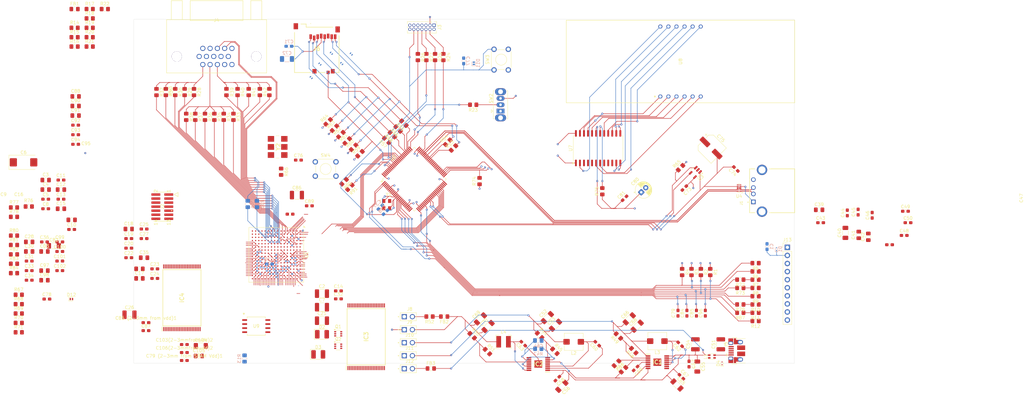
<source format=kicad_pcb>
(kicad_pcb (version 20241229) (generator "pcbnew") (generator_version "9.0")
  (title_block (title "DPG3") (date "2025-09-24") (rev "0"))
  (layers (0 "F.Cu" signal "SIG_TOP") (4 "In1.Cu" signal "GND_1") (6 "In2.Cu" signal "SIG_MID_1") (8 "In3.Cu" signal "SIG_MID_2") (10 "In4.Cu" signal "PWR") (2 "B.Cu" signal "SIG_BOT") (13 "F.Paste" user) (15 "B.Paste" user) (5 "F.SilkS" user "F.Silkscreen") (7 "B.SilkS" user "B.Silkscreen") (1 "F.Mask" user) (3 "B.Mask" user) (25 "Edge.Cuts" user))
  (net 0 "")
  (net 1 "GND")
  (net 2 "+3V3")
  (net 3 "+1V8")
  (net 4 "+1V0")
  (net 5 "Net-(U1D-VCCADC_0)")
  (net 6 "Net-(U2-PH0)")
  (net 7 "Net-(U2-PH1)")
  (net 8 "Net-(U2-VCAP)")
  (net 9 "Net-(D4-A2)")
  (net 10 "Net-(IC1-EN)")
  (net 11 "Net-(IC1-SS)")
  (net 12 "Net-(IC2-SW1)")
  (net 13 "Net-(IC2-VBST1)")
  (net 14 "Net-(IC1-VREG5)")
  (net 15 "Net-(IC1-VBST)")
  (net 16 "Net-(IC1-SW1)")
  (net 17 "Net-(IC2-SW2)")
  (net 18 "Net-(IC2-VBST2)")
  (net 19 "Net-(IC2-VREG5)")
  (net 20 "Net-(IC1-VO)")
  (net 21 "Net-(C52-Pad1)")
  (net 22 "+5V")
  (net 23 "/MCU/PA9_OTG_HS_VBUS")
  (net 24 "Net-(C69-Pad1)")
  (net 25 "Net-(D11-K)")
  (net 26 "Net-(FB3-Pad1)")
  (net 27 "Net-(IC4-I{slash}O11)")
  (net 28 "Net-(D2-A)")
  (net 29 "Net-(D2-K)")
  (net 30 "Net-(D3-K)")
  (net 31 "Net-(D3-A)")
  (net 32 "Net-(FB2-Pad2)")
  (net 34 "Net-(IC1-VFB)")
  (net 35 "Net-(IC1-PG)")
  (net 36 "Net-(IC2-EN2)")
  (net 37 "Net-(IC2-VFB2)")
  (net 39 "Net-(IC2-VFB1)")
  (net 40 "Net-(IC3-I{slash}O3)")
  (net 41 "Net-(IC3-I{slash}O11)")
  (net 42 "Net-(IC3-A4)")
  (net 43 "/FPGA/A_Bank14&15/LB")
  (net 44 "Net-(IC3-A12)")
  (net 45 "/FPGA/A_Bank14&15/CE")
  (net 46 "Net-(IC3-I{slash}O5)")
  (net 47 "Net-(IC4-I{slash}O12)")
  (net 48 "/FPGA/A_Bank14&15/WE")
  (net 49 "Net-(IC3-A9)")
  (net 50 "Net-(IC3-A8)")
  (net 53 "Net-(IC3-A14)")
  (net 54 "Net-(IC3-I{slash}O12)")
  (net 55 "Net-(IC3-A6)")
  (net 56 "Net-(IC3-A1)")
  (net 57 "Net-(IC3-A2)")
  (net 58 "Net-(IC3-A19)")
  (net 59 "Net-(IC3-I{slash}O14)")
  (net 60 "Net-(IC3-A15)")
  (net 61 "Net-(IC3-A13)")
  (net 62 "Net-(IC3-A10)")
  (net 63 "Net-(IC3-I{slash}O0)")
  (net 64 "Net-(IC3-I{slash}O4)")
  (net 65 "Net-(IC3-A16)")
  (net 66 "Net-(IC3-A5)")
  (net 67 "Net-(IC3-A7)")
  (net 68 "Net-(IC3-A11)")
  (net 69 "Net-(IC3-I{slash}O10)")
  (net 70 "Net-(IC3-I{slash}O6)")
  (net 71 "Net-(IC3-I{slash}O15)")
  (net 72 "Net-(IC3-I{slash}O8)")
  (net 73 "Net-(IC3-I{slash}O9)")
  (net 74 "Net-(IC3-A18)")
  (net 75 "Net-(IC3-I{slash}O13)")
  (net 76 "/FPGA/A_Bank14&15/A20")
  (net 77 "Net-(IC3-I{slash}O1)")
  (net 78 "Net-(IC3-I{slash}O2)")
  (net 79 "Net-(IC3-A3)")
  (net 80 "Net-(IC3-A0)")
  (net 81 "/FPGA/A_Bank14&15/UB")
  (net 82 "Net-(IC3-I{slash}O7)")
  (net 83 "/FPGA/A_Bank14&15/OE")
  (net 84 "Net-(IC3-A17)")
  (net 86 "Net-(U1C-TDO_0)")
  (net 87 "Net-(U1C-TCK_0)")
  (net 88 "Net-(U1C-TDI_0)")
  (net 89 "Net-(U1C-TMS_0)")
  (net 93 "Net-(J3-JTMS{slash}SWDIO)")
  (net 97 "Net-(J3-JTDO{slash}SWO)")
  (net 99 "Net-(J3-JCLK{slash}SWCLK)")
  (net 100 "Net-(J3-JTDI{slash}NC)")
  (net 102 "/FPGA/HSYNC")
  (net 104 "BGND")
  (net 105 "/VGA/RED")
  (net 106 "RGND")
  (net 107 "/FPGA/VSYNC")
  (net 108 "/VGA/Empty")
  (net 109 "GGND")
  (net 110 "/VGA/GREEN")
  (net 112 "/VGA/BLUE")
  (net 118 "Net-(IC4-A8)")
  (net 119 "Net-(Q1A-B1)")
  (net 120 "Net-(Q2A-B1)")
  (net 121 "/MCU/PE3_LPGPIO1_P15")
  (net 122 "/MCU/PE2_LPGPIO1_P14")
  (net 123 "/MCU/PA6_LPGPIO1_P2")
  (net 124 "/MCU/PA3_LPGPIO1_P1")
  (net 125 "Net-(J13-Pin_10)")
  (net 126 "Net-(J13-Pin_4)")
  (net 127 "Net-(J13-Pin_8)")
  (net 128 "/MCU/PC0_ADC1_IN1")
  (net 129 "/MCU/PC1_ADC1_IN2")
  (net 130 "Net-(J13-Pin_9)")
  (net 131 "Net-(J13-Pin_3)")
  (net 132 "/MCU/PC2_ADC1_IN3")
  (net 133 "Net-(J13-Pin_5)")
  (net 134 "/MCU/PC3_ADC1_IN4")
  (net 135 "Net-(J13-Pin_6)")
  (net 136 "Net-(J13-Pin_7)")
  (net 137 "Net-(U1C-CCLK_0)")
  (net 138 "/FPGA/A_Bank14&15/CLK side")
  (net 139 "/FPGA/FPGA_PROGRAM_B")
  (net 140 "/FPGA/FPGA_DONE_0")
  (net 141 "Net-(U2-PH3)")
  (net 142 "Net-(SW2-B)")
  (net 143 "Net-(U2-PA13)")
  (net 144 "Net-(U2-PA14)")
  (net 145 "Net-(U2-PA15)")
  (net 146 "Net-(U2-PB3)")
  (net 147 "/VGA/R4")
  (net 148 "/VGA/R3")
  (net 149 "/VGA/R2")
  (net 150 "/VGA/R1")
  (net 151 "/VGA/R0")
  (net 152 "/VGA/G5")
  (net 153 "/VGA/G4")
  (net 154 "/VGA/G3")
  (net 155 "/VGA/G2")
  (net 156 "/VGA/G1")
  (net 157 "/VGA/G0")
  (net 158 "/VGA/B4")
  (net 159 "/VGA/B3")
  (net 160 "/VGA/B2")
  (net 161 "/VGA/B1")
  (net 162 "/VGA/B0")
  (net 163 "/MCU/PC8_SDMMC1_D0")
  (net 164 "/MCU/PC9_SDMMC1_D1")
  (net 165 "/MCU/PC10_SDMMC1_D2")
  (net 166 "/MCU/PC11_SDMMC1_D3")
  (net 167 "/MCU/PD2_SDMMC1_CMD")
  (net 168 "/MCU/PC12_SDMMC1_CK")
  (net 169 "/MCU/PB0_LPGPIO1_P9")
  (net 170 "Net-(IC4-I{slash}O3)")
  (net 171 "Net-(IC4-A16)")
  (net 172 "Net-(IC4-I{slash}O0)")
  (net 173 "Net-(IC4-A6)")
  (net 174 "Net-(IC4-A13)")
  (net 175 "Net-(IC4-I{slash}O5)")
  (net 176 "Net-(IC4-A7)")
  (net 177 "Net-(IC4-I{slash}O1)")
  (net 178 "/7_segment_led+IC/LED_CS")
  (net 179 "Net-(U7-ISET)")
  (net 180 "Net-(U1A-IO_L2N_T0_D03_14)")
  (net 181 "Net-(U1A-IO_L2P_T0_D02_14)")
  (net 182 "Net-(U1A-IO_L6P_T0_FCS_B_14)")
  (net 183 "/FPGA/OSPI CS")
  (net 184 "Net-(U1B-IO_25_35)")
  (net 185 "Net-(U2-PB6)")
  (net 186 "Net-(U2-PB7)")
  (net 187 "Net-(IC4-A15)")
  (net 189 "Net-(IC4-CS#)")
  (net 190 "Net-(IC4-LB#)")
  (net 191 "Net-(IC4-A5)")
  (net 194 "Net-(IC4-A3)")
  (net 199 "/FPGA/OSPI 3")
  (net 202 "Net-(IC4-A4)")
  (net 203 "/FPGA/OSPI 4")
  (net 204 "Net-(IC4-A2)")
  (net 206 "Net-(IC4-I{slash}O6)")
  (net 207 "Net-(IC4-A11)")
  (net 209 "Net-(IC4-A9)")
  (net 210 "Net-(IC4-A17)")
  (net 212 "Net-(IC4-I{slash}O8)")
  (net 216 "Net-(IC4-A20)")
  (net 218 "Net-(IC4-WE#)")
  (net 220 "Net-(IC4-I{slash}O10)")
  (net 221 "/FPGA/OSPI 7")
  (net 223 "Net-(IC4-I{slash}O13)")
  (net 227 "Net-(IC4-A10)")
  (net 228 "Net-(IC4-I{slash}O7)")
  (net 229 "Net-(IC4-I{slash}O4)")
  (net 232 "Net-(IC4-OE#)")
  (net 233 "Net-(IC4-A12)")
  (net 238 "Net-(IC4-A19)")
  (net 240 "Net-(IC4-I{slash}O9)")
  (net 241 "Net-(IC4-I{slash}O15)")
  (net 242 "Net-(IC4-UB#)")
  (net 247 "Net-(IC4-I{slash}O2)")
  (net 248 "Net-(IC4-A14)")
  (net 250 "Net-(U1A-IO_L1P_T0_D00_MOSI_14)")
  (net 253 "Net-(IC4-A1)")
  (net 255 "Net-(U1A-IO_L1N_T0_D01_DIN_14)")
  (net 256 "Net-(IC4-A0)")
  (net 259 "/FPGA/OSPI CLK")
  (net 261 "Net-(U1B-IO_L12P_T1_MRCC_35)")
  (net 262 "Net-(IC4-I{slash}O14)")
  (net 263 "/FPGA/OSPI 6")
  (net 270 "Net-(IC4-A18)")
  (net 271 "Net-(J8-Pad2)")
  (net 273 "/FPGA/OSPI 0")
  (net 274 "/FPGA/OSPI 2")
  (net 275 "+3.3VA")
  (net 283 "/FPGA/OSPI 1")
  (net 284 "/FPGA/OSPI 5")
  (net 286 "unconnected-(U1B-IO_L18N_T2_35-PadH4)")
  (net 297 "/7_segment_led+IC/LED_MOSI")
  (net 309 "/7_segment_led+IC/LED_MISO")
  (net 315 "/MCU/PB1_LPGPIO1_P3")
  (net 321 "/7_segment_led+IC/LED_CLK")
  (net 333 "Net-(U7-DIG_2)")
  (net 335 "Net-(U7-SEG_DP)")
  (net 336 "/7_segment_led+IC/SEGE (1)")
  (net 338 "Net-(U7-DIG_1)")
  (net 340 "/7_segment_led+IC/SEGD(2)")
  (net 341 "/7_segment_led+IC/SEGG (5)")
  (net 342 "/7_segment_led+IC/SEGF (10)")
  (net 343 "/7_segment_led+IC/SEGA (11)")
  (net 344 "Net-(U7-DIG_3)")
  (net 345 "Net-(U7-DIG_0)")
  (net 347 "/7_segment_led+IC/SEGC (4)")
  (net 348 "/7_segment_led+IC/SEGB (7)")
  (net 351 "Net-(U1C-INIT_B_0)")
  (net 352 "Net-(J6-DAT0)")
  (net 353 "Net-(J6-CD{slash}DAT3)")
  (net 354 "Net-(J6-DAT2)")
  (net 355 "Net-(J6-DAT1)")
  (net 356 "Net-(J6-CLK)")
  (net 357 "Net-(J6-CMD)")
  (net 358 "/MCU/OTG_HS_D+")
  (net 359 "/MCU/OTG_HS_D-")
  (net 360 "/MCU/PB4_LPGPIO1_P12")
  (net 362 "Net-(R7-Pad2)")
  (net 363 "Net-(R73-Pad1)")
  (net 364 "Net-(R10-Pad2)")
  (net 365 "Net-(R11-Pad2)")
  (net 368 "Net-(U1B-IO_L24P_T3_35)")
  (footprint "Resistor_SMD:R_0805_2012Metric_Pad1.20x1.40mm_HandSolder" (layer "F.Cu") (at 70.75 50.4 -90)
    (property "Reference" "R38")
    (property "Value" "17.8k")
  )
  (footprint "Resistor_SMD:R_0805_2012Metric_Pad1.20x1.40mm_HandSolder" (layer "F.Cu") (at 125.4 62 45)
    (property "Reference" "R59")
    (property "Value" "10k")
  )
  (footprint "Capacitor_SMD:C_0805_2012Metric_Pad1.18x1.45mm_HandSolder" (layer "F.Cu") (at 285.25 88.125 90)
    (property "Reference" "C42")
    (property "Value" "1μF")
  )
  (footprint "Resistor_SMD:R_0805_2012Metric_Pad1.20x1.40mm_HandSolder" (layer "F.Cu") (at 235.55 99.2 -90)
    (property "Reference" "R1")
    (property "Value" "10k")
  )
  (footprint "Capacitor_SMD:C_0603_1608Metric_Pad1.08x0.95mm_HandSolder" (layer "F.Cu") (at 30.9925 92.74)
    (property "Reference" "C100")
    (property "Value" "0.47µF")
  )
  (footprint "Diode_SMD:D_SOD-923" (layer "F.Cu") (at 239.27 127.91 90)
    (property "Reference" "D4")
    (property "Value" "ESD_5V")
  )
  (footprint "Capacitor_SMD:C_0603_1608Metric_Pad1.08x0.95mm_HandSolder" (layer "F.Cu") (at 228.2 112.1375 90)
    (property "Reference" "C84")
    (property "Value" "100nF")
  )
  (footprint "Package_TO_SOT_SMD:SOT-363_SC-70-6" (layer "F.Cu") (at 118.55 118.625)
    (property "Reference" "Q1")
    (property "Value" "BC857BS")
  )
  (footprint "Resistor_SMD:R_0805_2012Metric_Pad1.20x1.40mm_HandSolder" (layer "F.Cu") (at 61.4 42.6 -90)
    (property "Reference" "R32")
    (property "Value" "8.66k")
  )
  (footprint "Capacitor_SMD:C_0603_1608Metric_Pad1.08x0.95mm_HandSolder" (layer "F.Cu") (at 212.07 129.53 -135)
    (property "Reference" "C59")
    (property "Value" "3.3.n")
  )
  (footprint "Resistor_SMD:R_0805_2012Metric_Pad1.20x1.40mm_HandSolder" (layer "F.Cu") (at 35.65 25.35)
    (property "Reference" "R15")
    (property "Value" "4.7K")
  )
  (footprint "Resistor_SMD:R_0805_2012Metric_Pad1.20x1.40mm_HandSolder" (layer "F.Cu") (at 79.6 50.4 -90)
    (property "Reference" "R35")
    (property "Value" "2.21k")
  )
  (footprint "Capacitor_SMD:C_0603_1608Metric_Pad1.08x0.95mm_HandSolder" (layer "F.Cu") (at 297.7325 83.6875)
    (property "Reference" "C50")
    (property "Value" "100nF")
  )
  (footprint "Capacitor_SMD:C_0603_1608Metric_Pad1.08x0.95mm_HandSolder" (layer "F.Cu") (at 21.3725 98.76)
    (property "Reference" "C33")
    (property "Value" "0.47µF")
  )
  (footprint "Resistor_SMD:R_0805_2012Metric_Pad1.20x1.40mm_HandSolder" (layer "F.Cu") (at 249.8 104.2 180)
    (property "Reference" "R8")
    (property "Value" "100")
  )
  (footprint "Resistor_SMD:R_0805_2012Metric_Pad1.20x1.40mm_HandSolder" (layer "F.Cu") (at 153 58.4 45)
    (property "Reference" "R54")
    (property "Value" "R")
  )
  (footprint "Project_Footprints:SOP65P640X120-15N" (layer "F.Cu") (at 181.47 128.13 180)
    (property "Reference" "IC2")
    (property "Value" "TPS54294PWPR" (hide yes))
  )
  (footprint "Connector_PinHeader_1.27mm:PinHeader_2x07_P1.27mm_Vertical" (layer "F.Cu") (at 148.68 21.6 -90)
    (property "Reference" "J3")
    (property "Value" "Conn_ST_STDC14")
  )
  (footprint "Project_Footprints:COM-11405_SPK" (layer "F.Cu") (at 219.85 44 90)
    (property "Reference" "U8")
    (property "Value" "COM-11405")
  )
  (footprint "Capacitor_SMD:C_1206_3216Metric_Pad1.33x1.80mm_HandSolder" (layer "F.Cu") (at 210.07 113.93 45)
    (property "Reference" "C66")
    (property "Value" "22u")
  )
  (footprint "Capacitor_SMD:C_1210_3225Metric_Pad1.33x2.70mm_HandSolder" (layer "F.Cu") (at 113.44 114.5)
    (property "Reference" "C21")
    (property "Value" "47µF")
  )
  (footprint "Capacitor_SMD:C_0603_1608Metric_Pad1.08x0.95mm_HandSolder" (layer "F.Cu") (at 225.4 112.1375 90)
    (property "Reference" "C79")
    (property "Value" "100nF")
  )
  (footprint "Capacitor_SMD:C_0603_1608Metric_Pad1.08x0.95mm_HandSolder" (layer "F.Cu") (at 176.745 121.73 135)
    (property "Reference" "C63")
    (property "Value" "100n")
  )
  (footprint "Resistor_SMD:R_0805_2012Metric_Pad1.20x1.40mm_HandSolder" (layer "F.Cu") (at 208.27 129.93 45)
    (property "Reference" "R46")
    (property "Value" "100k")
  )
  (footprint "Package_QFP:LQFP-100_14x14mm_P0.5mm" (layer "F.Cu") (at 142.5 70 45)
    (property "Reference" "U2")
    (property "Value" "STM32U595VJTx")
  )
  (footprint "Capacitor_SMD:C_0603_1608Metric_Pad1.08x0.95mm_HandSolder" (layer "F.Cu") (at 118.62 107.64)
    (property "Reference" "C32")
    (property "Value" "100nF")
  )
  (footprint "Resistor_SMD:R_0805_2012Metric_Pad1.20x1.40mm_HandSolder" (layer "F.Cu") (at 119.4 56 45)
    (property "Reference" "R62")
    (property "Value" "10k")
  )
  (footprint "Project_Footprints:XLH730003580000I" (layer "F.Cu") (at 99.5 59.86 90)
    (property "Reference" "Y2")
    (property "Value" "XLH736025.175000I" (hide yes))
  )
  (footprint "Resistor_SMD:R_0805_2012Metric_Pad1.20x1.40mm_HandSolder" (layer "F.Cu") (at 245 109.4 180)
    (property "Reference" "R79")
    (property "Value" "10k")
  )
  (footprint "Capacitor_SMD:C_0805_2012Metric_Pad1.18x1.45mm_HandSolder" (layer "F.Cu") (at 21.3725 92.74)
    (property "Reference" "C30")
    (property "Value" "4.7µF")
  )
  (footprint "Resistor_SMD:R_0805_2012Metric_Pad1.20x1.40mm_HandSolder" (layer "F.Cu") (at 149 31.6 -90)
    (property "Reference" "R25")
    (property "Value" "47")
  )
  (footprint "Capacitor_Tantalum_SMD:CP_EIA-7343-31_Kemet-D_HandSolder" (layer "F.Cu") (at 19.6 64.7)
    (property "Reference" "C6")
    (property "Value" "330µF")
  )
  (footprint "Resistor_SMD:R_0805_2012Metric_Pad1.20x1.40mm_HandSolder" (layer "F.Cu") (at 163 70.6 90)
    (property "Reference" "R74")
    (property "Value" "10k")
  )
  (footprint "Capacitor_SMD:C_0805_2012Metric_Pad1.18x1.45mm_HandSolder" (layer "F.Cu") (at 34.73 82.8)
    (property "Reference" "C9")
    (property "Value" "4.7µF")
  )
  (footprint "Resistor_SMD:R_0805_2012Metric_Pad1.20x1.40mm_HandSolder" (layer "F.Cu") (at 82.55 50.4 -90)
    (property "Reference" "R34")
    (property "Value" "1.1k")
  )
  (footprint "Capacitor_SMD:C_0603_1608Metric_Pad1.08x0.95mm_HandSolder" (layer "F.Cu") (at 291.9325 90.6175)
    (property "Reference" "C47")
    (property "Value" "100nF")
  )
  (footprint "Inductor_SMD:L_CommonModeChoke_Coilcraft_0805USB" (layer "F.Cu") (at 236.07 125.77 -90)
    (property "Reference" "L1")
    (property "Value" "L_Iron_Coupled")
  )
  (footprint "Capacitor_SMD:C_0805_2012Metric_Pad1.18x1.45mm_HandSolder" (layer "F.Cu") (at 57.4925 94.7)
    (property "Reference" "C35")
    (property "Value" "1µF")
  )
  (footprint "Resistor_SMD:R_0805_2012Metric_Pad1.20x1.40mm_HandSolder" (layer "F.Cu") (at 123.4 60 45)
    (property "Reference" "R60")
    (property "Value" "10k")
  )
  (footprint "Capacitor_SMD:C_0603_1608Metric_Pad1.08x0.95mm_HandSolder" (layer "F.Cu") (at 118.62 105.13)
    (property "Reference" "C14")
    (property "Value" "0.1µF")
  )
  (footprint "Resistor_SMD:R_0805_2012Metric_Pad1.20x1.40mm_HandSolder" (layer "F.Cu") (at 16.5925 87.75)
    (property "Reference" "R80")
    (property "Value" "47K")
  )
  (footprint "Capacitor_SMD:C_0603_1608Metric_Pad1.08x0.95mm_HandSolder" (layer "F.Cu") (at 60.8575 98.2)
    (property "Reference" "C23")
    (property "Value" "0.47µF")
  )
  (footprint "Capacitor_SMD:C_1206_3216Metric_Pad1.33x1.80mm_HandSolder" (layer "F.Cu") (at 184.32 113.53 45)
    (property "Reference" "C52")
    (property "Value" "22u")
  )
  (footprint "Capacitor_SMD:C_1206_3216Metric_Pad1.33x1.80mm_HandSolder" (layer "F.Cu") (at 75.3425 122.42)
    (property "Reference" "C104")
    (property "Value" "10µF")
  )
  (footprint "Resistor_SMD:R_0805_2012Metric_Pad1.20x1.40mm_HandSolder" (layer "F.Cu") (at 181.87 119.13 -45)
    (property "Reference" "R44")
    (property "Value" "30.1k")
  )
  (footprint "Capacitor_SMD:C_0603_1608Metric_Pad1.08x0.95mm_HandSolder" (layer "F.Cu") (at 35.980562 59.03)
    (property "Reference" "C94")
    (property "Value" "0.47µF")
  )
  (footprint "Capacitor_SMD:C_1206_3216Metric_Pad1.33x1.80mm_HandSolder" (layer "F.Cu") (at 163.27 113.93 45)
    (property "Reference" "C69")
    (property "Value" "22u")
  )
  (footprint "Inductor_SMD:L_0805_2012Metric_Pad1.15x1.40mm_HandSolder" (layer "F.Cu") (at 147.67 129.53)
    (property "Reference" "FB3")
    (property "Value" "FerriteBead")
  )
  (footprint "Resistor_SMD:R_0805_2012Metric_Pad1.20x1.40mm_HandSolder" (layer "F.Cu") (at 115.4 52 45)
    (property "Reference" "R64")
    (property "Value" "10k")
  )
  (footprint "Capacitor_SMD:C_0603_1608Metric_Pad1.08x0.95mm_HandSolder" (layer "F.Cu") (at 270.2575 83.6875)
    (property "Reference" "C43")
    (property "Value" "100nF")
  )
  (footprint "Resistor_SMD:R_0805_2012Metric_Pad1.20x1.40mm_HandSolder" (layer "F.Cu") (at 16.5925 93.65)
    (property "Reference" "R82")
    (property "Value" "47K")
  )
  (footprint "Resistor_SMD:R_0805_2012Metric_Pad1.20x1.40mm_HandSolder" (layer "F.Cu") (at 16.5925 81.85)
    (property "Reference" "R78")
    (property "Value" "2.4k")
  )
  (footprint "Capacitor_SMD:C_0603_1608Metric_Pad1.08x0.95mm_HandSolder" (layer "F.Cu") (at 31.365 70.27)
    (property "Reference" "C11")
    (property "Value" "0.47µF")
  )
  (footprint "Resistor_SMD:R_0805_2012Metric_Pad1.20x1.40mm_HandSolder" (layer "F.Cu") (at 186.67 124.13 -45)
    (property "Reference" "R45")
    (property "Value" "22.1k")
  )
  (footprint "Capacitor_SMD:C_0603_1608Metric_Pad1.08x0.95mm_HandSolder" (layer "F.Cu") (at 286.47 81.35 90)
    (property "Reference" "C46")
    (property "Value" "100nF")
  )
  (footprint "Project_Footprints:OSCCC320X250X60N" (layer "F.Cu") (at 133.8 78)
    (property "Reference" "Y1")
    (property "Value" "48MHz")
  )
  (footprint "LED_SMD:LED_1210_3225Metric_Pad1.42x2.65mm_HandSolder" (layer "F.Cu") (at 113.455 118.77)
    (property "Reference" "D2")
    (property "Value" "YLED")
  )
  (footprint "Capacitor_SMD:C_0603_1608Metric_Pad1.08x0.95mm_HandSolder" (layer "F.Cu") (at 57.4925 88.68)
    (property "Reference" "C27")
    (property "Value" "0.47µF")
  )
  (footprint "Resistor_SMD:R_0805_2012Metric_Pad1.20x1.40mm_HandSolder" (layer "F.Cu") (at 18.0925 109.3)
    (property "Reference" "R68")
    (property "Value" "47K")
  )
  (footprint "Resistor_SMD:R_0805_2012Metric_Pad1.20x1.40mm_HandSolder" (layer "F.Cu") (at 165.47 124.222893 -45)
    (property "Reference" "R51")
    (property "Value" "22.1k")
  )
  (footprint "Capacitor_SMD:C_0603_1608Metric_Pad1.08x0.95mm_HandSolder" (layer "F.Cu") (at 106.0375 64)
    (property "Reference" "C76")
    (property "Value" "100nF")
  )
  (footprint "Capacitor_SMD:C_0603_1608Metric_Pad1.08x0.95mm_HandSolder" (layer "F.Cu") (at 296.5325 87.6875)
    (property "Reference" "C48")
    (property "Value" "100nF")
  )
  (footprint "Project_Footprints:HARWIN_M20-9990246" (layer "F.Cu") (at 140.6 113.24)
    (property "Reference" "J8")
    (property "Value" "M20-9990246")
  )
  (footprint "Capacitor_SMD:C_0603_1608Metric_Pad1.08x0.95mm_HandSolder" (layer "F.Cu") (at 278.65 80.6125 90)
    (property "Reference" "C44")
    (property "Value" "100nF")
  )
  (footprint "Capacitor_SMD:C_0603_1608Metric_Pad1.08x0.95mm_HandSolder" (layer "F.Cu") (at 227.4 72.8 -135)
    (property "Reference" "C73")
    (property "Value" "0.1μF")
  )
  (footprint "Project_Footprints:HARWIN_M20-9990246" (layer "F.Cu") (at 140.6 125.51)
    (property "Reference" "J11")
    (property "Value" "M20-9990246")
  )
  (footprint "Capacitor_SMD:C_0603_1608Metric_Pad1.08x0.95mm_HandSolder" (layer "F.Cu") (at 282.05 80.35 90)
    (property "Reference" "C45")
    (property "Value" "100nF")
  )
  (footprint "Capacitor_SMD:C_1206_3216Metric_Pad1.33x1.80mm_HandSolder" (layer "F.Cu") (at 29.15 90.95)
    (property "Reference" "C82")
    (property "Value" "10µF")
  )
  (footprint "Capacitor_SMD:C_0603_1608Metric_Pad1.08x0.95mm_HandSolder" (layer "F.Cu") (at 187.47 132.73 -135)
    (property "Reference" "C58")
    (property "Value" "100n")
  )
  (footprint "Resistor_SMD:R_0805_2012Metric_Pad1.20x1.40mm_HandSolder" (layer "F.Cu") (at 90.4 42.6 -90)
    (property "Reference" "R41")
    (property "Value" "2.15k")
  )
  (footprint "Capacitor_SMD:C_0603_1608Metric_Pad1.08x0.95mm_HandSolder" (layer "F.Cu") (at 26.555 79.3)
    (property "Reference" "C8")
    (property "Value" "0.47µF")
  )
  (footprint "Resistor_SMD:R_0805_2012Metric_Pad1.20x1.40mm_HandSolder" (layer "F.Cu") (at 64.35 42.6 -90)
    (property "Reference" "R31")
    (property "Value" "4.32k")
  )
  (footprint "Resistor_SMD:R_0805_2012Metric_Pad1.20x1.40mm_HandSolder" (layer "F.Cu") (at 93.9 42.6 -90)
    (property "Reference" "R42")
    (property "Value" "4.32k")
  )
  (footprint "Capacitor_SMD:C_0805_2012Metric_Pad1.18x1.45mm_HandSolder" (layer "F.Cu") (at 282.25 87.525 90)
    (property "Reference" "C41")
    (property "Value" "1μF")
  )
  (footprint "Capacitor_SMD:C_0805_2012Metric_Pad1.18x1.45mm_HandSolder" (layer "F.Cu") (at 26.555 73.28)
    (property "Reference" "C4")
    (property "Value" "4.7µF")
  )
  (footprint "Capacitor_SMD:C_0603_1608Metric_Pad1.08x0.95mm_HandSolder" (layer "F.Cu") (at 57.4925 85.67)
    (property "Reference" "C25")
    (property "Value" "0.47µF")
  )
  (footprint "Resistor_SMD:R_0805_2012Metric_Pad1.20x1.40mm_HandSolder" (layer "F.Cu") (at 73.2 42.6 -90)
    (property "Reference" "R28")
    (property "Value" "536")
  )
  (footprint "Capacitor_SMD:C_0805_2012Metric_Pad1.18x1.45mm_HandSolder" (layer "F.Cu") (at 56.0475 101.21)
    (property "Reference" "C17")
    (property "Value" "4.7µF")
  )
  (footprint "Capacitor_SMD:C_0603_1608Metric_Pad1.08x0.95mm_HandSolder" (layer "F.Cu") (at 208.6 76 45)
    (property "Reference" "C81")
    (property "Value" "0.1µF ceramic")
  )
  (footprint "Capacitor_SMD:C_0603_1608Metric_Pad1.08x0.95mm_HandSolder" (layer "F.Cu") (at 70.1625 127.02)
    (property "Reference" "C79 (2-3mm from SRAM Vdd)1")
    (property "Value" "0.1µF")
  )
  (footprint "Capacitor_SMD:C_0805_2012Metric_Pad1.18x1.45mm_HandSolder" (layer "F.Cu") (at 31.365 73.28)
    (property "Reference" "C12")
    (property "Value" "4.7µF")
  )
  (footprint "Capacitor_SMD:C_0603_1608Metric_Pad1.08x0.95mm_HandSolder" (layer "F.Cu") (at 31.365 76.29)
    (property "Reference" "C13")
    (property "Value" "0.47µF")
  )
  (footprint "Capacitor_SMD:C_0603_1608Metric_Pad1.08x0.95mm_HandSolder" (layer "F.Cu") (at 52.6825 88.68)
    (property "Reference" "C19")
    (property "Value" "0.47µF")
  )
  (footprint "Capacitor_SMD:C_0805_2012Metric_Pad1.18x1.45mm_HandSolder" (layer "F.Cu") (at 26.1825 101.77)
    (property "Reference" "C98")
    (property "Value" "4.7µF")
  )
  (footprint "Capacitor_SMD:C_0603_1608Metric_Pad1.08x0.95mm_HandSolder" (layer "F.Cu") (at 26.1825 89.73)
    (property "Reference" "C36")
    (property "Value" "0.47µF")
  )
  (footprint "Resistor_SMD:R_0805_2012Metric_Pad1.20x1.40mm_HandSolder" (layer "F.Cu") (at 245 112 180)
    (property "Reference" "R87")
    (property "Value" "10k")
  )
  (footprint "Capacitor_SMD:C_0603_1608Metric_Pad1.08x0.95mm_HandSolder" (layer "F.Cu") (at 231.2 112.1375 90)
    (property "Reference" "C85")
    (property "Value" "100nF")
  )
  (footprint "Capacitor_SMD:C_0805_2012Metric_Pad1.18x1.45mm_HandSolder" (layer "F.Cu") (at 35.980562 43.98)
    (property "Reference" "C88")
    (property "Value" "1µF")
  )
  (footprint "Resistor_SMD:R_0805_2012Metric_Pad1.20x1.40mm_HandSolder" (layer "F.Cu") (at 21.2425 78.6)
    (property "Reference" "R76")
    (property "Value" "4.7k")
  )
  (footprint "Project_Footprints:MEM20520019500A" (layer "F.Cu") (at 111.8 28.83 180)
    (property "Reference" "J6")
    (property "Value" "MEM2052-00-195-00-A" (hide yes))
  )
  (footprint "Package_TO_SOT_SMD:SOT-363_SC-70-6" (layer "F.Cu") (at 118.55 122.55)
    (property "Reference" "Q2")
    (property "Value" "BC847BPN")
  )
  (footprint "Capacitor_SMD:C_0603_1608Metric_Pad1.08x0.95mm_HandSolder" (layer "F.Cu") (at 35.980562 53.01)
    (property "Reference" "C92")
    (property "Value" "0.47µF")
  )
  (footprint "Resistor_SMD:R_0805_2012Metric_Pad1.20x1.40mm_HandSolder" (layer "F.Cu") (at 18.0925 106.35)
    (property "Reference" "R67")
    (property "Value" "47K")
  )
  (footprint "Resistor_SMD:R_0805_2012Metric_Pad1.20x1.40mm_HandSolder" (layer "F.Cu") (at 211.47 123.93 135)
    (property "Reference" "R48")
    (property "Value" "6.81k")
  )
  (footprint "Resistor_SMD:R_0805_2012Metric_Pad1.20x1.40mm_HandSolder" (layer "F.Cu") (at 143.6 31.6 -90)
    (property "Reference" "R26")
    (property "Value" "47")
  )
  (footprint "Resistor_SMD:R_0805_2012Metric_Pad1.20x1.40mm_HandSolder" (layer "F.Cu") (at 120.4 70.8 -135)
    (property "Reference" "R90")
    (property "Value" "100")
  )
  (footprint "Inductor_SMD:L_0805_2012Metric_Pad1.15x1.40mm_HandSolder" (layer "F.Cu") (at 151.87 113.2 180)
    (property "Reference" "FB2")
    (property "Value" "FerriteBead")
  )
  (footprint "Capacitor_SMD:C_1206_3216Metric_Pad1.33x1.80mm_HandSolder" (layer "F.Cu") (at 188.87 135.13 -135)
    (property "Reference" "C56")
    (property "Value" "10u")
  )
  (footprint "Resistor_SMD:R_0805_2012Metric_Pad1.20x1.40mm_HandSolder" (layer "F.Cu") (at 16.5925 99.55)
    (property "Reference" "R84")
    (property "Value" "47K")
  )
  (footprint "Resistor_SMD:R_0805_2012Metric_Pad1.20x1.40mm_HandSolder" (layer "F.Cu") (at 40.4 16.5)
    (property "Reference" "R17")
    (property "Value" "100k")
  )
  (footprint "Resistor_SMD:R_0805_2012Metric_Pad1.20x1.40mm_HandSolder" (layer "F.Cu") (at 146.25 31.6 -90)
    (property "Reference" "R27")
    (property "Value" "47")
  )
  (footprint "Capacitor_SMD:C_0805_2012Metric_Pad1.18x1.45mm_HandSolder" (layer "F.Cu") (at 74.7425 125.6)
    (property "Reference" "C105")
    (property "Value" "1µF")
  )
  (footprint "Resistor_SMD:R_0805_2012Metric_Pad1.20x1.40mm_HandSolder" (layer "F.Cu") (at 18.0925 112.25)
    (property "Reference" "R69")
    (property "Value" "47K")
  )
  (footprint "Resistor_SMD:R_0805_2012Metric_Pad1.20x1.40mm_HandSolder" (layer "F.Cu") (at 226.7 99.2 -90)
    (property "Reference" "R4")
    (property "Value" "10k")
  )
  (footprint "Package_BGA:Xilinx_FTG256" (layer "F.Cu") (at 99.071938 93.8 -90)
    (property "Reference" "U1")
    (property "Value" "XC7A100T-FTG256")
  )
  (footprint "Resistor_SMD:R_0805_2012Metric_Pad1.20x1.40mm_HandSolder" (layer "F.Cu") (at 96.9 42.6 -90)
    (property "Reference" "R43")
    (property "Value" "8.66k")
  )
  (footprint "Capacitor_SMD:C_0603_1608Metric_Pad1.08x0.95mm_HandSolder" (layer "F.Cu") (at 200.01012 121.73988 135)
    (property "Reference" "C60")
    (property "Value" "100n")
  )
  (footprint "Capacitor_SMD:C_1206_3216Metric_Pad1.33x1.80mm_HandSolder" (layer "F.Cu") (at 165.67 116.33 45)
    (property "Reference" "C70")
    (property "Value" "22u")
  )
  (footprint "Capacitor_SMD:C_0603_1608Metric_Pad1.08x0.95mm_HandSolder" (layer "F.Cu") (at 226.07 121.93 135)
    (property "Reference" "C62")
    (property "Value" "100n")
  )
  (footprint "Resistor_SMD:R_0805_2012Metric_Pad1.20x1.40mm_HandSolder" (layer "F.Cu") (at 83.4 42.6 -90)
    (property "Reference" "R39")
    (property "Value" "536")
  )
  (footprint "Capacitor_SMD:C_0603_1608Metric_Pad1.08x0.95mm_HandSolder" (layer "F.Cu") (at 243.6 66.8 135)
    (property "Reference" "C74")
    (property "Value" "0.1µF")
  )
  (footprint "Resistor_SMD:R_0805_2012Metric_Pad1.20x1.40mm_HandSolder" (layer "F.Cu") (at 135.6 56 135)
    (property "Reference" "R58")
    (property "Value" "R")
  )
  (footprint "Resistor_SMD:R_0805_2012Metric_Pad1.20x1.40mm_HandSolder" (layer "F.Cu") (at 40.4 25.35)
    (property "Reference" "R20")
    (property "Value" "100k")
  )
  (footprint "Resistor_SMD:R_0805_2012Metric_Pad1.20x1.40mm_HandSolder" (layer "F.Cu") (at 249.8 114.6 180)
    (property "Reference" "R12")
    (property "Value" "100")
  )
  (footprint "Capacitor_THT:CP_Radial_D5.0mm_P2.00mm" (layer "F.Cu") (at 213.848523 74.107107 45)
    (property "Reference" "C80")
    (property "Value" "10µF electrolytic")
  )
  (footprint "Connector_USB:USB_Micro-B_Amphenol_10103594-0001LF_Horizontal" (layer "F.Cu") (at 243.885 123.945 90)
    (property "Reference" "J5")
    (property "Value" "USB_B_Micro")
  )
  (footprint "Capacitor_SMD:C_0805_2012Metric_Pad1.18x1.45mm_HandSolder" (layer "F.Cu") (at 56.0475 98.2)
    (property "Reference" "C16")
    (property "Value" "4.7µF")
  )
  (footprint "Capacitor_SMD:C_0603_1608Metric_Pad1.08x0.95mm_HandSolder" (layer "F.Cu") (at 30.9925 95.75)
    (property "Reference" "C101")
    (property "Value" "0.47µF")
  )
  (footprint "Resistor_SMD:R_0805_2012Metric_Pad1.20x1.40mm_HandSolder" (layer "F.Cu") (at 76.65 50.4 -90)
    (property "Reference" "R36")
    (property "Value" "4.42k")
  )
  (footprint "Resistor_SMD:R_0805_2012Metric_Pad1.20x1.40mm_HandSolder" (layer "F.Cu") (at 122.2 72.55 -135)
    (property "Reference" "R91")
    (property "Value" "100")
  )
  (footprint "Resistor_SMD:R_0805_2012Metric_Pad1.20x1.40mm_HandSolder" (layer "F.Cu") (at 85.6 50.4 -90)
    (property "Reference" "R33")
    (property "Value" "549")
  )
  (footprint "Capacitor_SMD:C_0603_1608Metric_Pad1.08x0.95mm_HandSolder" (layer "F.Cu") (at 226.47 132.13 -45)
    (property "Reference" "C67")
    (property "Value" "100n")
  )
  (footprint "Capacitor_SMD:C_0603_1608Metric_Pad1.08x0.95mm_HandSolder" (layer "F.Cu") (at 34.73 85.81)
    (property "Reference" "C10")
    (property "Value" "0.47µF")
  )
  (footprint "Project_Footprints:SOP2_8PIN_208MIL_MRNFPGA_FLASH" (layer "F.Cu") (at 92.771938 116.2)
    (property "Reference" "U9")
    (property "Value" "MT25QL128ABA1ESE-0SIT")
  )
  (footprint "Capacitor_SMD:C_1210_3225Metric_Pad1.33x2.70mm_HandSolder" (layer "F.Cu") (at 230.87 121.93 90)
    (property "Reference" "C54")
    (property "Value" "100u")
  )
  (footprint "Resistor_SMD:R_0805_2012Metric_Pad1.20x1.40mm_HandSolder" (layer "F.Cu") (at 232.6 99.2 -90)
    (property "Reference" "R2")
    (property "Value" "10k")
  )
  (footprint "Project_Footprints:SOP50P2000X120-48N" (layer "F.Cu") (at 127.35 119.55 90)
    (property "Reference" "IC3")
    (property "Value" "IS61WV204816BLL-10TLI" (hide yes))
  )
  (footprint "Resistor_SMD:R_0805_2012Metric_Pad1.20x1.40mm_HandSolder" (layer "F.Cu") (at 16.5925 90.7)
    (property "Reference" "R81")
    (property "Value" "47K")
  )
  (footprint "LED_SMD:LED_1210_3225Metric_Pad1.42x2.65mm_HandSolder" (layer "F.Cu") (at 112.2775 125.1)
    (property "Reference" "D3")
    (property "Value" "GLED")
  )
  (footprint "Resistor_SMD:R_0805_2012Metric_Pad1.20x1.40mm_HandSolder" (layer "F.Cu") (at 151.6 31.6 -90)
    (property "Reference" "R24")
    (property "Value" "47")
  )
  (footprint "Capacitor_SMD:C_0603_1608Metric_Pad1.08x0.95mm_HandSolder" (layer "F.Cu") (at 30.9925 98.76)
    (property "Reference" "C102")
    (property "Value" "0.47µF")
  )
  (footprint "Resistor_SMD:R_0805_2012Metric_Pad1.20x1.40mm_HandSolder" (layer "F.Cu") (at 100.6 67.66 -90)
    (property "Reference" "R66")
    (property "Value" "22k")
  )
  (footprint "Capacitor_SMD:C_0603_1608Metric_Pad1.08x0.95mm_HandSolder" (layer "F.Cu") (at 52.6825 91.69)
    (property "Reference" "C20")
    (property "Value" "0.47µF")
  )
  (footprint "Capacitor_SMD:C_0603_1608Metric_Pad1.08x0.95mm_HandSolder" (layer "F.Cu") (at 228.87 128.13 -90)
    (property "Reference" "C57")
    (property "Value" "100n")
  )
  (footprint "Resistor_SMD:R_0805_2012Metric_Pad1.20x1.40mm_HandSolder" (layer "F.Cu") (at 117.4 54 45)
    (property "Reference" "R63")
    (property "Value" "10k")
  )
  (footprint "Capacitor_SMD:C_1210_3225Metric_Pad1.33x2.70mm_HandSolder" (layer "F.Cu") (at 238.87 121.93 90)
    (property "Reference" "C51")
    (property "Value" "47μF")
  )
  (footprint "Inductor_SMD:L_Bourns_SRP5030T" (layer "F.Cu") (at 192.61012 121.13988 180)
    (property "Reference" "L2")
    (property "Value" "1.5u")
  )
  (footprint "Resistor_SMD:R_0805_2012Metric_Pad1.20x1.40mm_HandSolder" (layer "F.Cu") (at 137.4 54.2 135)
    (property "Reference" "R56")
    (property "Value" "R")
  )
  (footprint "Package_DFN_QFN:Diodes_UDFN-10_1.0x2.5mm_P0.5mm" (layer "F.Cu") (at 244.6125 72.8 180)
    (property "Reference" "U4")
    (property "Value" "D3V3XA4B10LP")
  )
  (footprint "Resistor_SMD:R_0805_2012Metric_Pad1.20x1.40mm_HandSolder" (layer "F.Cu") (at 67.3 42.6 -90)
    (property "Reference" "R30")
    (property "Value" "2.15k")
  )
  (footprint "Capacitor_SMD:C_0805_2012Metric_Pad1.18x1.45mm_HandSolder" (layer "F.Cu") (at 26.555 70.27)
    (property "Reference" "C3")
    (property "Value" "4.7µF")
  )
  (footprint "Resistor_SMD:R_0805_2012Metric_Pad1.20x1.40mm_HandSolder" (layer "F.Cu") (at 154.8 60.2 45)
    (property "Reference" "R53")
    (property "Value" "R")
  )
  (footprint "Resistor_SMD:R_0805_2012Metric_Pad1.20x1.40mm_HandSolder" (layer "F.Cu") (at 245 101.6 180)
    (property "Reference" "R72")
    (property "Value" "10k")
  )
  (footprint "Capacitor_SMD:C_0603_1608Metric_Pad1.08x0.95mm_HandSolder" (layer "F.Cu") (at 296.9325 80.0875)
    (property "Reference" "C49")
    (property "Value" "100nF")
  )
  (footprint "Capacitor_SMD:C_0603_1608Metric_Pad1.08x0.95mm_HandSolder" (layer "F.Cu") (at 70.1625 122)
    (property "Reference" "C103(2-3mmfromvdd)2")
    (property "Value" "0.1µF")
  )
  (footprint "Button_Switch_THT:SW_TH_Tactile_Omron_B3F-100x" (layer "F.Cu") (at 111.35 64.55)
    (property "Reference" "SW4")
    (property "Value" "SW_SPST")
  )
  (footprint "Resistor_SMD:R_0805_2012Metric_Pad1.20x1.40mm_HandSolder" (layer "F.Cu") (at 245 104.2 180)
    (property "Reference" "R73")
    (property "Value" "10k")
  )
  (footprint "Capacitor_SMD:C_0603_1608Metric_Pad1.08x0.95mm_HandSolder" (layer "F.Cu") (at 58.09 115.12)
    (property "Reference" "C85 (2-3mm from vdd)1")
    (property "Value" "0.1µF")
  )
  (footprint "Package_SO:SOIC-24W_7.5x15.4mm_P1.27mm" (layer "F.Cu") (at 200.285 60.25 90)
    (property "Reference" "U7")
    (property "Value" "MAX7221xWG")
  )
  (footprint "Resistor_SMD:R_0805_2012Metric_Pad1.20x1.40mm_HandSolder" (layer "F.Cu") (at 133.8 57.8 135)
    (property "Reference" "R57")
    (property "Value" "R")
  )
  (footprint "Capacitor_SMD:C_0805_2012Metric_Pad1.18x1.45mm_HandSolder" (layer "F.Cu") (at 35.980562 46.99)
    (property "Reference" "C90")
    (property "Value" "4.7µF")
  )
  (footprint "Resistor_SMD:R_0805_2012Metric_Pad1.20x1.40mm_HandSolder" (layer "F.Cu") (at 121.4 58 45)
    (property "Reference" "R61")
    (property "Value" "10k")
  )
  (footprint "Capacitor_SMD:C_1206_3216Metric_Pad1.33x1.80mm_HandSolder" (layer "F.Cu") (at 278.05 86.8875 90)
    (property "Reference" "C40")
    (property "Value" "10μF")
  )
  (footprint "Resistor_SMD:R_0805_2012Metric_Pad1.20x1.40mm_HandSolder" (layer "F.Cu") (at 16.5925 78.9)
    (property "Reference" "R77")
    (property "Value" "4.7K")
  )
  (footprint "Resistor_SMD:R_0805_2012Metric_Pad1.20x1.40mm_HandSolder" (layer "F.Cu") (at 73.6 50.4 -90)
    (property "Reference" "R37")
    (property "Value" "8.87k")
  )
  (footprint "Resistor_SMD:R_0805_2012Metric_Pad1.20x1.40mm_HandSolder" (layer "F.Cu") (at 249.8 106.8 180)
    (property "Reference" "R9")
    (property "Value" "100")
  )
  (footprint "Capacitor_SMD:C_0805_2012Metric_Pad1.18x1.45mm_HandSolder" (layer "F.Cu") (at 35.980562 50)
    (property "Reference" "C91")
    (property "Value" "4.7µF")
  )
  (footprint "Capacitor_SMD:C_0805_2012Metric_Pad1.18x1.45mm_HandSolder" (layer "F.Cu") (at 52.6825 85.67)
    (property "Reference" "C18")
    (property "Value" "4.7µF")
  )
  (footprint "Resistor_SMD:R_0805_2012Metric_Pad1.20x1.40mm_HandSolder" (layer "F.Cu") (at 161 46.6 180)
    (property "Reference" "R23")
    (property "Value" "10k")
  )
  (footprint "Resistor_SMD:R_0805_2012Metric_Pad1.20x1.40mm_HandSolder" (layer "F.Cu") (at 40.4 22.4)
    (property "Reference" "R19")
    (property "Value" "1k")
  )
  (footprint "Resistor_SMD:R_0805_2012Metric_Pad1.20x1.40mm_HandSolder" (layer "F.Cu") (at 35.65 22.4)
    (property "Reference" "R14")
    (property "Value" "4.7k")
  )
  (footprint "Capacitor_SMD:C_0805_2012Metric_Pad1.18x1.45mm_HandSolder" (layer "F.Cu") (at 26.1825 98.76)
    (property "Reference" "C97")
    (property "Value" "4.7µF")
  )
  (footprint "Capacitor_SMD:C_1210_3225Metric_Pad1.33x2.70mm_HandSolder" (layer "F.Cu") (at 113.44 106)
    (property "Reference" "C2")
    (property "Value" "47µF")
  )
  (footprint "Button_Switch_THT:SW_Slide_SPDT_Straight_CK_OS102011MS2Q" (layer "F.Cu") (at 169.6 48.6 90)
    (property "Reference" "SW2")
    (property "Value" "SW_SPDT")
  )
  (footprint "Resistor_SMD:R_0805_2012Metric_Pad1.20x1.40mm_HandSolder" (layer "F.Cu") (at 229.65 99.2 -90)
    (property "Reference" "R3")
    (property "Value" "10k")
  )
  (footprint "Capacitor_SMD:C_0603_1608Metric_Pad1.08x0.95mm_HandSolder" (layer "F.Cu") (at 30.9925 89.73)
    (property "Reference" "C99")
    (property "Value" "0.47µF")
  )
  (footprint "Resistor_SMD:R_0805_2012Metric_Pad1.20x1.40mm_HandSolder" (layer "F.Cu") (at 18.0925 115.2)
    (property "Reference" "R70")
    (property "Value" "47K")
  )
  (footprint "Project_Footprints:CON14_2X7_DUK_FTSH_SAI" (layer "F.Cu") (at 63.232 78.64 90)
    (property "Reference" "J2")
    (property "Value" "FTSH-107-01-F-DV-K")
  )
  (footprint "Project_Footprints:HARWIN_M20-9990246" (layer "F.Cu") (at 140.6 121.42)
    (property "Reference" "J10")
    (property "Value" "M20-9990246")
  )
  (footprint "Resistor_SMD:R_0805_2012Metric_Pad1.20x1.40mm_HandSolder" (layer "F.Cu") (at 40.4 28.3)
    (property "Reference" "R21")
    (property "Value" "100K")
  )
  (footprint "Resistor_SMD:R_0805_2012Metric_Pad1.20x1.40mm_HandSolder" (layer "F.Cu") (at 249.8 96.4 180)
    (property "Reference" "R5")
    (property "Value" "100")
  )
  (footprint "Project_Footprints:SOP50P2000X120-48N" (layer "F.Cu") (at 69.4 107.3 90)
    (property "Reference" "IC4")
    (property "Value" "IS61WV204816BLL-10TLI" (hide yes))
  )
  (footprint "Inductor_SMD:L_Bourns_SRP5030T" (layer "F.Cu") (at 218.905 120.93 180)
    (property "Reference" "L3")
    (property "Value" "1.5u")
  )
  (footprint "Capacitor_SMD:C_0805_2012Metric_Pad1.18x1.45mm_HandSolder" (layer "F.Cu") (at 21.3725 89.73)
    (property "Reference" "C28")
    (property "Value" "4.7µF")
  )
  (footprint "Capacitor_SMD:C_0603_1608Metric_Pad1.08x0.95mm_HandSolder" (layer "F.Cu") (at 103.4 81)
    (property "Reference" "C95")
    (property "Value" "0.47µF")
  )
  (footprint "Capacitor_SMD:C_1206_3216Metric_Pad1.33x1.80mm_HandSolder" (layer "F.Cu") (at 186.87 115.93 45)
    (property "Reference" "C53")
    (property "Value" "22u")
  )
  (footprint "Button_Switch_THT:SW_TH_Tactile_Omron_B3F-100x" (layer "F.Cu") (at 167.55 35.65 90)
    (property "Reference" "SW3")
    (property "Value" "SW_SPST")
  )
  (footprint "Capacitor_SMD:C_0603_1608Metric_Pad1.08x0.95mm_HandSolder" (layer "F.Cu") (at 35.980562 56.02)
    (property "Reference" "C93")
    (property "Value" "0.47µF")
  )
  (footprint "Diode_SMD:D_SOD-882" (layer "F.Cu") (at 34.65 107.7)
    (property "Reference" "D12")
    (property "Value" "PESD3V3U1UL")
  )
  (footprint "Capacitor_SMD:CP_Elec_6.3x7.7" (layer "F.Cu") (at 235.8 60.2 -45)
    (property "Reference" "C75")
    (property "Value" "120µF")
  )
  (footprint "Project_Footprints:SOP65P640X120-15N" (layer "F.Cu") (at 218.905 127.555)
    (property "Reference" "IC1")
    (property "Value" "TPS54325PWPR" (hide yes))
  )
  (footprint "Capacitor_SMD:C_0603_1608Metric_Pad1.08x0.95mm_HandSolder" (layer "F.Cu") (at 60.8575 101.21)
    (property "Reference" "C24")
    (property "Value" "0.47µF")
  )
  (footprint "Capacitor_SMD:C_0603_1608Metric_Pad1.08x0.95mm_HandSolder" (layer "F.Cu") (at 21.3725 101.77)
    (property "Reference" "C34")
    (property "Value" "0.47µF")
  )
  (footprint "Resistor_SMD:R_0805_2012Metric_Pad1.20x1.40mm_HandSolder" (layer "F.Cu") (at 249.8 112 180)
    (property "Reference" "R11")
    (property "Value" "100")
  )
  (footprint "Resistor_SMD:R_0805_2012Metric_Pad1.20x1.40mm_HandSolder" (layer "F.Cu") (at 86.9 42.6 -90)
    (property "Reference" "R40")
    (property "Value" "1.07k")
  )
  (footprint "Project_Footprints:HARWIN_M20-9990246" (layer "F.Cu") (at 140.6 117.33)
    (property "Reference" "J9")
    (property "Value" "M20-9990246")
  )
  (footprint "Capacitor_SMD:C_0603_1608Metric_Pad1.08x0.95mm_HandSolder" (layer "F.Cu") (at 58.09 117.63)
    (property "Reference" "C87")
    (property "Value" "100n")
  )
  (footprint "Resistor_SMD:R_0805_2012Metric_Pad1.20x1.40mm_HandSolder" (layer "F.Cu") (at 249.8 99 180)
    (property "Reference" "R6")
    (property "Value" "100")
  )
  (footprint "Resistor_SMD:R_0805_2012Metric_Pad1.20x1.40mm_HandSolder" (layer "F.Cu") (at 16.5925 96.6)
    (property "Reference" "R83")
    (property "Value" "47K")
  )
  (footprint "Resistor_SMD:R_0805_2012Metric_Pad1.20x1.40mm_HandSolder" (layer "F.Cu") (at 35.65 28.3)
    (property "Reference" "R16")
    (property "Value" "100k")
  )
  (footprint "Capacitor_SMD:C_0603_1608Metric_Pad1.08x0.95mm_HandSolder" (layer "F.Cu") (at 109.4825 78.38)
    (property "Reference" "C89")
    (property "Value" "0.01µF")
  )
  (footprint "Capacitor_SMD:C_0805_2012Metric_Pad1.18x1.45mm_HandSolder" (layer "F.Cu") (at 269.7825 79.6375)
    (property "Reference" "C39")
    (property "Value" "4.7μF")
  )
  (footprint "Capacitor_SMD:C_1210_3225Metric_Pad1.33x2.70mm_HandSolder" (layer "F.Cu") (at 105.5625 75)
    (property "Reference" "C86")
    (property "Value" "47µF")
  )
  (footprint "Resistor_SMD:R_0805_2012Metric_Pad1.20x1.40mm_HandSolder" (layer "F.Cu") (at 139.2 52.4 135)
    (property "Reference" "R55")
    (property "Value" "R")
  )
  (footprint "Inductor_SMD:L_Bourns-SRN4018" (layer "F.Cu") (at 170.545 121.13 180)
    (property "Reference" "L4")
    (property "Value" "2.2u")
  )
  (footprint "Capacitor_SMD:C_1206_3216Metric_Pad1.33x1.80mm_HandSolder" (layer "F.Cu") (at 231.47 128.93 -90)
    (property "Reference" "C55")
    (property "Value" "10u")
  )
  (footprint "Capacitor_SMD:C_0603_1608Metric_Pad1.08x0.95mm_HandSolder" (layer "F.Cu") (at 70.1625 124.51)
    (property "Reference" "C106(2-3mmfromvdd)2")
    (property "Value" "0.1µF")
  )
  (footprint "Capacitor_SMD:C_0603_1608Metric_Pad1.08x0.95mm_HandSolder" (layer "F.Cu") (at 26.555 76.29)
    (property "Reference" "C5")
    (property "Value" "0.47µF")
  )
  (footprint "Capacitor_SMD:C_1206_3216Metric_Pad1.33x1.80mm_HandSolder" (layer "F.Cu") (at 212.565146 116.234854 45)
    (property "Reference" "C68")
    (property "Value" "22u")
  )
  (footprint "Project_Footprints:CONN_L77HDE15SD1CH4F_AMP" (layer "F.Cu") (at 80.3 19.97865)
    (property "Reference" "J4")
    (property "Value" "DE15_Socket_HighDensity_MountingHoles")
  )
  (footprint "Capacitor_SMD:C_0603_1608Metric_Pad1.08x0.95mm_HandSolder" (layer "F.Cu") (at 26.9375 107.7)
    (property "Reference" "C78")
    (property "Value" "100nF")
  )
  (footprint "Resistor_SMD:R_0805_2012Metric_Pad1.20x1.40mm_HandSolder" (layer "F.Cu") (at 160.67 119.222893 -45)
    (property "Reference" "R50")
    (property "Value" "73.2k")
  )
  (footprint "Project_Footprints:HARWIN_M20-9990246" (layer "F.Cu") (at 140.6 129.6)
    (property "Reference" "J12")
    (property "Value" "M20-9990246")
  )
  (footprint "Capacitor_SMD:C_0805_2012Metric_Pad1.18x1.45mm_HandSolder" (layer "F.Cu") (at 31.365 79.3)
    (property "Reference" "C15")
    (property "Value" "4.7µF")
  )
  (footprint "Resistor_SMD:R_0805_2012Metric_Pad1.20x1.40mm_HandSolder" (layer "F.Cu") (at 249.8 109.4 180)
    (property "Reference" "R10")
    (property "Value" "100")
  )
  (footprint "Capacitor_SMD:C_0805_2012Metric_Pad1.18x1.45mm_HandSolder" (layer "F.Cu") (at 206.07 127.93 -135)
    (property "Reference" "C61")
    (property "Value" "1u")
  )
  (footprint "Resistor_SMD:R_0805_2012Metric_Pad1.20x1.40mm_HandSolder" (layer "F.Cu") (at 249.8 101.6 180)
    (property "Reference" "R7")
    (property "Value" "100")
  )
  (footprint "Package_TO_SOT_SMD:SOT-23-5" (layer "F.Cu") (at 230.867417 67.876085 -135)
    (property "Reference" "U3")
    (property "Value" "TPS2041B")
  )
  (footprint "Resistor_SMD:R_0805_2012Metric_Pad1.20x1.40mm_HandSolder" (layer "F.Cu") (at 40.4 19.45)
    (property "Reference" "R18")
    (property "Value" "4.7K")
  )
  (footprint "Capacitor_SMD:C_0603_1608Metric_Pad1.08x0.95mm_HandSolder" (layer "F.Cu") (at 52.6825 94.7)
    (property "Reference" "C22")
    (property "Value" "0.47µF")
  )
  (footprint "Capacitor_SMD:C_1210_3225Metric_Pad1.33x2.70mm_HandSolder" (layer "F.Cu") (at 52.91 112.64)
    (property "Reference" "C26")
    (property "Value" "47µF")
  )
  (footprint "Capacitor_SMD:C_0603_1608Metric_Pad1.08x0.95mm_HandSolder" (layer "F.Cu") (at 234 112.1375 90)
    (property "Reference" "C96")
    (property "Value" "100nF")
  )
  (footprint "Resistor_SMD:R_0805_2012Metric_Pad1.20x1.40mm_HandSolder" (layer "F.Cu") (at 226.2 66.4 45)
    (property "Reference" "R65")
    (property "Value" "10k")
  )
  (footprint "Inductor_SMD:L_0805_2012Metric_Pad1.15x1.40mm_HandSolder" (layer "F.Cu") (at 35.65 16.5)
    (property "Reference" "FB1")
    (property "Value" "FerriteBead")
  )
  (footprint "Resistor_SMD:R_0805_2012Metric_Pad1.20x1.40mm_HandSolder" (layer "F.Cu") (at 18.0925 118.15)
    (property "Reference" "R71")
    (property "Value" "47K")
  )
  (footprint "Resistor_SMD:R_0805_2012Metric_Pad1.20x1.40mm_HandSolder" (layer "F.Cu") (at 70.25 42.6 -90)
    (property "Reference" "R29")
    (property "Value" "1.07k")
  )
  (footprint "Resistor_SMD:R_0805_2012Metric_Pad1.20x1.40mm_HandSolder" (layer "F.Cu") (at 206.67 119.33 135)
    (property "Reference" "R49")
    (property "Value" "22.1k")
  )
  (footprint "Capacitor_SMD:C_0805_2012Metric_Pad1.18x1.45mm_HandSolder" (layer "F.Cu") (at 26.1825 92.74)
    (property "Reference" "C83")
    (property "Value" "1µF")
  )
  (footprint "Resistor_SMD:R_0805_2012Metric_Pad1.20x1.40mm_HandSolder" (layer "F.Cu") (at 201.6 73.8 90)
    (property "Reference" "R75")
    (property "Value" "18KOhm")
  )
  (footprint "Resistor_SMD:R_0805_2012Metric_Pad1.20x1.40mm_HandSolder" (layer "F.Cu") (at 45.15 16.5)
    (property "Reference" "R22")
    (property "Value" "1K")
  )
  (footprint "Project_Footprints:GCT_USB1130-15-A_REVA" (layer "F.Cu") (at 251.8225 73.6475 90)
    (property "Reference" "J1")
    (property "Value" "USB1130-15-A_REVA")
  )
  (footprint "Capacitor_SMD:C_0603_1608Metric_Pad1.08x0.95mm_HandSolder" (layer "F.Cu") (at 21.3725 95.75)
    (property "Reference" "C31")
    (property "Value" "0.47µF")
  )
  (footprint "Connector_PinHeader_2.54mm:PinHeader_1x10_P2.54mm_Vertical" (layer "F.Cu") (at 259.8 91.44)
    (property "Reference" "J13")
    (property "Value" "Conn_01x10_Pin")
  )
  (footprint "Resistor_SMD:R_0805_2012Metric_Pad1.20x1.40mm_HandSolder" (layer "F.Cu") (at 147.27 113.2 180)
    (property "Reference" "R52")
    (property "Value" "1")
  )
  (footprint "Capacitor_SMD:C_1210_3225Metric_Pad1.33x2.70mm_HandSolder" (layer "F.Cu") (at 113.44 110.25)
    (property "Reference" "C7")
    (property "Value" "100µF")
  )
  (footprint "Capacitor_SMD:C_1206_3216Metric_Pad1.33x1.80mm_HandSolder" (layer "F.Cu") (at 225.07 134.73 -45)
    (property "Reference" "C65")
    (property "Value" "10u")
  )
  (footprint "Resistor_SMD:R_0805_2012Metric_Pad1.20x1.40mm_HandSolder" (layer "B.Cu") (at 90.1 77.8 90)
    (property "Reference" "R86")
    (property "Value" "40")
  )
  (footprint "Capacitor_SMD:C_0805_2012Metric_Pad1.18x1.45mm_HandSolder" (layer "B.Cu") (at 181.47 120.73)
    (property "Reference" "C64")
    (property "Value" "1u")
  )
  (footprint "Capacitor_SMD:C_0603_1608Metric_Pad1.08x0.95mm_HandSolder" (layer "B.Cu") (at 253.4 91.2 90)
    (property "Reference" "C1")
    (property "Value" "100nF")
  )
  (footprint "Project_Footprints:DPY2_TEX" (layer "B.Cu") (at 110.047487 38.047487 -45)
    (property "Reference" "U11" (hide yes))
    (property "Value" "TPD1E1B04DPYT" (hide yes))
  )
  (footprint "Resistor_SMD:R_0805_2012Metric_Pad1.20x1.40mm_HandSolder" (layer "B.Cu") (at 89.1 126.4 -90)
    (property "Reference" "R13")
    (property "Value" "22")
  )
  (footprint "Capacitor_SMD:C_0603_1608Metric_Pad1.08x0.95mm_HandSolder" (layer "B.Cu") (at 158 32.8 90)
    (property "Reference" "C77")
    (property "Value" "100nF")
  )
  (footprint "Project_Footprints:DPY2_TEX" (layer "B.Cu") (at 112.8 33.8 -45)
    (property "Reference" "U10" (hide yes))
    (property "Value" "TPD1E1B04DPYT" (hide yes))
  )
  (footprint "Project_Footprints:DPY2_TEX" (layer "B.Cu") (at 122.647487 30.647487 -45)
    (property "Reference" "U12" (hide yes))
    (property "Value" "TPD1E1B04DPYT" (hide yes))
  )
  (footprint "Capacitor_SMD:C_0603_1608Metric_Pad1.08x0.95mm_HandSolder" (layer "B.Cu") (at 103.0375 28.2 180)
    (property "Reference" "C71")
    (property "Value" "0.1 µF")
  )
  (footprint "Capacitor_SMD:C_0603_1608Metric_Pad1.08x0.95mm_HandSolder" (layer "B.Cu") (at 131.8 78.8 -135)
    (property "Reference" "C37")
    (property "Value" "10pF")
  )
  (footprint "Resistor_SMD:R_0805_2012Metric_Pad1.20x1.40mm_HandSolder" (layer "B.Cu") (at 181.47 123.33)
    (property "Reference" "R47")
    (property "Value" "100k")
  )
  (footprint "Diode_SMD:D_SOD-882" (layer "B.Cu") (at 161.2 33.55 90)
    (property "Reference" "D11")
    (property "Value" "PESD3V3U1UL" (hide yes))
  )
  (footprint "Project_Footprints:DPY2_TEX" (layer "B.Cu") (at 119.647487 33.647487 -45)
    (property "Reference" "U13" (hide yes))
    (property "Value" "TPD1E1B04DPYT" (hide yes))
  )
  (footprint "Project_Footprints:DPY2_TEX" (layer "B.Cu") (at 115.352513 36.552513 -45)
    (property "Reference" "U6" (hide yes))
    (property "Value" "TPD1E1B04DPYT" (hide yes))
  )
  (footprint "Resistor_SMD:R_0805_2012Metric_Pad1.20x1.40mm_HandSolder" (layer "B.Cu") (at 93 77.8 90)
    (property "Reference" "R85")
    (property "Value" "40")
  )
  (footprint "Capacitor_SMD:C_0603_1608Metric_Pad1.08x0.95mm_HandSolder" (layer "B.Cu") (at 96.909438 96.7 180)
    (property "Reference" "C29")
    (property "Value" "0.47µF")
  )
  (footprint "Diode_SMD:D_SOD-923" (layer "B.Cu") (at 256.4 91.98 90)
    (property "Reference" "D1")
    (property "Value" "ESD9B3.3ST5G" (hide yes))
  )
  (footprint "Capacitor_SMD:C_0603_1608Metric_Pad1.08x0.95mm_HandSolder" (layer "B.Cu") (at 133.4 80.4 -135)
    (property "Reference" "C38")
    (property "Value" "10pF")
  )
  (footprint "Project_Footprints:DPY2_TEX" (layer "B.Cu") (at 116.4 30.4 -45)
    (property "Reference" "U5" (hide yes))
    (property "Value" "TPD1E1B04DPYT" (hide yes))
  )
  (footprint "Capacitor_SMD:C_1206_3216Metric_Pad1.33x1.80mm_HandSolder" (layer "B.Cu") (at 102.4375 32.2 180)
    (property "Reference" "C72")
    (property "Value" "10µF")
  )
  (gr_rect (start 54.3 19.7) (end 262 127.9) (stroke (width 0.05)) (fill no) (layer "Edge.Cuts"))
  (segment (start 93.571938 97.3) (end 93.997938 96.874) (width 0.15) (layer "F.Cu") (net 1))
  (segment (start 95.571938 96.3) (end 96.071938 96.8) (width 0.15) (layer "F.Cu") (net 1))
  (segment (start 98.571938 94.3) (end 99.071938 93.8) (width 0.15) (layer "F.Cu") (net 1))
  (segment (start 103.571938 97.3) (end 103.577003 97.3) (width 0.15) (layer "F.Cu") (net 1))
  (segment (start 203.46 64.9) (end 203.46 65.66) (width 0.15) (layer "F.Cu") (net 1))
  (segment (start 115.395 24.995) (end 115.4 25) (width 0.15) (layer "F.Cu") (net 1))
  (segment (start 98.571938 96.3) (end 98.071938 96.8) (width 0.15) (layer "F.Cu") (net 1))
  (segment (start 97.571938 99.3) (end 97.071938 99.8) (width 0.15) (layer "F.Cu") (net 1))
  (segment (start 93.997938 100.874) (end 93.997938 103.474) (width 0.15) (layer "F.Cu") (net 1))
  (segment (start 94.997938 96.874) (end 95.571938 96.3) (width 0.15) (layer "F.Cu") (net 1))
  (segment (start 101.571938 93.3) (end 100.571938 94.3) (width 0.15) (layer "F.Cu") (net 1))
  (segment (start 102.571938 94.3) (end 101.571938 93.3) (width 0.15) (layer "F.Cu") (net 1))
  (segment (start 95.571938 95.3) (end 95.571938 96.3) (width 0.15) (layer "F.Cu") (net 1))
  (segment (start 94.571938 100.3) (end 93.997938 100.874) (width 0.15) (layer "F.Cu") (net 1))
  (segment (start 100.071938 93.8) (end 99.071938 93.8) (width 0.15) (layer "F.Cu") (net 1))
  (segment (start 104.571938 90.3) (end 104.071938 90.8) (width 0.15) (layer "F.Cu") (net 1))
  (segment (start 93.997938 96.874) (end 94.997938 96.874) (width 0.15) (layer "F.Cu") (net 1))
  (segment (start 103.571938 87.3) (end 104.071938 87.8) (width 0.15) (layer "F.Cu") (net 1))
  (segment (start 101.571938 95.3) (end 102.571938 94.3) (width 0.15) (layer "F.Cu") (net 1))
  (segment (start 100.571938 92.3) (end 101.571938 93.3) (width 0.15) (layer "F.Cu") (net 1))
  (segment (start 107.371938 86.3) (end 107.471938 86.2) (width 0.15) (layer "F.Cu") (net 1))
  (segment (start 96.571938 96.3) (end 96.071938 96.8) (width 0.15) (layer "F.Cu") (net 1))
  (segment (start 100.571938 94.3) (end 100.071938 93.8) (width 0.15) (layer "F.Cu") (net 1))
  (segment (start 98.071938 96.8) (end 96.071938 96.8) (width 0.15) (layer "F.Cu") (net 1))
  (segment (start 106.571938 86.3) (end 107.371938 86.3) (width 0.15) (layer "F.Cu") (net 1))
  (segment (start 100.571938 98.3) (end 101.071938 98.8) (width 0.15) (layer "F.Cu") (net 1))
  (segment (start 92.571938 94.3) (end 93.071938 93.8) (width 0.15) (layer "F.Cu") (net 1))
  (via (at 97.071938 99.8) (size 0.6) (drill 0.25) (layers "F.Cu" "B.Cu") (net 1))
  (via (at 104.071938 90.8) (size 0.6) (drill 0.25) (layers "F.Cu" "B.Cu") (net 1))
  (via (at 96.071938 96.8) (size 0.6) (drill 0.25) (layers "F.Cu" "B.Cu") (net 1))
  (via (at 99.071938 93.8) (size 0.6) (drill 0.25) (layers "F.Cu" "B.Cu") (net 1))
  (via (at 107.471938 86.2) (size 0.6) (drill 0.25) (layers "F.Cu" "B.Cu") (net 1))
  (via (at 104.071938 87.8) (size 0.6) (drill 0.25) (layers "F.Cu" "B.Cu") (net 1))
  (via (at 101.071938 98.8) (size 0.6) (drill 0.25) (layers "F.Cu" "B.Cu") (net 1))
  (via (at 93.071938 93.8) (size 0.6) (drill 0.25) (layers "F.Cu" "B.Cu") (net 1))
  (segment (start 142.6 61.4) (end 142.6 62) (width 0.15) (layer "F.Cu") (net 2))
  (segment (start 124.692893 62.707107) (end 123.6 63.8) (width 0.15) (layer "F.Cu") (net 2))
  (segment (start 110.4 29.83) (end 107.4 29.83) (width 0.15) (layer "F.Cu") (net 2))
  (segment (start 96.571938 103.5) (end 96.571938 103.8) (width 0.15) (layer "F.Cu") (net 2))
  (segment (start 144.362578 61.037422) (end 143.4 62) (width 0.15) (layer "F.Cu") (net 2))
  (segment (start 95.571938 94.3) (end 94.971938 94.9) (width 0.15) (layer "F.Cu") (net 2))
  (segment (start 139.901383 78.255472) (end 139.901383 78.298617) (width 0.15) (layer "F.Cu") (net 2))
  (segment (start 152.169685 71.184404) (end 152.169685 71.169685) (width 0.15) (layer "F.Cu") (net 2))
  (segment (start 136.365849 74.719938) (end 137.4 73.685787) (width 0.15) (layer "F.Cu") (net 2))
  (segment (start 144.362578 78.962578) (end 143.2 77.8) (width 0.15) (layer "F.Cu") (net 2))
  (segment (start 96.571938 101.3) (end 96.571938 103.5) (width 0.15) (layer "F.Cu") (net 2))
  (segment (start 169.6 44.6) (end 173.6 44.6) (width 0.15) (layer "F.Cu") (net 2))
  (segment (start 122.692893 60.707107) (end 121.6 61.8) (width 0.15) (layer "F.Cu") (net 2))
  (segment (start 92.571938 99.3) (end 93.071938 98.8) (width 0.15) (layer "F.Cu") (net 2))
  (segment (start 152.169685 71.169685) (end 151 70) (width 0.15) (layer "F.Cu") (net 2))
  (segment (start 235.55 98.2) (end 235.55 96.45) (width 0.15) (layer "F.Cu") (net 2))
  (segment (start 137.4 73.685787) (end 137.4 73.2) (width 0.15) (layer "F.Cu") (net 2))
  (segment (start 94.571938 95.3) (end 94.971938 94.9) (width 0.15) (layer "F.Cu") (net 2))
  (segment (start 229.65 98.2) (end 229.65 96.45) (width 0.15) (layer "F.Cu") (net 2))
  (segment (start 140.254936 78.609025) (end 140.390975 78.609025) (width 0.15) (layer "F.Cu") (net 2))
  (segment (start 143.4 62) (end 143.4 62.6) (width 0.15) (layer "F.Cu") (net 2))
  (segment (start 98.571938 97.3) (end 99.071938 96.8) (width 0.15) (layer "F.Cu") (net 2))
  (segment (start 134.647829 72.952171) (end 134.598082 72.952171) (width 0.15) (layer "F.Cu") (net 2))
  (segment (start 235.55 96.45) (end 235.5 96.4) (width 0.15) (layer "F.Cu") (net 2))
  (segment (start 229.65 96.45) (end 229.7 96.4) (width 0.15) (layer "F.Cu") (net 2))
  (segment (start 91.571938 96.3) (end 89.371938 96.3) (width 0.15) (layer "F.Cu") (net 2))
  (segment (start 106.071938 88.8) (end 105.571938 88.3) (width 0.15) (layer "F.Cu") (net 2))
  (segment (start 139.33 117.33) (end 135.47 117.33) (width 0.15) (layer "F.Cu") (net 2))
  (segment (start 133.814719 69.8) (end 132.830315 68.815596) (width 0.15) (layer "F.Cu") (net 2))
  (segment (start 143.2 77.8) (end 143.2 77.2) (width 0.15) (layer "F.Cu") (net 2))
  (segment (start 151 70) (end 150.4 70) (width 0.15) (layer "F.Cu") (net 2))
  (segment (start 139.944528 78.255472) (end 141 77.2) (width 0.15) (layer "F.Cu") (net 2))
  (segment (start 113.195 24.995) (end 113.2 25) (width 0.15) (layer "F.Cu") (net 2))
  (segment (start 102.571938 89.3) (end 103.071938 89.8) (width 0.15) (layer "F.Cu") (net 2))
  (segment (start 140.254936 78.609025) (end 140.190975 78.609025) (width 0.15) (layer "F.Cu") (net 2))
  (segment (start 232.6 96.5) (end 232.5 96.4) (width 0.15) (layer "F.Cu") (net 2))
  (segment (start 147.41 21.6) (end 147.41 19.01) (width 0.15) (layer "F.Cu") (net 2))
  (segment (start 99.571938 100.3) (end 99.071938 100.8) (width 0.15) (layer "F.Cu") (net 2))
  (segment (start 141.4 77.6) (end 142.2 77.6) (width 0.15) (layer "F.Cu") (net 2))
  (segment (start 114.692893 52.707107) (end 113.6 53.8) (width 0.15) (layer "F.Cu") (net 2))
  (segment (start 147.41 19.01) (end 147.4 19) (width 0.15) (layer "F.Cu") (net 2))
  (segment (start 116.692893 54.707107) (end 115.6 55.8) (width 0.15) (layer "F.Cu") (net 2))
  (segment (start 120.692893 58.707107) (end 119.6 59.8) (width 0.15) (layer "F.Cu") (net 2))
  (segment (start 136.365849 74.719938) (end 136.365849 74.834151) (width 0.15) (layer "F.Cu") (net 2))
  (segment (start 141 77.2) (end 141 76.6) (width 0.15) (layer "F.Cu") (net 2))
  (segment (start 144.391511 78.962578) (end 144.362578 78.962578) (width 0.15) (layer "F.Cu") (net 2))
  (segment (start 173.6 44.6) (end 174.4 43.8) (width 0.15) (layer "F.Cu") (net 2))
  (segment (start 232.6 98.2) (end 232.6 96.5) (width 0.15) (layer "F.Cu") (net 2))
  (segment (start 135.6 72) (end 134.647829 72.952171) (width 0.15) (layer "F.Cu") (net 2))
  (segment (start 95.571938 98.3) (end 96.071938 97.8) (width 0.15) (layer "F.Cu") (net 2))
  (segment (start 163 71.6) (end 163 73) (width 0.15) (layer "F.Cu") (net 2))
  (segment (start 113.2 27.03) (end 110.4 29.83) (width 0.15) (layer "F.Cu") (net 2))
  (segment (start 139.901383 78.255472) (end 139.944528 78.255472) (width 0.15) (layer "F.Cu") (net 2))
  (segment (start 105.571938 98.3) (end 106.071938 98.8) (width 0.15) (layer "F.Cu") (net 2))
  (segment (start 226.907107 65.692893) (end 228 64.6) (width 0.15) (layer "F.Cu") (net 2))
  (segment (start 144.391511 61.037422) (end 144.362578 61.037422) (width 0.15) (layer "F.Cu") (net 2))
  (segment (start 143.669685 60.330315) (end 142.6 61.4) (width 0.15) (layer "F.Cu") (net 2))
  (segment (start 140.390975 78.609025) (end 141.4 77.6) (width 0.15) (layer "F.Cu") (net 2))
  (segment (start 136.2 72) (end 135.6 72) (width 0.15) (layer "F.Cu") (net 2))
  (segment (start 143.684404 60.330315) (end 143.669685 60.330315) (width 0.15) (layer "F.Cu") (net 2))
  (segment (start 113.2 25) (end 113.2 27.03) (width 0.15) (layer "F.Cu") (net 2))
  (segment (start 106.571938 101.3) (end 107.071938 101.8) (width 0.15) (layer "F.Cu") (net 2))
  (segment (start 93.571938 92.3) (end 93.971938 91.9) (width 0.15) (layer "F.Cu") (net 2))
  (segment (start 134.4 69.8) (end 133.814719 69.8) (width 0.15) (layer "F.Cu") (net 2))
  (segment (start 226.7 98.2) (end 226.7 96.4) (width 0.15) (layer "F.Cu") (net 2))
  (segment (start 106.571938 101.3) (end 106.571938 101.325) (width 0.15) (layer "F.Cu") (net 2))
  (segment (start 118.692893 56.707107) (end 117.6 57.8) (width 0.15) (layer "F.Cu") (net 2))
  (via (at 143.4 62.6) (size 0.6) (drill 0.25) (layers "F.Cu" "B.Cu") (net 2))
  (via (at 142.2 77.6) (size 0.6) (drill 0.25) (layers "F.Cu" "B.Cu") (net 2))
  (via (at 106.071938 88.8) (size 0.6) (drill 0.25) (layers "F.Cu" "B.Cu") (net 2))
  (via (at 113.6 53.8) (size 0.6) (drill 0.25) (layers "F.Cu" "B.Cu") (net 2))
  (via (at 142.6 62) (size 0.6) (drill 0.25) (layers "F.Cu" "B.Cu") (net 2))
  (via (at 174.4 43.8) (size 0.6) (drill 0.25) (layers "F.Cu" "B.Cu") (net 2))
  (via (at 121.6 61.8) (size 0.6) (drill 0.25) (layers "F.Cu" "B.Cu") (net 2))
  (via (at 226.7 96.4) (size 0.6) (drill 0.25) (layers "F.Cu" "B.Cu") (net 2))
  (via (at 137.4 73.2) (size 0.6) (drill 0.25) (layers "F.Cu" "B.Cu") (net 2))
  (via (at 117.6 57.8) (size 0.6) (drill 0.25) (layers "F.Cu" "B.Cu") (net 2))
  (via (at 147.4 19) (size 0.6) (drill 0.25) (layers "F.Cu" "B.Cu") (net 2))
  (via (at 93.071938 98.8) (size 0.6) (drill 0.25) (layers "F.Cu" "B.Cu") (net 2))
  (via (at 143.2 77.2) (size 0.6) (drill 0.25) (layers "F.Cu" "B.Cu") (net 2))
  (via (at 229.7 96.4) (size 0.6) (drill 0.25) (layers "F.Cu" "B.Cu") (net 2))
  (via (at 141 76.6) (size 0.6) (drill 0.25) (layers "F.Cu" "B.Cu") (net 2))
  (via (at 135.47 117.33) (size 0.6) (drill 0.25) (layers "F.Cu" "B.Cu") (net 2))
  (via (at 119.6 59.8) (size 0.6) (drill 0.25) (layers "F.Cu" "B.Cu") (net 2))
  (via (at 103.071938 89.8) (size 0.6) (drill 0.25) (layers "F.Cu" "B.Cu") (net 2))
  (via (at 94.971938 94.9) (size 0.6) (drill 0.25) (layers "F.Cu" "B.Cu") (net 2))
  (via (at 99.071938 100.8) (size 0.6) (drill 0.25) (layers "F.Cu" "B.Cu") (net 2))
  (via (at 232.5 96.4) (size 0.6) (drill 0.25) (layers "F.Cu" "B.Cu") (net 2))
  (via (at 150.4 70) (size 0.6) (drill 0.25) (layers "F.Cu" "B.Cu") (net 2))
  (via (at 96.071938 97.8) (size 0.6) (drill 0.25) (layers "F.Cu" "B.Cu") (net 2))
  (via (at 107.071938 101.8) (size 0.6) (drill 0.25) (layers "F.Cu" "B.Cu") (net 2))
  (via (at 228 64.6) (size 0.6) (drill 0.25) (layers "F.Cu" "B.Cu") (net 2))
  (via (at 99.071938 96.8) (size 0.6) (drill 0.25) (layers "F.Cu" "B.Cu") (net 2))
  (via (at 106.071938 98.8) (size 0.6) (drill 0.25) (layers "F.Cu" "B.Cu") (net 2))
  (via (at 123.6 63.8) (size 0.6) (drill 0.25) (layers "F.Cu" "B.Cu") (net 2))
  (via (at 115.6 55.8) (size 0.6) (drill 0.25) (layers "F.Cu" "B.Cu") (net 2))
  (via (at 134.4 69.8) (size 0.6) (drill 0.25) (layers "F.Cu" "B.Cu") (net 2))
  (via (at 163 73) (size 0.6) (drill 0.25) (layers "F.Cu" "B.Cu") (net 2))
  (via (at 96.588905 103.759029) (size 0.6) (drill 0.25) (layers "F.Cu" "B.Cu") (net 2))
  (via (at 235.5 96.4) (size 0.6) (drill 0.25) (layers "F.Cu" "B.Cu") (net 2))
  (via (at 136.2 72) (size 0.6) (drill 0.25) (layers "F.Cu" "B.Cu") (net 2))
  (via (at 107.4 29.83) (size 0.6) (drill 0.25) (layers "F.Cu" "B.Cu") (net 2))
  (segment (start 256.4 93.78) (end 256.6 93.98) (width 0.15) (layer "B.Cu") (net 2))
  (segment (start 254.4 94) (end 253.4 93) (width 0.15) (layer "B.Cu") (net 2))
  (segment (start 104 32.2) (end 105.0375 32.2) (width 0.15) (layer "B.Cu") (net 2))
  (segment (start 259.8 93.98) (end 256.6 93.98) (width 0.15) (layer "B.Cu") (net 2))
  (segment (start 256.4 92.4) (end 256.4 93.78) (width 0.15) (layer "B.Cu") (net 2))
  (segment (start 253.4 93) (end 253.4 92.0625) (width 0.15) (layer "B.Cu") (net 2))
  (segment (start 105.0375 32.2) (end 107.4375 29.8) (width 0.15) (layer "B.Cu") (net 2))
  (segment (start 254.42 93.98) (end 254.4 94) (width 0.15) (layer "B.Cu") (net 2))
  (segment (start 103.9 28.2) (end 105.8375 28.2) (width 0.15) (layer "B.Cu") (net 2))
  (segment (start 256.6 93.98) (end 254.42 93.98) (width 0.15) (layer "B.Cu") (net 2))
  (segment (start 105.8375 28.2) (end 107.4375 29.8) (width 0.15) (layer "B.Cu") (net 2))
  (segment (start 98.571938 95.3) (end 99.071938 95.8) (width 0.15) (layer "F.Cu") (net 3))
  (segment (start 100.071938 95.8) (end 99.071938 95.8) (width 0.15) (layer "F.Cu") (net 3))
  (segment (start 97.571938 96.3) (end 98.071938 95.8) (width 0.15) (layer "F.Cu") (net 3))
  (segment (start 96.571938 95.3) (end 97.071938 95.8) (width 0.15) (layer "F.Cu") (net 3))
  (segment (start 100.571938 95.3) (end 100.071938 95.8) (width 0.15) (layer "F.Cu") (net 3))
  (segment (start 97.071938 95.8) (end 99.071938 95.8) (width 0.15) (layer "F.Cu") (net 3))
  (segment (start 98.071938 95.8) (end 99.071938 95.8) (width 0.15) (layer "F.Cu") (net 3))
  (via (at 99.071938 95.8) (size 0.6) (drill 0.25) (layers "F.Cu" "B.Cu") (net 3))
  (segment (start 101.571938 96.3) (end 102.071938 95.8) (width 0.15) (layer "F.Cu") (net 4))
  (segment (start 101.571938 94.3) (end 101.071938 94.8) (width 0.15) (layer "F.Cu") (net 4))
  (segment (start 96.571938 93.3) (end 97.571938 94.3) (width 0.15) (layer "F.Cu") (net 4))
  (segment (start 97.571938 94.3) (end 98.071938 94.8) (width 0.15) (layer "F.Cu") (net 4))
  (segment (start 99.571938 94.3) (end 99.071938 94.8) (width 0.15) (layer "F.Cu") (net 4))
  (segment (start 101.071938 94.8) (end 99.071938 94.8) (width 0.15) (layer "F.Cu") (net 4))
  (segment (start 102.571938 95.3) (end 102.071938 95.8) (width 0.15) (layer "F.Cu") (net 4))
  (via (at 99.071938 94.8) (size 0.6) (drill 0.25) (layers "F.Cu" "B.Cu") (net 4))
  (via (at 102.071938 95.8) (size 0.6) (drill 0.25) (layers "F.Cu" "B.Cu") (net 4))
  (segment (start 135.2 75.4) (end 135.396446 75.596446) (width 0.15) (layer "F.Cu") (net 6))
  (segment (start 132.88 76.855) (end 132.945 76.855) (width 0.15) (layer "F.Cu") (net 6))
  (segment (start 134.4 75.4) (end 133.2 75.4) (width 0.15) (layer "F.Cu") (net 6))
  (segment (start 134.4 75.4) (end 135.2 75.4) (width 0.15) (layer "F.Cu") (net 6))
  (segment (start 136.719402 75.073491) (end 136.719402 75.080598) (width 0.15) (layer "F.Cu") (net 6))
  (segment (start 132.945 76.855) (end 134.4 75.4) (width 0.15) (layer "F.Cu") (net 6))
  (segment (start 136.196447 75.596446) (end 136.719402 75.073491) (width 0.15) (layer "F.Cu") (net 6))
  (segment (start 135.396446 75.596446) (end 136.196447 75.596446) (width 0.15) (layer "F.Cu") (net 6))
  (via (at 133.2 75.4) (size 0.6) (drill 0.25) (layers "F.Cu" "B.Cu") (net 6))
  (segment (start 132.40988 78.19012) (end 132.40988 76.19012) (width 0.15) (layer "B.Cu") (net 6))
  (segment (start 132.40988 76.19012) (end 133.2 75.4) (width 0.15) (layer "B.Cu") (net 6))
  (segment (start 135.6 76.9) (end 136.15 76.35) (width 0.15) (layer "F.Cu") (net 7))
  (segment (start 135.6 78.265) (end 135.6 76.9) (width 0.15) (layer "F.Cu") (net 7))
  (segment (start 136.972955 75.427045) (end 137.072955 75.427045) (width 0.15) (layer "F.Cu") (net 7))
  (segment (start 136 76.5) (end 136.15 76.35) (width 0.15) (layer "F.Cu") (net 7))
  (segment (start 136.15 76.35) (end 137.072955 75.427045) (width 0.15) (layer "F.Cu") (net 7))
  (segment (start 134.72 79.145) (end 135.6 78.265) (width 0.15) (layer "F.Cu") (net 7))
  (segment (start 136 79) (end 136 76.5) (width 0.15) (layer "F.Cu") (net 7))
  (via (at 136 79) (size 0.6) (drill 0.25) (layers "F.Cu" "B.Cu") (net 7))
  (segment (start 134.00988 79.79012) (end 135.20988 79.79012) (width 0.15) (layer "B.Cu") (net 7))
  (segment (start 135.20988 79.79012) (end 136 79) (width 0.15) (layer "B.Cu") (net 7))
  (segment (start 236.905 125.335) (end 242.055 125.335) (width 0.15) (layer "F.Cu") (net 9))
  (segment (start 242.055 125.335) (end 242.12 125.27) (width 0.15) (layer "F.Cu") (net 9))
  (segment (start 228.67 125.32) (end 228.87 125.32) (width 0.15) (layer "F.Cu") (net 10))
  (segment (start 226.905 125.32) (end 226.47 125.32) (width 0.15) (layer "F.Cu") (net 10))
  (segment (start 190.97 131.03) (end 193.07 133.13) (width 0.15) (layer "F.Cu") (net 10))
  (segment (start 228.87 127.2675) (end 228.87 125.32) (width 0.15) (layer "F.Cu") (net 10))
  (segment (start 221.943 126.355) (end 221.843 126.255) (width 0.15) (layer "F.Cu") (net 10))
  (segment (start 193.07 133.13) (end 215.07 133.13) (width 0.15) (layer "F.Cu") (net 10))
  (segment (start 189.27 130.93) (end 189.27 130.08) (width 0.15) (layer "F.Cu") (net 10))
  (segment (start 229.075 125.335) (end 230.67 125.335) (width 0.15) (layer "F.Cu") (net 10))
  (segment (start 188.07988 132.12012) (end 189.27 130.93) (width 0.15) (layer "F.Cu") (net 10))
  (segment (start 233.27 124.535) (end 233.27 123.73) (width 0.15) (layer "F.Cu") (net 10))
  (segment (start 189.974854 134.025146) (end 191.07 132.93) (width 0.15) (layer "F.Cu") (net 10))
  (segment (start 230.87 123.4925) (end 230.87 125.135) (width 0.15) (layer "F.Cu") (net 10))
  (segment (start 231.27 125.335) (end 234.07 125.335) (width 0.15) (layer "F.Cu") (net 10))
  (segment (start 221.87 131.73) (end 222.97 130.63) (width 0.15) (layer "F.Cu") (net 10))
  (segment (start 234.07 125.335) (end 233.27 124.535) (width 0.15) (layer "F.Cu") (net 10))
  (segment (start 191.07 132.93) (end 191.07 131.13) (width 0.15) (layer "F.Cu") (net 10))
  (segment (start 190.02 130.08) (end 190.97 131.03) (width 0.15) (layer "F.Cu") (net 10))
  (segment (start 215.967 130.833) (end 213.67 133.13) (width 0.15) (layer "F.Cu") (net 10))
  (segment (start 225.47 128.13) (end 224.07 129.53) (width 0.15) (layer "F.Cu") (net 10))
  (segment (start 223.505 126.355) (end 221.943 126.355) (width 0.15) (layer "F.Cu") (net 10))
  (segment (start 221.843 125.605) (end 224.255 125.605) (width 0.15) (layer "F.Cu") (net 10))
  (segment (start 228.87 125.32) (end 229.06 125.32) (width 0.15) (layer "F.Cu") (net 10))
  (segment (start 224.5 125.36) (end 223.505 126.355) (width 0.15) (layer "F.Cu") (net 10))
  (segment (start 234.07 125.335) (end 235.235 125.335) (width 0.15) (layer "F.Cu") (net 10))
  (segment (start 224.255 125.605) (end 224.5 125.36) (width 0.15) (layer "F.Cu") (net 10))
  (segment (start 226.08 125.32) (end 226.47 125.32) (width 0.15) (layer "F.Cu") (net 10))
  (segment (start 229.06 125.32) (end 229.075 125.335) (width 0.15) (layer "F.Cu") (net 10))
  (segment (start 225.86012 131.52012) (end 224.17 129.83) (width 0.15) (layer "F.Cu") (net 10))
  (segment (start 231.47 125.535) (end 231.27 125.335) (width 0.15) (layer "F.Cu") (net 10))
  (segment (start 189.27 130.08) (end 190.02 130.08) (width 0.15) (layer "F.Cu") (net 10))
  (segment (start 191.07 131.13) (end 190.97 131.03) (width 0.15) (layer "F.Cu") (net 10))
  (segment (start 222.17 131.83) (end 221.77 131.83) (width 0.15) (layer "F.Cu") (net 10))
  (segment (start 215.07 133.13) (end 220.47 133.13) (width 0.15) (layer "F.Cu") (net 10))
  (segment (start 224.17 129.83) (end 223.77 129.83) (width 0.15) (layer "F.Cu") (net 10))
  (segment (start 226.905 125.32) (end 228.67 125.32) (width 0.15) (layer "F.Cu") (net 10))
  (segment (start 184.408 130.08) (end 189.27 130.08) (width 0.15) (layer "F.Cu") (net 10))
  (segment (start 215.967 129.505) (end 215.967 130.833) (width 0.15) (layer "F.Cu") (net 10))
  (segment (start 221.77 131.83) (end 221.87 131.73) (width 0.15) (layer "F.Cu") (net 10))
  (segment (start 230.87 125.135) (end 230.67 125.335) (width 0.15) (layer "F.Cu") (net 10))
  (segment (start 230.67 125.335) (end 231.27 125.335) (width 0.15) (layer "F.Cu") (net 10))
  (segment (start 225.47 126.33) (end 225.47 128.13) (width 0.15) (layer "F.Cu") (net 10))
  (segment (start 224.54 125.32) (end 224.5 125.36) (width 0.15) (layer "F.Cu") (net 10))
  (segment (start 213.67 133.13) (end 215.07 133.13) (width 0.15) (layer "F.Cu") (net 10))
  (segment (start 231.47 127.3675) (end 231.47 125.535) (width 0.15) (layer "F.Cu") (net 10))
  (segment (start 148.695 129.53) (end 154.07 129.53) (width 0.15) (layer "F.Cu") (net 10))
  (segment (start 226.47 125.32) (end 224.54 125.32) (width 0.15) (layer "F.Cu") (net 10))
  (segment (start 220.47 133.13) (end 221.77 131.83) (width 0.15) (layer "F.Cu") (net 10))
  (segment (start 223.77 129.83) (end 222.97 130.63) (width 0.15) (layer "F.Cu") (net 10))
  (segment (start 226.905 125.32) (end 226.48 125.32) (width 0.15) (layer "F.Cu") (net 10))
  (segment (start 226.48 125.32) (end 225.47 126.33) (width 0.15) (layer "F.Cu") (net 10))
  (segment (start 224.07 129.53) (end 223.77 129.83) (width 0.15) (layer "F.Cu") (net 10))
  (segment (start 223.965146 133.625146) (end 222.17 131.83) (width 0.15) (layer "F.Cu") (net 10))
  (via (at 154.07 129.53) (size 0.6) (drill 0.25) (layers "F.Cu" "B.Cu") (net 10))
  (via (at 233.27 123.73) (size 0.6) (drill 0.25) (layers "F.Cu" "B.Cu") (net 10))
  (segment (start 166.07 117.53) (end 154.07 129.53) (width 0.15) (layer "B.Cu") (net 10))
  (segment (start 233.27 123.73) (end 227.07 117.53) (width 0.15) (layer "B.Cu") (net 10))
  (segment (start 227.07 117.53) (end 166.07 117.53) (width 0.15) (layer "B.Cu") (net 10))
  (segment (start 212.67988 128.92012) (end 214.045 127.555) (width 0.15) (layer "F.Cu") (net 11))
  (segment (start 214.045 127.555) (end 215.967 127.555) (width 0.15) (layer "F.Cu") (net 11))
  (segment (start 184.408 128.78) (end 192.37 128.78) (width 0.15) (layer "F.Cu") (net 12))
  (segment (start 199.40024 121.13) (end 196.61012 121.13) (width 0.15) (layer "F.Cu") (net 12))
  (segment (start 196.61012 121.13) (end 194.87 121.13) (width 0.15) (layer "F.Cu") (net 12))
  (segment (start 197.21012 121.73) (end 196.61012 121.13) (width 0.15) (layer "F.Cu") (net 12))
  (segment (start 192.37 128.78) (end 197.21012 123.93988) (width 0.15) (layer "F.Cu") (net 12))
  (segment (start 197.21012 123.93988) (end 197.21012 121.73) (width 0.15) (layer "F.Cu") (net 12))
  (segment (start 194.87 121.13) (end 194.86012 121.13988) (width 0.15) (layer "F.Cu") (net 12))
  (segment (start 184.408 129.43) (end 197.27 129.43) (width 0.15) (layer "F.Cu") (net 13))
  (segment (start 197.27 129.43) (end 197.30024 129.43) (width 0.15) (layer "F.Cu") (net 13))
  (segment (start 197.30024 129.43) (end 201.63512 125.09512) (width 0.15) (layer "F.Cu") (net 13))
  (segment (start 200.62 122.34976) (end 201.63512 123.36488) (width 0.15) (layer "F.Cu") (net 13))
  (segment (start 201.63512 125.09512) (end 201.63512 123.36488) (width 0.15) (layer "F.Cu") (net 13))
  (segment (start 207.095 126.905) (end 206.803623 127.196377) (width 0.15) (layer "F.Cu") (net 14))
  (segment (start 211.295 126.905) (end 208.977107 129.222893) (width 0.15) (layer "F.Cu") (net 14))
  (segment (start 213.27 126.905) (end 207.095 126.905) (width 0.15) (layer "F.Cu") (net 14))
  (segment (start 213.27 126.905) (end 211.295 126.905) (width 0.15) (layer "F.Cu") (net 14))
  (segment (start 215.967 126.905) (end 213.27 126.905) (width 0.15) (layer "F.Cu") (net 14))
  (segment (start 227.77 123.63) (end 226.67988 122.53988) (width 0.15) (layer "F.Cu") (net 15))
  (segment (start 224.47 126.33) (end 223.895 126.905) (width 0.15) (layer "F.Cu") (net 15))
  (segment (start 223.895 126.905) (end 221.843 126.905) (width 0.15) (layer "F.Cu") (net 15))
  (via (at 224.47 126.33) (size 0.6) (drill 0.25) (layers "F.Cu" "B.Cu") (net 15))
  (via (at 227.77 123.63) (size 0.6) (drill 0.25) (layers "F.Cu" "B.Cu") (net 15))
  (segment (start 227.77 125.03) (end 227.77 123.63) (width 0.15) (layer "B.Cu") (net 15))
  (segment (start 226.47 126.33) (end 227.77 125.03) (width 0.15) (layer "B.Cu") (net 15))
  (segment (start 224.47 126.33) (end 226.47 126.33) (width 0.15) (layer "B.Cu") (net 15))
  (segment (start 225.46012 121.32012) (end 225.07 120.93) (width 0.15) (layer "F.Cu") (net 16))
  (segment (start 223.645 127.555) (end 223.67 127.53) (width 0.15) (layer "F.Cu") (net 16))
  (segment (start 223.67 121.53) (end 223.07 120.93) (width 0.15) (layer "F.Cu") (net 16))
  (segment (start 223.67 123.73) (end 223.67 121.53) (width 0.15) (layer "F.Cu") (net 16))
  (segment (start 225.07 120.93) (end 222.47 120.93) (width 0.15) (layer "F.Cu") (net 16))
  (segment (start 221.843 128.205) (end 222.995 128.205) (width 0.15) (layer "F.Cu") (net 16))
  (segment (start 221.843 127.555) (end 223.645 127.555) (width 0.15) (layer "F.Cu") (net 16))
  (segment (start 223.07 120.93) (end 222.47 120.93) (width 0.15) (layer "F.Cu") (net 16))
  (segment (start 222.47 120.93) (end 221.155 120.93) (width 0.15) (layer "F.Cu") (net 16))
  (segment (start 222.995 128.205) (end 223.67 127.53) (width 0.15) (layer "F.Cu") (net 16))
  (via (at 223.67 123.73) (size 0.6) (drill 0.25) (layers "F.Cu" "B.Cu") (net 16))
  (via (at 223.67 127.53) (size 0.6) (drill 0.25) (layers "F.Cu" "B.Cu") (net 16))
  (segment (start 223.67 127.53) (end 223.67 123.73) (width 0.15) (layer "B.Cu") (net 16))
  (segment (start 174.145 124.13) (end 174.145 121.72012) (width 0.15) (layer "F.Cu") (net 17))
  (segment (start 176.13512 121.12012) (end 173.545 121.12012) (width 0.15) (layer "F.Cu") (net 17))
  (segment (start 174.145 121.72012) (end 173.545 121.12012) (width 0.15) (layer "F.Cu") (net 17))
  (segment (start 178.532 130.08) (end 177.22 130.08) (width 0.15) (layer "F.Cu") (net 17))
  (segment (start 173.545 121.12012) (end 172.07988 121.12012) (width 0.15) (layer "F.Cu") (net 17))
  (segment (start 177.22 130.08) (end 176.67 129.53) (width 0.15) (layer "F.Cu") (net 17))
  (segment (start 172.07988 121.12012) (end 172.07 121.13) (width 0.15) (layer "F.Cu") (net 17))
  (via (at 174.145 124.13) (size 0.6) (drill 0.25) (layers "F.Cu" "B.Cu") (net 17))
  (via (at 176.67 129.53) (size 0.6) (drill 0.25) (layers "F.Cu" "B.Cu") (net 17))
  (segment (start 176.67 129.53) (end 174.145 127.005) (width 0.15) (layer "B.Cu") (net 17))
  (segment (start 174.145 127.005) (end 174.145 124.13) (width 0.15) (layer "B.Cu") (net 17))
  (segment (start 181.47 128.13) (end 181.47 126.455) (width 0.15) (layer "F.Cu") (net 18))
  (segment (start 181.47 126.455) (end 177.35488 122.33988) (width 0.15) (layer "F.Cu") (net 18))
  (segment (start 176.408 125.78) (end 177.458 126.83) (width 0.15) (layer "F.Cu") (net 19))
  (segment (start 177.458 126.83) (end 178.532 126.83) (width 0.15) (layer "F.Cu") (net 19))
  (via (at 176.408 125.78) (size 0.6) (drill 0.25) (layers "F.Cu" "B.Cu") (net 19))
  (segment (start 177.264 123.736) (end 177.264 124.924) (width 0.15) (layer "B.Cu") (net 19))
  (segment (start 177.264 124.924) (end 176.408 125.78) (width 0.15) (layer "B.Cu") (net 19))
  (segment (start 180.27 120.73) (end 177.264 123.736) (width 0.15) (layer "B.Cu") (net 19))
  (segment (start 178.858 123.33) (end 177.264 124.924) (width 0.15) (layer "B.Cu") (net 19))
  (segment (start 180.4325 120.73) (end 180.27 120.73) (width 0.15) (layer "B.Cu") (net 19))
  (segment (start 180.47 123.33) (end 178.858 123.33) (width 0.15) (layer "B.Cu") (net 19))
  (segment (start 211.460292 117.339708) (end 210.27 118.53) (width 0.15) (layer "F.Cu") (net 20))
  (segment (start 208.965146 115.034854) (end 207.67 116.33) (width 0.15) (layer "F.Cu") (net 20))
  (segment (start 215.545 125.605) (end 210.67 120.73) (width 0.15) (layer "F.Cu") (net 20))
  (segment (start 153.89 125.51) (end 154.07 125.33) (width 0.15) (layer "F.Cu") (net 20))
  (segment (start 205.07 115.13) (end 204.87 114.93) (width 0.15) (layer "F.Cu") (net 20))
  (segment (start 141.87 125.51) (end 153.89 125.51) (width 0.15) (layer "F.Cu") (net 20))
  (segment (start 205.07 117.73) (end 205.07 115.13) (width 0.15) (layer "F.Cu") (net 20))
  (segment (start 210.67 120.73) (end 208.67 118.73) (width 0.15) (layer "F.Cu") (net 20))
  (segment (start 210.87 120.93) (end 216.655 120.93) (width 0.15) (layer "F.Cu") (net 20))
  (segment (start 210.27 118.53) (end 208.47 118.53) (width 0.15) (layer "F.Cu") (net 20))
  (segment (start 206.27 116.33) (end 204.87 114.93) (width 0.15) (layer "F.Cu") (net 20))
  (segment (start 208.67 118.73) (end 208.37 118.43) (width 0.15) (layer "F.Cu") (net 20))
  (segment (start 210.67 120.73) (end 210.87 120.93) (width 0.15) (layer "F.Cu") (net 20))
  (segment (start 208.47 118.53) (end 208.37 118.43) (width 0.15) (layer "F.Cu") (net 20))
  (segment (start 207.67 116.33) (end 206.27 116.33) (width 0.15) (layer "F.Cu") (net 20))
  (segment (start 215.967 125.605) (end 215.545 125.605) (width 0.15) (layer "F.Cu") (net 20))
  (segment (start 204.87 114.93) (end 204.67 114.73) (width 0.15) (layer "F.Cu") (net 20))
  (segment (start 205.962893 118.622893) (end 205.07 117.73) (width 0.15) (layer "F.Cu") (net 20))
  (segment (start 208.37 118.43) (end 206.27 116.33) (width 0.15) (layer "F.Cu") (net 20))
  (via (at 154.07 125.33) (size 0.6) (drill 0.25) (layers "F.Cu" "B.Cu") (net 20))
  (via (at 204.67 114.73) (size 0.6) (drill 0.25) (layers "F.Cu" "B.Cu") (net 20))
  (segment (start 164.67 114.73) (end 204.67 114.73) (width 0.15) (layer "B.Cu") (net 20))
  (segment (start 154.07 125.33) (end 164.67 114.73) (width 0.15) (layer "B.Cu") (net 20))
  (segment (start 180.47 114.93) (end 179.87 114.33) (width 0.15) (layer "F.Cu") (net 21))
  (segment (start 181.162893 118.422893) (end 180.07 117.33) (width 0.15) (layer "F.Cu") (net 21))
  (segment (start 141.87 121.42) (end 153.98 121.42) (width 0.15) (layer "F.Cu") (net 21))
  (segment (start 183.215146 114.634854) (end 182.32 115.53) (width 0.15) (layer "F.Cu") (net 21))
  (segment (start 180.07 114.53) (end 179.87 114.33) (width 0.15) (layer "F.Cu") (net 21))
  (segment (start 153.98 121.42) (end 154.07 121.33) (width 0.15) (layer "F.Cu") (net 21))
  (segment (start 179.87 114.33) (end 178.37 112.83) (width 0.15) (layer "F.Cu") (net 21))
  (segment (start 190.36012 121.13988) (end 186.67988 121.13988) (width 0.15) (layer "F.Cu") (net 21))
  (segment (start 180.07 117.33) (end 180.07 114.53) (width 0.15) (layer "F.Cu") (net 21))
  (segment (start 184.87 117.93) (end 183.47 117.93) (width 0.15) (layer "F.Cu") (net 21))
  (segment (start 181.07 115.53) (end 180.47 114.93) (width 0.15) (layer "F.Cu") (net 21))
  (segment (start 185.765146 117.034854) (end 184.87 117.93) (width 0.15) (layer "F.Cu") (net 21))
  (segment (start 182.32 115.53) (end 181.07 115.53) (width 0.15) (layer "F.Cu") (net 21))
  (segment (start 178.37 112.83) (end 178.27 112.73) (width 0.15) (layer "F.Cu") (net 21))
  (segment (start 183.47 117.93) (end 183.27 117.73) (width 0.15) (layer "F.Cu") (net 21))
  (segment (start 186.67988 121.13988) (end 183.27 117.73) (width 0.15) (layer "F.Cu") (net 21))
  (segment (start 183.27 117.73) (end 182.87 117.33) (width 0.15) (layer "F.Cu") (net 21))
  (segment (start 182.87 117.33) (end 181.07 115.53) (width 0.15) (layer "F.Cu") (net 21))
  (via (at 154.07 121.33) (size 0.6) (drill 0.25) (layers "F.Cu" "B.Cu") (net 21))
  (via (at 178.37 112.83) (size 0.6) (drill 0.25) (layers "F.Cu" "B.Cu") (net 21))
  (segment (start 178.37 112.83) (end 178.27 112.73) (width 0.15) (layer "B.Cu") (net 21))
  (segment (start 154.07 121.33) (end 162.67 112.73) (width 0.15) (layer "B.Cu") (net 21))
  (segment (start 178.27 112.73) (end 162.67 112.73) (width 0.15) (layer "B.Cu") (net 21))
  (segment (start 200 77.8) (end 201.4 79.2) (width 0.15) (layer "F.Cu") (net 22))
  (segment (start 213.848523 74.107107) (end 208.75563 79.2) (width 0.15) (layer "F.Cu") (net 22))
  (segment (start 230.734834 69.465166) (end 229.4 70.8) (width 0.15) (layer "F.Cu") (net 22))
  (segment (start 205.4 79.2) (end 205 79.2) (width 0.15) (layer "F.Cu") (net 22))
  (segment (start 201.4 79.2) (end 206 79.2) (width 0.15) (layer "F.Cu") (net 22))
  (segment (start 208.75563 79.2) (end 208.6 79.2) (width 0.15) (layer "F.Cu") (net 22))
  (segment (start 230.2 71.6) (end 230.2 72.8) (width 0.15) (layer "F.Cu") (net 22))
  (segment (start 200 70.6) (end 200 77.8) (width 0.15) (layer "F.Cu") (net 22))
  (segment (start 199.65 55.6) (end 199.65 53.95) (width 0.15) (layer "F.Cu") (net 22))
  (segment (start 229.4 70.8) (end 230.2 71.6) (width 0.15) (layer "F.Cu") (net 22))
  (segment (start 230.734834 69.35217) (end 230.734834 69.465166) (width 0.15) (layer "F.Cu") (net 22))
  (segment (start 199.65 53.95) (end 200 53.6) (width 0.15) (layer "F.Cu") (net 22))
  (segment (start 205 79.2) (end 204.4 79.2) (width 0.15) (layer "F.Cu") (net 22))
  (segment (start 208.6 79.2) (end 206 79.2) (width 0.15) (layer "F.Cu") (net 22))
  (segment (start 201.6 76.4) (end 201.6 74.8) (width 0.15) (layer "F.Cu") (net 22))
  (segment (start 229.4 70.8) (end 228.00988 72.19012) (width 0.15) (layer "F.Cu") (net 22))
  (segment (start 207.99012 76.60988) (end 205.4 79.2) (width 0.15) (layer "F.Cu") (net 22))
  (segment (start 204.4 79.2) (end 201.6 76.4) (width 0.15) (layer "F.Cu") (net 22))
  (segment (start 208.6 79.2) (end 211.8 79.2) (width 0.15) (layer "F.Cu") (net 22))
  (segment (start 206 79.2) (end 205 79.2) (width 0.15) (layer "F.Cu") (net 22))
  (via (at 230.2 72.8) (size 0.6) (drill 0.25) (layers "F.Cu" "B.Cu") (net 22))
  (via (at 200 70.6) (size 0.6) (drill 0.25) (layers "F.Cu" "B.Cu") (net 22))
  (via (at 200 53.6) (size 0.6) (drill 0.25) (layers "F.Cu" "B.Cu") (net 22))
  (via (at 211.8 79.2) (size 0.6) (drill 0.25) (layers "F.Cu" "B.Cu") (net 22))
  (segment (start 200 70.6) (end 200 53.6) (width 0.15) (layer "B.Cu") (net 22))
  (segment (start 244.225 72.3) (end 233.6 72.3) (width 0.15) (layer "F.Cu") (net 23))
  (segment (start 186.151 83.751) (end 217.951 83.751) (width 0.15) (layer "F.Cu") (net 23))
  (segment (start 246.6 72.4) (end 246.5 72.3) (width 0.15) (layer "F.Cu") (net 23))
  (segment (start 232.343502 67.743502) (end 232.343502 73.556498) (width 0.15) (layer "F.Cu") (net 23))
  (segment (start 217.951 83.751) (end 220 85.8) (width 0.15) (layer "F.Cu") (net 23))
  (segment (start 147.082234 61.882234) (end 147.164467 61.8) (width 0.15) (layer "F.Cu") (net 23))
  (segment (start 239.70988 66.19012) (end 242.99012 66.19012) (width 0.15) (layer "F.Cu") (net 23))
  (segment (start 153.364468 55.6) (end 158 55.6) (width 0.15) (layer "F.Cu") (net 23))
  (segment (start 224.2 81.6) (end 224.3 81.6) (width 0.15) (layer "F.Cu") (net 23))
  (segment (start 246.5 72.3) (end 245 72.3) (width 0.15) (layer "F.Cu") (net 23))
  (segment (start 146.159278 62.805189) (end 147.082234 61.882234) (width 0.15) (layer "F.Cu") (net 23))
  (segment (start 224.3 81.6) (end 239.70988 66.19012) (width 0.15) (layer "F.Cu") (net 23))
  (segment (start 147.082234 61.882234) (end 153.364468 55.6) (width 0.15) (layer "F.Cu") (net 23))
  (segment (start 237.709188 62.109188) (end 237.709188 68.190812) (width 0.15) (layer "F.Cu") (net 23))
  (segment (start 158 55.6) (end 186.151 83.751) (width 0.15) (layer "F.Cu") (net 23))
  (via (at 246.6 72.4) (size 0.6) (drill 0.25) (layers "F.Cu" "B.Cu") (net 23))
  (via (at 224.2 81.6) (size 0.6) (drill 0.25) (layers "F.Cu" "B.Cu") (net 23))
  (via (at 220 85.8) (size 0.6) (drill 0.25) (layers "F.Cu" "B.Cu") (net 23))
  (segment (start 249.1125 77.1475) (end 249.1125 77.1125) (width 0.15) (layer "B.Cu") (net 23))
  (segment (start 224.2 81.6) (end 220 85.8) (width 0.15) (layer "B.Cu") (net 23))
  (segment (start 249.1125 77.1475) (end 248.5475 77.1475) (width 0.15) (layer "B.Cu") (net 23))
  (segment (start 246.6 74.6) (end 246.6 72.4) (width 0.15) (layer "B.Cu") (net 23))
  (segment (start 249.1125 77.1125) (end 246.6 74.6) (width 0.15) (layer "B.Cu") (net 23))
  (segment (start 163.67 118.33) (end 162.67 118.33) (width 0.15) (layer "F.Cu") (net 24))
  (segment (start 157.34 113.2) (end 156.07 113.2) (width 0.15) (layer "F.Cu") (net 24))
  (segment (start 162.57 118.43) (end 160.07 115.93) (width 0.15) (layer "F.Cu") (net 24))
  (segment (start 156.07 113.2) (end 152.895 113.2) (width 0.15) (layer "F.Cu") (net 24))
  (segment (start 141.87 117.33) (end 151.94 117.33) (width 0.15) (layer "F.Cu") (net 24))
  (segment (start 165.27 121.13) (end 162.57 118.43) (width 0.15) (layer "F.Cu") (net 24))
  (segment (start 151.94 117.33) (end 156.07 113.2) (width 0.15) (layer "F.Cu") (net 24))
  (segment (start 169.02 121.13) (end 165.27 121.13) (width 0.15) (layer "F.Cu") (net 24))
  (segment (start 164.565146 117.434854) (end 163.67 118.33) (width 0.15) (layer "F.Cu") (net 24))
  (segment (start 162.165146 115.034854) (end 161.27 115.93) (width 0.15) (layer "F.Cu") (net 24))
  (segment (start 159.962893 118.515786) (end 158.47 117.022893) (width 0.15) (layer "F.Cu") (net 24))
  (segment (start 161.27 115.93) (end 160.07 115.93) (width 0.15) (layer "F.Cu") (net 24))
  (segment (start 162.67 118.33) (end 162.57 118.43) (width 0.15) (layer "F.Cu") (net 24))
  (segment (start 158.47 117.022893) (end 158.47 114.33) (width 0.15) (layer "F.Cu") (net 24))
  (segment (start 158.47 114.33) (end 157.34 113.2) (width 0.15) (layer "F.Cu") (net 24))
  (segment (start 160.07 115.93) (end 158.47 114.33) (width 0.15) (layer "F.Cu") (net 24))
  (segment (start 142.33 27.47) (end 142.2 27.6) (width 0.15) (layer "F.Cu") (net 25))
  (segment (start 127.726 81.126) (end 136.074 81.126) (width 0.15) (layer "F.Cu") (net 25))
  (segment (start 142.33 22.87) (end 142.33 27.47) (width 0.15) (layer "F.Cu") (net 25))
  (segment (start 136.074 81.126) (end 136.4 80.8) (width 0.15) (layer "F.Cu") (net 25))
  (segment (start 136.4 80.8) (end 136.899 80.301) (width 0.15) (layer "F.Cu") (net 25))
  (segment (start 136.899 80.301) (end 136.899 76.308107) (width 0.15) (layer "F.Cu") (net 25))
  (segment (start 141 28.8) (end 141 31.6) (width 0.15) (layer "F.Cu") (net 25))
  (segment (start 136.899 76.308107) (end 137.426509 75.780598) (width 0.15) (layer "F.Cu") (net 25))
  (segment (start 127.6 81) (end 127.726 81.126) (width 0.15) (layer "F.Cu") (net 25))
  (segment (start 142.2 27.6) (end 141 28.8) (width 0.15) (layer "F.Cu") (net 25))
  (via (at 127.6 81) (size 0.6) (drill 0.25) (layers "F.Cu" "B.Cu") (net 25))
  (via (at 141 31.6) (size 0.6) (drill 0.25) (layers "F.Cu" "B.Cu") (net 25))
  (segment (start 161 35.65) (end 158 35.65) (width 0.15) (layer "B.Cu") (net 25))
  (segment (start 119.4 70.8) (end 141 49.2) (width 0.15) (layer "B.Cu") (net 25))
  (segment (start 147.8 35.65) (end 146.15 35.65) (width 0.15) (layer "B.Cu") (net 25))
  (segment (start 127.6 81) (end 119.4 72.8) (width 0.15) (layer "B.Cu") (net 25))
  (segment (start 141 36.4) (end 141 40.8) (width 0.15) (layer "B.Cu") (net 25))
  (segment (start 141 49.2) (end 141 40.8) (width 0.15) (layer "B.Cu") (net 25))
  (segment (start 167.55 29.15) (end 165.65 29.15) (width 0.15) (layer "B.Cu") (net 25))
  (segment (start 119.4 72.8) (end 119.4 70.8) (width 0.15) (layer "B.Cu") (net 25))
  (segment (start 164.2 34.2) (end 162.8 35.6) (width 0.15) (layer "B.Cu") (net 25))
  (segment (start 158 35.65) (end 147.8 35.65) (width 0.15) (layer "B.Cu") (net 25))
  (segment (start 141 31.6) (end 141 36.4) (width 0.15) (layer "B.Cu") (net 25))
  (segment (start 162.8 35.6) (end 162.8 35.65) (width 0.15) (layer "B.Cu") (net 25))
  (segment (start 146.15 35.65) (end 141 40.8) (width 0.15) (layer "B.Cu") (net 25))
  (segment (start 165.65 29.15) (end 164.2 30.6) (width 0.15) (layer "B.Cu") (net 25))
  (segment (start 158 33.6625) (end 158 35.65) (width 0.15) (layer "B.Cu") (net 25))
  (segment (start 167.55 35.65) (end 162.8 35.65) (width 0.15) (layer "B.Cu") (net 25))
  (segment (start 164.2 30.6) (end 164.2 34.2) (width 0.15) (layer "B.Cu") (net 25))
  (segment (start 162.8 35.65) (end 161 35.65) (width 0.15) (layer "B.Cu") (net 25))
  (segment (start 146.645 129.53) (end 141.94 129.53) (width 0.15) (layer "F.Cu") (net 26))
  (segment (start 141.94 129.53) (end 141.87 129.6) (width 0.15) (layer "F.Cu") (net 26))
  (segment (start 93.071938 100.8) (end 93.071938 103.3) (width 0.15) (layer "F.Cu") (net 27))
  (segment (start 93.571938 100.3) (end 93.071938 100.8) (width 0.15) (layer "F.Cu") (net 27))
  (segment (start 148.27 113.2) (end 150.845 113.2) (width 0.15) (layer "F.Cu") (net 32))
  (segment (start 207.577107 120.037107) (end 207.377107 120.037107) (width 0.15) (layer "F.Cu") (net 34))
  (segment (start 211.195 126.255) (end 209.07 124.13) (width 0.15) (layer "F.Cu") (net 34))
  (segment (start 208.67 121.13) (end 207.577107 120.037107) (width 0.15) (layer "F.Cu") (net 34))
  (segment (start 209.07 121.53) (end 208.67 121.13) (width 0.15) (layer "F.Cu") (net 34))
  (segment (start 209.07 124.13) (end 209.07 121.53) (width 0.15) (layer "F.Cu") (net 34))
  (segment (start 215.967 126.255) (end 211.195 126.255) (width 0.15) (layer "F.Cu") (net 34))
  (segment (start 210.762893 123.222893) (end 208.67 121.13) (width 0.15) (layer "F.Cu") (net 34))
  (segment (start 215.967 128.855) (end 215.0795 128.855) (width 0.15) (layer "F.Cu") (net 35))
  (segment (start 207.07 132.53) (end 205.67 132.53) (width 0.15) (layer "F.Cu") (net 35))
  (segment (start 211.4045 132.53) (end 207.07 132.53) (width 0.15) (layer "F.Cu") (net 35))
  (segment (start 193.27 132.53) (end 207.07 132.53) (width 0.15) (layer "F.Cu") (net 35))
  (segment (start 207.562893 130.637107) (end 205.67 132.53) (width 0.15) (layer "F.Cu") (net 35))
  (segment (start 188.295 127.48) (end 184.408 127.48) (width 0.15) (layer "F.Cu") (net 35))
  (segment (start 188.7075 127.8925) (end 188.295 127.48) (width 0.15) (layer "F.Cu") (net 35))
  (segment (start 191.07 130.33) (end 193.27 132.53) (width 0.15) (layer "F.Cu") (net 35))
  (segment (start 215.0795 128.855) (end 211.4045 132.53) (width 0.15) (layer "F.Cu") (net 35))
  (via (at 191.07 130.33) (size 0.6) (drill 0.25) (layers "F.Cu" "B.Cu") (net 35))
  (via (at 188.7075 127.8925) (size 0.6) (drill 0.25) (layers "F.Cu" "B.Cu") (net 35))
  (segment (start 191.07 130.255) (end 188.7075 127.8925) (width 0.15) (layer "B.Cu") (net 35))
  (segment (start 191.07 130.33) (end 191.07 130.255) (width 0.15) (layer "B.Cu") (net 35))
  (segment (start 184.408 126.83) (end 185.958 126.83) (width 0.15) (layer "F.Cu") (net 36))
  (segment (start 177.208 128.78) (end 178.532 128.78) (width 0.15) (layer "F.Cu") (net 36))
  (segment (start 185.958 126.83) (end 186.408 126.38) (width 0.15) (layer "F.Cu") (net 36))
  (segment (start 176.608 128.18) (end 177.208 128.78) (width 0.15) (layer "F.Cu") (net 36))
  (via (at 176.608 128.18) (size 0.6) (drill 0.25) (layers "F.Cu" "B.Cu") (net 36))
  (via (at 186.408 126.38) (size 0.6) (drill 0.25) (layers "F.Cu" "B.Cu") (net 36))
  (segment (start 186.32 126.38) (end 185.87 125.93) (width 0.15) (layer "B.Cu") (net 36))
  (segment (start 185.87 125.93) (end 183.27 123.33) (width 0.15) (layer "B.Cu") (net 36))
  (segment (start 185.87 125.93) (end 178.858 125.93) (width 0.15) (layer "B.Cu") (net 36))
  (segment (start 183.27 123.33) (end 182.47 123.33) (width 0.15) (layer "B.Cu") (net 36))
  (segment (start 178.858 125.93) (end 176.608 128.18) (width 0.15) (layer "B.Cu") (net 36))
  (segment (start 186.408 126.38) (end 186.32 126.38) (width 0.15) (layer "B.Cu") (net 36))
  (segment (start 164.762893 123.515786) (end 163.023554 121.776446) (width 0.15) (layer "F.Cu") (net 37))
  (segment (start 178.532 127.48) (end 165.02 127.48) (width 0.15) (layer "F.Cu") (net 37))
  (segment (start 165.02 127.48) (end 163.023554 125.483554) (width 0.15) (layer "F.Cu") (net 37))
  (segment (start 163.023554 121.776446) (end 161.377107 120.13) (width 0.15) (layer "F.Cu") (net 37))
  (segment (start 163.023554 125.483554) (end 163.023554 121.776446) (width 0.15) (layer "F.Cu") (net 37))
  (segment (start 161.377107 120.13) (end 161.377107 119.93) (width 0.15) (layer "F.Cu") (net 37))
  (segment (start 183.97 123.63) (end 183.97 121.23) (width 0.15) (layer "F.Cu") (net 39))
  (segment (start 183.97 121.23) (end 184.37 121.63) (width 0.15) (layer "F.Cu") (net 39))
  (segment (start 182.577107 119.837107) (end 183.97 121.23) (width 0.15) (layer "F.Cu") (net 39))
  (segment (start 184.408 126.18) (end 184.408 124.068) (width 0.15) (layer "F.Cu") (net 39))
  (segment (start 184.408 124.068) (end 183.97 123.63) (width 0.15) (layer "F.Cu") (net 39))
  (segment (start 184.37 121.63) (end 185.962893 123.222893) (width 0.15) (layer "F.Cu") (net 39))
  (segment (start 103.571938 96.3) (end 104.071938 96.8) (width 0.15) (layer "F.Cu") (net 40))
  (via (at 104.071938 96.8) (size 0.6) (drill 0.25) (layers "F.Cu" "B.Cu") (net 40))
  (segment (start 99.571938 101.3) (end 99.571938 103.3) (width 0.15) (layer "F.Cu") (net 41))
  (segment (start 105.571938 94.3) (end 106.071938 94.8) (width 0.15) (layer "F.Cu") (net 42))
  (segment (start 106.071938 94.8) (end 107.571938 94.8) (width 0.15) (layer "F.Cu") (net 42))
  (segment (start 107.571938 94.8) (end 108.871938 94.8) (width 0.15) (layer "F.Cu") (net 42))
  (segment (start 103.571938 99.3) (end 104.071938 99.8) (width 0.15) (layer "F.Cu") (net 43))
  (via (at 104.071938 99.8) (size 0.6) (drill 0.25) (layers "F.Cu" "B.Cu") (net 43))
  (segment (start 106.571938 98.3) (end 108.071938 98.3) (width 0.15) (layer "F.Cu") (net 44))
  (segment (start 100.071938 99.8) (end 100.071938 103.3) (width 0.15) (layer "F.Cu") (net 45))
  (segment (start 100.571938 99.3) (end 100.071938 99.8) (width 0.15) (layer "F.Cu") (net 45))
  (segment (start 102.571938 101.3) (end 102.571938 103.3) (width 0.15) (layer "F.Cu") (net 46))
  (segment (start 94.571938 101.3) (end 94.571938 103.3) (width 0.15) (layer "F.Cu") (net 47))
  (segment (start 101.571938 97.3) (end 102.071938 97.8) (width 0.15) (layer "F.Cu") (net 48))
  (via (at 102.071938 97.8) (size 0.6) (drill 0.25) (layers "F.Cu" "B.Cu") (net 48))
  (segment (start 106.571938 97.3) (end 108.071938 97.3) (width 0.15) (layer "F.Cu") (net 49))
  (segment (start 105.571938 97.3) (end 106.071938 96.8) (width 0.15) (layer "F.Cu") (net 50))
  (segment (start 106.071938 96.8) (end 108.071938 96.8) (width 0.15) (layer "F.Cu") (net 50))
  (segment (start 105.071938 99.8) (end 105.071938 103.3) (width 0.15) (layer "F.Cu") (net 53))
  (segment (start 104.571938 99.3) (end 105.071938 99.8) (width 0.15) (layer "F.Cu") (net 53))
  (segment (start 100.571938 101.3) (end 100.571938 102.3) (width 0.15) (layer "F.Cu") (net 54))
  (segment (start 100.571938 102.3) (end 100.571938 103.3) (width 0.15) (layer "F.Cu") (net 54))
  (segment (start 105.571938 95.3) (end 105.071938 95.8) (width 0.15) (layer "F.Cu") (net 55))
  (via (at 105.071938 95.8) (size 0.6) (drill 0.25) (layers "F.Cu" "B.Cu") (net 55))
  (segment (start 104.571938 94.3) (end 105.071938 94.8) (width 0.15) (layer "F.Cu") (net 56))
  (via (at 105.071938 94.8) (size 0.6) (drill 0.25) (layers "F.Cu" "B.Cu") (net 56))
  (segment (start 108.571938 93.3) (end 109.071938 93.8) (width 0.15) (layer "F.Cu") (net 57))
  (segment (start 108.571938 93.3) (end 106.571938 93.3) (width 0.15) (layer "F.Cu") (net 57))
  (segment (start 105.571938 101.7) (end 107.371938 103.5) (width 0.15) (layer "F.Cu") (net 58))
  (segment (start 105.571938 101.3) (end 105.571938 101.7) (width 0.15) (layer "F.Cu") (net 58))
  (segment (start 98.571938 101.3) (end 98.571938 103.3) (width 0.15) (layer "F.Cu") (net 59))
  (segment (start 105.571938 99.3) (end 106.071938 99.8) (width 0.15) (layer "F.Cu") (net 60))
  (segment (start 106.071938 99.8) (end 108.571938 99.8) (width 0.15) (layer "F.Cu") (net 60))
  (segment (start 106.571938 99.3) (end 108.071938 99.3) (width 0.15) (layer "F.Cu") (net 61))
  (segment (start 108.72026 93.874) (end 108.759099 93.912839) (width 0.15) (layer "F.Cu") (net 62))
  (segment (start 108.145938 93.874) (end 108.72026 93.874) (width 0.15) (layer "F.Cu") (net 62))
  (segment (start 104.145938 93.874) (end 108.145938 93.874) (width 0.15) (layer "F.Cu") (net 62))
  (segment (start 103.571938 93.3) (end 104.145938 93.874) (width 0.15) (layer "F.Cu") (net 62))
  (segment (start 102.571938 97.3) (end 103.071938 97.8) (width 0.15) (layer "F.Cu") (net 63))
  (via (at 103.071938 97.8) (size 0.6) (drill 0.25) (layers "F.Cu" "B.Cu") (net 63))
  (segment (start 101.571938 98.3) (end 102.071938 98.8) (width 0.15) (layer "F.Cu") (net 64))
  (via (at 102.071938 98.8) (size 0.6) (drill 0.25) (layers "F.Cu" "B.Cu") (net 64))
  (segment (start 106.071938 100.8) (end 108.771938 100.8) (width 0.15) (layer "F.Cu") (net 65))
  (segment (start 105.571938 100.3) (end 106.071938 100.8) (width 0.15) (layer "F.Cu") (net 65))
  (segment (start 107.071938 95.3) (end 107.270938 95.101) (width 0.15) (layer "F.Cu") (net 66))
  (segment (start 106.571938 95.3) (end 107.071938 95.3) (width 0.15) (layer "F.Cu") (net 66))
  (segment (start 107.270938 95.101) (end 108.571938 95.101) (width 0.15) (layer "F.Cu") (net 66))
  (segment (start 107.64626 96.3) (end 108.071938 96.3) (width 0.15) (layer "F.Cu") (net 67))
  (segment (start 105.571938 96.3) (end 105.997938 95.874) (width 0.15) (layer "F.Cu") (net 67))
  (segment (start 105.997938 95.874) (end 107.22026 95.874) (width 0.15) (layer "F.Cu") (net 67))
  (segment (start 107.22026 95.874) (end 107.64626 96.3) (width 0.15) (layer "F.Cu") (net 67))
  (segment (start 103.571938 94.3) (end 104.071938 94.8) (width 0.15) (layer "F.Cu") (net 68))
  (via (at 104.071938 94.8) (size 0.6) (drill 0.25) (layers "F.Cu" "B.Cu") (net 68))
  (segment (start 99.571938 98.3) (end 100.071938 98.8) (width 0.15) (layer "F.Cu") (net 69))
  (via (at 100.071938 98.8) (size 0.6) (drill 0.25) (layers "F.Cu" "B.Cu") (net 69))
  (segment (start 103.571938 101.3) (end 103.571938 103.3) (width 0.15) (layer "F.Cu") (net 70))
  (segment (start 99.571938 99.3) (end 99.071938 99.8) (width 0.15) (layer "F.Cu") (net 71))
  (via (at 99.071938 99.8) (size 0.6) (drill 0.25) (layers "F.Cu" "B.Cu") (net 71))
  (segment (start 100.571938 97.3) (end 101.071938 97.8) (width 0.15) (layer "F.Cu") (net 72))
  (via (at 101.071938 97.8) (size 0.6) (drill 0.25) (layers "F.Cu" "B.Cu") (net 72))
  (segment (start 106.028061 103.5) (end 106.071938 103.5) (width 0.15) (layer "B.Cu") (net 72))
  (segment (start 99.081217 97.706053) (end 99.165885 97.706053) (width 0.15) (layer "F.Cu") (net 73))
  (segment (start 98.987271 97.799999) (end 99.081217 97.706053) (width 0.15) (layer "F.Cu") (net 73))
  (segment (start 99.165885 97.706053) (end 99.571938 97.3) (width 0.15) (layer "F.Cu") (net 73))
  (via (at 98.987271 97.799999) (size 0.6) (drill 0.25) (layers "F.Cu" "B.Cu") (net 73))
  (segment (start 104.571938 101.3) (end 104.571938 103.8) (width 0.15) (layer "F.Cu") (net 74))
  (segment (start 98.071938 100.8) (end 98.571938 100.3) (width 0.15) (layer "F.Cu") (net 75))
  (segment (start 98.071938 100.8) (end 98.071938 103.3) (width 0.15) (layer "F.Cu") (net 75))
  (segment (start 104.571938 96.3) (end 105.071938 96.8) (width 0.15) (layer "F.Cu") (net 76))
  (via (at 105.071938 96.8) (size 0.6) (drill 0.25) (layers "F.Cu" "B.Cu") (net 76))
  (segment (start 102.571938 98.3) (end 103.071938 98.8) (width 0.15) (layer "F.Cu") (net 77))
  (segment (start 103.071938 98.8) (end 103.071938 103.3) (width 0.15) (layer "F.Cu") (net 77))
  (segment (start 102.571938 96.3) (end 102.971938 95.9) (width 0.15) (layer "F.Cu") (net 78))
  (via (at 102.971938 95.9) (size 0.6) (drill 0.25) (layers "F.Cu" "B.Cu") (net 78))
  (segment (start 107.821938 81.05) (end 109.021938 81.05) (width 0.15) (layer "F.Cu") (net 79))
  (segment (start 107.571938 94.3) (end 108.071938 94.3) (width 0.15) (layer "F.Cu") (net 79))
  (segment (start 106.571938 94.3) (end 107.571938 94.3) (width 0.15) (layer "F.Cu") (net 79))
  (segment (start 102.55 95.35) (end 103.55 96.35) (width 0.15) (layer "F.Cu") (net 80))
  (segment (start 105.071938 92.8) (end 108.571938 92.8) (width 0.15) (layer "F.Cu") (net 80))
  (segment (start 104.571938 93.3) (end 105.071938 92.8) (width 0.15) (layer "F.Cu") (net 80))
  (segment (start 104.071938 100.8) (end 104.071938 102.3) (width 0.15) (layer "F.Cu") (net 81))
  (segment (start 104.071938 102.3) (end 104.071938 103.3) (width 0.15) (layer "F.Cu") (net 81))
  (segment (start 103.571938 100.3) (end 104.071938 100.8) (width 0.15) (layer "F.Cu") (net 81))
  (segment (start 102.071938 100.8) (end 102.071938 103.3) (width 0.15) (layer "F.Cu") (net 82))
  (segment (start 101.571938 100.3) (end 102.071938 100.8) (width 0.15) (layer "F.Cu") (net 82))
  (segment (start 101.071938 99.8) (end 101.071938 103.3) (width 0.15) (layer "F.Cu") (net 83))
  (segment (start 101.571938 99.3) (end 101.071938 99.8) (width 0.15) (layer "F.Cu") (net 83))
  (segment (start 106.571938 100.3) (end 108.571938 100.3) (width 0.15) (layer "F.Cu") (net 84))
  (segment (start 94.571938 93.3) (end 94.071938 92.8) (width 0.15) (layer "F.Cu") (net 86))
  (via (at 94.071938 92.8) (size 0.6) (drill 0.25) (layers "F.Cu" "B.Cu") (net 86))
  (segment (start 151.6 28.6) (end 151.6 30.6) (width 0.15) (layer "F.Cu") (net 93))
  (segment (start 147.41 22.87) (end 147.41 24.41) (width 0.15) (layer "F.Cu") (net 93))
  (segment (start 147.41 24.41) (end 151.6 28.6) (width 0.15) (layer "F.Cu") (net 93))
  (segment (start 146.25 28.85) (end 146.25 30.6) (width 0.15) (layer "F.Cu") (net 97))
  (segment (start 144.87 27.47) (end 146.25 28.85) (width 0.15) (layer "F.Cu") (net 97))
  (segment (start 144.87 22.87) (end 144.87 27.47) (width 0.15) (layer "F.Cu") (net 97))
  (segment (start 149 28.6) (end 149 30.6) (width 0.15) (layer "F.Cu") (net 99))
  (segment (start 146.14 22.87) (end 146.14 25.74) (width 0.15) (layer "F.Cu") (net 99))
  (segment (start 146.14 25.74) (end 149 28.6) (width 0.15) (layer "F.Cu") (net 99))
  (segment (start 143.6 30.6) (end 143.6 22.87) (width 0.15) (layer "F.Cu") (net 100))
  (segment (start 92.4 69.649997) (end 90.086523 69.649997) (width 0.15) (layer "F.Cu") (net 102))
  (segment (start 82.71965 26.699) (end 80.55 28.86865) (width 0.15) (layer "F.Cu") (net 102))
  (segment (start 90.086523 69.649997) (end 89.806 69.369474) (width 0.15) (layer "F.Cu") (net 102))
  (segment (start 89.806 69.369474) (end 89.806 54.219678) (width 0.15) (layer "F.Cu") (net 102))
  (segment (start 97.524678 37.699) (end 91.324678 37.699) (width 0.15) (layer "F.Cu") (net 102))
  (segment (start 86.124678 26.699) (end 82.71965 26.699) (width 0.15) (layer "F.Cu") (net 102))
  (segment (start 91.324678 37.699) (end 87.501 33.875322) (width 0.15) (layer "F.Cu") (net 102))
  (segment (start 89.806 54.219678) (end 99.301 44.724678) (width 0.15) (layer "F.Cu") (net 102))
  (segment (start 87.501 28.075322) (end 86.124678 26.699) (width 0.15) (layer "F.Cu") (net 102))
  (segment (start 99.301 44.724678) (end 99.301 39.475322) (width 0.15) (layer "F.Cu") (net 102))
  (segment (start 99.301 39.475322) (end 97.524678 37.699) (width 0.15) (layer "F.Cu") (net 102))
  (segment (start 87.501 33.875322) (end 87.501 28.075322) (width 0.15) (layer "F.Cu") (net 102))
  (via (at 92.4 69.649997) (size 0.6) (drill 0.25) (layers "F.Cu" "B.Cu") (net 102))
  (segment (start 92.449997 69.649997) (end 93.6 70.8) (width 0.15) (layer "B.Cu") (net 102))
  (segment (start 93.6 70.8) (end 93.6 72.4) (width 0.15) (layer "B.Cu") (net 102))
  (segment (start 93 73) (end 93 76.8) (width 0.15) (layer "B.Cu") (net 102))
  (segment (start 92.4 69.649997) (end 92.449997 69.649997) (width 0.15) (layer "B.Cu") (net 102))
  (segment (start 93.6 72.4) (end 93 73) (width 0.15) (layer "B.Cu") (net 102))
  (segment (start 61.4 40.6) (end 62.4 39.6) (width 0.15) (layer "F.Cu") (net 105))
  (segment (start 73.2 41.6) (end 73.2 40.4) (width 0.15) (layer "F.Cu") (net 105))
  (segment (start 65.2 39.6) (end 65.6 39.6) (width 0.15) (layer "F.Cu") (net 105))
  (segment (start 71 39.6) (end 71.4 39.6) (width 0.15) (layer "F.Cu") (net 105))
  (segment (start 68.4 39.6) (end 71.4 39.6) (width 0.15) (layer "F.Cu") (net 105))
  (segment (start 62.4 39.6) (end 65.6 39.6) (width 0.15) (layer "F.Cu") (net 105))
  (segment (start 65.6 39.6) (end 68.4 39.6) (width 0.15) (layer "F.Cu") (net 105))
  (segment (start 67.3 41.6) (end 67.3 40.3) (width 0.15) (layer "F.Cu") (net 105))
  (segment (start 75.970001 37.629999) (end 75.970001 33.94865) (width 0.15) (layer "F.Cu") (net 105))
  (segment (start 64.35 40.45) (end 65.2 39.6) (width 0.15) (layer "F.Cu") (net 105))
  (segment (start 68 39.6) (end 68.4 39.6) (width 0.15) (layer "F.Cu") (net 105))
  (segment (start 72.4 39.6) (end 74 39.6) (width 0.15) (layer "F.Cu") (net 105))
  (segment (start 74 39.6) (end 75.970001 37.629999) (width 0.15) (layer "F.Cu") (net 105))
  (segment (start 61.4 41.6) (end 61.4 40.6) (width 0.15) (layer "F.Cu") (net 105))
  (segment (start 67.3 40.3) (end 68 39.6) (width 0.15) (layer "F.Cu") (net 105))
  (segment (start 71.4 39.6) (end 72.4 39.6) (width 0.15) (layer "F.Cu") (net 105))
  (segment (start 70.25 40.35) (end 71 39.6) (width 0.15) (layer "F.Cu") (net 105))
  (segment (start 73.2 40.4) (end 74 39.6) (width 0.15) (layer "F.Cu") (net 105))
  (segment (start 64.35 41.6) (end 64.35 40.45) (width 0.15) (layer "F.Cu") (net 105))
  (segment (start 70.25 41.6) (end 70.25 40.35) (width 0.15) (layer "F.Cu") (net 105))
  (segment (start 84.70865 27) (end 82.84 28.86865) (width 0.15) (layer "F.Cu") (net 107))
  (segment (start 92.4 70.4) (end 90.410848 70.4) (width 0.15) (layer "F.Cu") (net 107))
  (segment (start 89.505 54.095) (end 99 44.6) (width 0.15) (layer "F.Cu") (net 107))
  (segment (start 87.2 28.2) (end 86 27) (width 0.15) (layer "F.Cu") (net 107))
  (segment (start 91.2 38) (end 87.2 34) (width 0.15) (layer "F.Cu") (net 107))
  (segment (start 87.2 34) (end 87.2 28.2) (width 0.15) (layer "F.Cu") (net 107))
  (segment (start 86 27) (end 84.70865 27) (width 0.15) (layer "F.Cu") (net 107))
  (segment (start 97.4 38) (end 91.2 38) (width 0.15) (layer "F.Cu") (net 107))
  (segment (start 89.505 69.494152) (end 89.505 54.095) (width 0.15) (layer "F.Cu") (net 107))
  (segment (start 99 44.6) (end 99 39.6) (width 0.15) (layer "F.Cu") (net 107))
  (segment (start 90.410848 70.4) (end 89.505 69.494152) (width 0.15) (layer "F.Cu") (net 107))
  (segment (start 99 39.6) (end 97.4 38) (width 0.15) (layer "F.Cu") (net 107))
  (via (at 92.4 70.4) (size 0.6) (drill 0.25) (layers "F.Cu" "B.Cu") (net 107))
  (segment (start 93.2 71) (end 92.6 70.4) (width 0.15) (layer "B.Cu") (net 107))
  (segment (start 90.1 75.3) (end 93.2 72.2) (width 0.15) (layer "B.Cu") (net 107))
  (segment (start 90.1 76.8) (end 90.1 75.3) (width 0.15) (layer "B.Cu") (net 107))
  (segment (start 93.2 72.2) (end 93.2 71) (width 0.15) (layer "B.Cu") (net 107))
  (segment (start 92.6 70.4) (end 92.4 70.4) (width 0.15) (layer "B.Cu") (net 107))
  (segment (start 76.65 48.55) (end 78.2 47) (width 0.15) (layer "F.Cu") (net 110))
  (segment (start 82.55 48.15) (end 81.6 47.2) (width 0.15) (layer "F.Cu") (net 110))
  (segment (start 76.65 49.4) (end 76.65 48.55) (width 0.15) (layer "F.Cu") (net 110))
  (segment (start 73.6 48.2) (end 74.6 47.2) (width 0.15) (layer "F.Cu") (net 110))
  (segment (start 82.55 49.4) (end 82.55 48.15) (width 0.15) (layer "F.Cu") (net 110))
  (segment (start 81.6 47.2) (end 81.4 47.2) (width 0.15) (layer "F.Cu") (net 110))
  (segment (start 85.6 49.4) (end 85.6 48.2) (width 0.15) (layer "F.Cu") (net 110))
  (segment (start 70.8 48) (end 71.6 47.2) (width 0.15) (layer "F.Cu") (net 110))
  (segment (start 79.6 49.4) (end 79.6 48.4) (width 0.15) (layer "F.Cu") (net 110))
  (segment (start 73.6 49.4) (end 73.6 48.2) (width 0.15) (layer "F.Cu") (net 110))
  (segment (start 79.6 48.4) (end 78.4 47.2) (width 0.15) (layer "F.Cu") (net 110))
  (segment (start 78.259999 33.94865) (end 78.2 34.008649) (width 0.15) (layer "F.Cu") (net 110))
  (segment (start 84.6 47.2) (end 81.4 47.2) (width 0.15) (layer "F.Cu") (net 110))
  (segment (start 70.75 49.4) (end 70.75 48.05) (width 0.15) (layer "F.Cu") (net 110))
  (segment (start 78.4 47.2) (end 78.2 47) (width 0.15) (layer "F.Cu") (net 110))
  (segment (start 78.2 34.008649) (end 78.2 47) (width 0.15) (layer "F.Cu") (net 110))
  (segment (start 70.75 48.05) (end 70.8 48) (width 0.15) (layer "F.Cu") (net 110))
  (segment (start 74.6 47.2) (end 78 47.2) (width 0.15) (layer "F.Cu") (net 110))
  (segment (start 85.6 48.2) (end 84.6 47.2) (width 0.15) (layer "F.Cu") (net 110))
  (segment (start 81.4 47.2) (end 78.4 47.2) (width 0.15) (layer "F.Cu") (net 110))
  (segment (start 71.6 47.2) (end 74.6 47.2) (width 0.15) (layer "F.Cu") (net 110))
  (segment (start 86.3 39.6) (end 85.7 39.6) (width 0.15) (layer "F.Cu") (net 112))
  (segment (start 90.4 41.6) (end 90.4 40.3) (width 0.15) (layer "F.Cu") (net 112))
  (segment (start 83.4 41.6) (end 83.18 41.6) (width 0.15) (layer "F.Cu") (net 112))
  (segment (start 90.4 40.3) (end 89.7 39.6) (width 0.15) (layer "F.Cu") (net 112))
  (segment (start 82.9 39.6) (end 82.7 39.6) (width 0.15) (layer "F.Cu") (net 112))
  (segment (start 82.6 39.6) (end 82.4 39.4) (width 0.15) (layer "F.Cu") (net 112))
  (segment (start 82.4 39.4) (end 80.55 37.55) (width 0.15) (layer "F.Cu") (net 112))
  (segment (start 96.9 41.6) (end 96.9 40.4) (width 0.15) (layer "F.Cu") (net 112))
  (segment (start 96.1 39.6) (end 93.1 39.6) (width 0.15) (layer "F.Cu") (net 112))
  (segment (start 93.1 39.6) (end 89.7 39.6) (width 0.15) (layer "F.Cu") (net 112))
  (segment (start 86.9 41.6) (end 86.9 40.4) (width 0.15) (layer "F.Cu") (net 112))
  (segment (start 83.2 39.6) (end 85.7 39.6) (width 0.15) (layer "F.Cu") (net 112))
  (segment (start 93.9 41.6) (end 93.9 40.4) (width 0.15) (layer "F.Cu") (net 112))
  (segment (start 80.55 37.55) (end 80.55 33.94865) (width 0.15) (layer "F.Cu") (net 112))
  (segment (start 86.9 40.4) (end 86.1 39.6) (width 0.15) (layer "F.Cu") (net 112))
  (segment (start 83.2 39.6) (end 82.6 39.6) (width 0.15) (layer "F.Cu") (net 112))
  (segment (start 96.9 40.4) (end 96.1 39.6) (width 0.15) (layer "F.Cu") (net 112))
  (segment (start 89.7 39.6) (end 86.3 39.6) (width 0.15) (layer "F.Cu") (net 112))
  (segment (start 83.4 40.4) (end 82.4 39.4) (width 0.15) (layer "F.Cu") (net 112))
  (segment (start 93.9 40.4) (end 93.1 39.6) (width 0.15) (layer "F.Cu") (net 112))
  (segment (start 83.4 41.6) (end 83.4 40.4) (width 0.15) (layer "F.Cu") (net 112))
  (segment (start 82.9 39.6) (end 83.2 39.6) (width 0.15) (layer "F.Cu") (net 112))
  (segment (start 86.1 39.6) (end 85.7 39.6) (width 0.15) (layer "F.Cu") (net 112))
  (segment (start 133.183868 71.537957) (end 130.301 74.420825) (width 0.15) (layer "F.Cu") (net 121))
  (segment (start 235.55 100.2) (end 235.55 101.95) (width 0.15) (layer "F.Cu") (net 121))
  (segment (start 169.4 106.604) (end 160.67561 106.604) (width 0.15) (layer "F.Cu") (net 121))
  (segment (start 151.935805 97.864195) (end 151.835805 97.764195) (width 0.15) (layer "F.Cu") (net 121))
  (segment (start 149.07161 95) (end 147.2 95) (width 0.15) (layer "F.Cu") (net 121))
  (segment (start 217.526966 106.604) (end 213.8 106.604) (width 0.15) (layer "F.Cu") (net 121))
  (segment (start 169.4 106.604) (end 169.2 106.604) (width 0.15) (layer "F.Cu") (net 121))
  (segment (start 130.301 77.699) (end 129.2 78.8) (width 0.15) (layer "F.Cu") (net 121))
  (segment (start 129.2 78.8) (end 129.2 80.2) (width 0.15) (layer "F.Cu") (net 121))
  (segment (start 226.2 107.6) (end 219 107.6) (width 0.15) (layer "F.Cu") (net 121))
  (segment (start 244.4 114.6) (end 237.4 107.6) (width 0.15) (layer "F.Cu") (net 121))
  (segment (start 151.935805 97.864195) (end 149.07161 95) (width 0.15) (layer "F.Cu") (net 121))
  (segment (start 130.301 74.420825) (end 130.301 77.699) (width 0.15) (layer "F.Cu") (net 121))
  (segment (start 237.4 107.6) (end 226.2 107.6) (width 0.15) (layer "F.Cu") (net 121))
  (segment (start 218.522966 107.6) (end 217.561483 106.638517) (width 0.15) (layer "F.Cu") (net 121))
  (segment (start 219 107.6) (end 218.522966 107.6) (width 0.15) (layer "F.Cu") (net 121))
  (segment (start 160.67561 106.604) (end 151.935805 97.864195) (width 0.15) (layer "F.Cu") (net 121))
  (segment (start 235.55 101.95) (end 235.6 102) (width 0.15) (layer "F.Cu") (net 121))
  (segment (start 213.8 106.604) (end 169.4 106.604) (width 0.15) (layer "F.Cu") (net 121))
  (segment (start 217.561483 106.638517) (end 217.526966 106.604) (width 0.15) (layer "F.Cu") (net 121))
  (segment (start 248.8 114.6) (end 244.4 114.6) (width 0.15) (layer "F.Cu") (net 121))
  (via (at 235.6 107.6) (size 0.6) (drill 0.25) (layers "F.Cu" "B.Cu") (net 121))
  (via (at 147.2 95) (size 0.6) (drill 0.25) (layers "F.Cu" "B.Cu") (net 121))
  (via (at 235.6 102) (size 0.6) (drill 0.25) (layers "F.Cu" "B.Cu") (net 121))
  (via (at 129.2 80.2) (size 0.6) (drill 0.25) (layers "F.Cu" "B.Cu") (net 121))
  (segment (start 142.1 91.3) (end 145.8 95) (width 0.15) (layer "B.Cu") (net 121))
  (segment (start 129.2 80.2) (end 129.2 81.6) (width 0.15) (layer "B.Cu") (net 121))
  (segment (start 235.6 102) (end 235.6 107.6) (width 0.15) (layer "B.Cu") (net 121))
  (segment (start 129.2 81.6) (end 138.9 91.3) (width 0.15) (layer "B.Cu") (net 121))
  (segment (start 145.8 95) (end 147.2 95) (width 0.15) (layer "B.Cu") (net 121))
  (segment (start 138.9 91.3) (end 142.1 91.3) (width 0.15) (layer "B.Cu") (net 121))
  (segment (start 232.6 100.2) (end 232.6 102) (width 0.15) (layer "F.Cu") (net 122))
  (segment (start 128.4 79.174322) (end 128.4 80.6) (width 0.15) (layer "F.Cu") (net 122))
  (segment (start 226.2 105.8) (end 218 105.8) (width 0.15) (layer "F.Cu") (net 122))
  (segment (start 241.2 106.8) (end 240.2 105.8) (width 0.15) (layer "F.Cu") (net 122))
  (segment (start 162.2 105.7) (end 213.999 105.7) (width 0.15) (layer "F.Cu") (net 122))
  (segment (start 217.901 105.701) (end 214 105.701) (width 0.15) (layer "F.Cu") (net 122))
  (segment (start 132.830315 71.184404) (end 130 74.014719) (width 0.15) (layer "F.Cu") (net 122))
  (segment (start 214 105.701) (end 213.8 105.701) (width 0.15) (layer "F.Cu") (net 122))
  (segment (start 161.049644 105.701) (end 162.199 105.701) (width 0.15) (layer "F.Cu") (net 122))
  (segment (start 162.199 105.701) (end 162.2 105.7) (width 0.15) (layer "F.Cu") (net 122))
  (segment (start 147.348644 92) (end 161.049644 105.701) (width 0.15) (layer "F.Cu") (net 122))
  (segment (start 130 74.014719) (end 130 77.574322) (width 0.15) (layer "F.Cu") (net 122))
  (segment (start 240.2 105.8) (end 226.2 105.8) (width 0.15) (layer "F.Cu") (net 122))
  (segment (start 218 105.8) (end 217.901 105.701) (width 0.15) (layer "F.Cu") (net 122))
  (segment (start 248.8 106.8) (end 241.2 106.8) (width 0.15) (layer "F.Cu") (net 122))
  (segment (start 130 77.574322) (end 128.4 79.174322) (width 0.15) (layer "F.Cu") (net 122))
  (segment (start 213.999 105.7) (end 214 105.701) (width 0.15) (layer "F.Cu") (net 122))
  (segment (start 141.4 92) (end 147.348644 92) (width 0.15) (layer "F.Cu") (net 122))
  (via (at 232.6 105.8) (size 0.6) (drill 0.25) (layers "F.Cu" "B.Cu") (net 122))
  (via (at 232.6 102) (size 0.6) (drill 0.25) (layers "F.Cu" "B.Cu") (net 122))
  (via (at 141.4 92) (size 0.6) (drill 0.25) (layers "F.Cu" "B.Cu") (net 122))
  (via (at 128.4 80.6) (size 0.6) (drill 0.25) (layers "F.Cu" "B.Cu") (net 122))
  (segment (start 141.4 92) (end 140 92) (width 0.15) (layer "B.Cu") (net 122))
  (segment (start 140 92) (end 138.8 92) (width 0.15) (layer "B.Cu") (net 122))
  (segment (start 128.4 80.6) (end 128.4 82) (width 0.15) (layer "B.Cu") (net 122))
  (segment (start 138.4 92) (end 140 92) (width 0.15) (layer "B.Cu") (net 122))
  (segment (start 232.6 102) (end 232.6 105.8) (width 0.15) (layer "B.Cu") (net 122))
  (segment (start 128.4 82) (end 138.4 92) (width 0.15) (layer "B.Cu") (net 122))
  (segment (start 148.812839 92.187161) (end 147.4 90.774322) (width 0.15) (layer "F.Cu") (net 123))
  (segment (start 147.4 90.774322) (end 146.412839 89.787161) (width 0.15) (layer "F.Cu") (net 123))
  (segment (start 146.412839 89.787161) (end 146.4 89.774322) (width 0.15) (layer "F.Cu") (net 123))
  (segment (start 229.65 100.2) (end 229.65 101.85) (width 0.15) (layer "F.Cu") (net 123))
  (segment (start 244 99) (end 248.8 99) (width 0.15) (layer "F.Cu") (net 123))
  (segment (start 145.452171 77.901918) (end 146.4 78.849747) (width 0.15) (layer "F.Cu") (net 123))
  (segment (start 229.65 101.85) (end 229.8 102) (width 0.15) (layer "F.Cu") (net 123))
  (segment (start 161.423678 104.798) (end 148.812839 92.187161) (width 0.15) (layer "F.Cu") (net 123))
  (segment (start 217.550644 104.798) (end 218.348644 104) (width 0.15) (layer "F.Cu") (net 123))
  (segment (start 218.348644 104) (end 239 104) (width 0.15) (layer "F.Cu") (net 123))
  (segment (start 161.8 104.798) (end 217.550644 104.798) (width 0.15) (layer "F.Cu") (net 123))
  (segment (start 146.4 89.774322) (end 146.4 87.2) (width 0.15) (layer "F.Cu") (net 123))
  (segment (start 161.8 104.798) (end 161.423678 104.798) (width 0.15) (layer "F.Cu") (net 123))
  (segment (start 146.4 78.849747) (end 146.4 79.6) (width 0.15) (layer "F.Cu") (net 123))
  (segment (start 239 104) (end 244 99) (width 0.15) (layer "F.Cu") (net 123))
  (via (at 146.4 87.2) (size 0.6) (drill 0.25) (layers "F.Cu" "B.Cu") (net 123))
  (via (at 146.4 79.6) (size 0.6) (drill 0.25) (layers "F.Cu" "B.Cu") (net 123))
  (via (at 229.8 102) (size 0.6) (drill 0.25) (layers "F.Cu" "B.Cu") (net 123))
  (via (at 229.8 104) (size 0.6) (drill 0.25) (layers "F.Cu" "B.Cu") (net 123))
  (segment (start 146.4 79.6) (end 146.4 87.2) (width 0.15) (layer "B.Cu") (net 123))
  (segment (start 229.8 102) (end 229.8 104) (width 0.15) (layer "B.Cu") (net 123))
  (segment (start 217.425966 104.497) (end 218.522966 103.4) (width 0.15) (layer "F.Cu") (net 124))
  (segment (start 144.6 80.6) (end 144.6 81.4) (width 0.15) (layer "F.Cu") (net 124))
  (segment (start 147.4 89.4) (end 147.4 90.348644) (width 0.15) (layer "F.Cu") (net 124))
  (segment (start 218.522966 103.4) (end 226.6 103.4) (width 0.15) (layer "F.Cu") (net 124))
  (segment (start 245.4 96.4) (end 238.4 103.4) (width 0.15) (layer "F.Cu") (net 124))
  (segment (start 143.684404 79.669685) (end 143.684404 79.684404) (width 0.15) (layer "F.Cu") (net 124))
  (segment (start 226.7 103.3) (end 226.6 103.4) (width 0.15) (layer "F.Cu") (net 124))
  (segment (start 143.684404 79.684404) (end 144.6 80.6) (width 0.15) (layer "F.Cu") (net 124))
  (segment (start 161.548356 104.497) (end 217.425966 104.497) (width 0.15) (layer "F.Cu") (net 124))
  (segment (start 147.4 90.348644) (end 161.548356 104.497) (width 0.15) (layer "F.Cu") (net 124))
  (segment (start 248.8 96.4) (end 245.4 96.4) (width 0.15) (layer "F.Cu") (net 124))
  (segment (start 238.4 103.4) (end 226.6 103.4) (width 0.15) (layer "F.Cu") (net 124))
  (segment (start 226.7 100.2) (end 226.7 103.3) (width 0.15) (layer "F.Cu") (net 124))
  (via (at 144.6 81.4) (size 0.6) (drill 0.25) (layers "F.Cu" "B.Cu") (net 124))
  (via (at 147.4 89.4) (size 0.6) (drill 0.25) (layers "F.Cu" "B.Cu") (net 124))
  (segment (start 147.4 89.4) (end 144.6 86.6) (width 0.15) (layer "B.Cu") (net 124))
  (segment (start 144.6 86.6) (end 144.6 81.4) (width 0.15) (layer "B.Cu") (net 124))
  (segment (start 137.2 81.120199) (end 137.2 76.714213) (width 0.15) (layer "F.Cu") (net 128))
  (segment (start 217.675322 105.099) (end 213.8 105.099) (width 0.15) (layer "F.Cu") (net 128))
  (segment (start 169.2 105.099) (end 169 105.099) (width 0.15) (layer "F.Cu") (net 128))
  (segment (start 244 101.6) (end 242.8 101.6) (width 0.15) (layer "F.Cu") (net 128))
  (segment (start 218.174322 104.6) (end 217.699 105.075322) (width 0.15) (layer "F.Cu") (net 128))
  (segment (start 161.299 105.099) (end 148.6 92.4) (width 0.15) (layer "F.Cu") (net 128))
  (segment (start 234 111.275) (end 234 109.295) (width 0.15) (layer "F.Cu") (net 128))
  (segment (start 148.6 92.4) (end 146.2 90) (width 0.15) (layer "F.Cu") (net 128))
  (segment (start 138.539901 82.460099) (end 137.2 81.120199) (width 0.15) (layer "F.Cu") (net 128))
  (segment (start 213.8 105.099) (end 169.2 105.099) (width 0.15) (layer "F.Cu") (net 128))
  (segment (start 242.8 101.6) (end 239.8 104.6) (width 0.15) (layer "F.Cu") (net 128))
  (segment (start 169.2 105.099) (end 161.299 105.099) (width 0.15) (layer "F.Cu") (net 128))
  (segment (start 146.2 90) (end 142.4 90) (width 0.15) (layer "F.Cu") (net 128))
  (segment (start 239.8 104.6) (end 226.2 104.6) (width 0.15) (layer "F.Cu") (net 128))
  (segment (start 218.6 104.6) (end 218.174322 104.6) (width 0.15) (layer "F.Cu") (net 128))
  (segment (start 148.6 92.4) (end 148.4 92.2) (width 0.15) (layer "F.Cu") (net 128))
  (segment (start 137.2 76.714213) (end 137.780062 76.134151) (width 0.15) (layer "F.Cu") (net 128))
  (segment (start 226.2 104.6) (end 218.6 104.6) (width 0.15) (layer "F.Cu") (net 128))
  (segment (start 217.699 105.075322) (end 217.675322 105.099) (width 0.15) (layer "F.Cu") (net 128))
  (segment (start 234 109.295) (end 233.98 109.275) (width 0.15) (layer "F.Cu") (net 128))
  (via (at 233.98 109.275) (size 0.6) (drill 0.25) (layers "F.Cu" "B.Cu") (net 128))
  (via (at 234 104.6) (size 0.6) (drill 0.25) (layers "F.Cu" "B.Cu") (net 128))
  (via (at 138.539901 82.460099) (size 0.6) (drill 0.25) (layers "F.Cu" "B.Cu") (net 128))
  (via (at 142.4 90) (size 0.6) (drill 0.25) (layers "F.Cu" "B.Cu") (net 128))
  (segment (start 142.4 90) (end 138.539901 86.139901) (width 0.15) (layer "B.Cu") (net 128))
  (segment (start 233.98 104.62) (end 234 104.6) (width 0.15) (layer "B.Cu") (net 128))
  (segment (start 233.98 109.275) (end 233.98 104.62) (width 0.15) (layer "B.Cu") (net 128))
  (segment (start 138.539901 86.139901) (end 138.539901 82.460099) (width 0.15) (layer "B.Cu") (net 128))
  (segment (start 139.559322 82.439454) (end 137.6 80.480132) (width 0.15) (layer "F.Cu") (net 129))
  (segment (start 161.174322 105.4) (end 217.8 105.4) (width 0.15) (layer "F.Cu") (net 129))
  (segment (start 240.2 105.2) (end 241.2 104.2) (width 0.15) (layer "F.Cu") (net 129))
  (segment (start 139.560837 82.439454) (end 139.559322 82.439454) (width 0.15) (layer "F.Cu") (net 129))
  (segment (start 231.2 111.275) (end 231.2 109.385) (width 0.15) (layer "F.Cu") (net 129))
  (segment (start 143.4 91) (end 146.774322 91) (width 0.15) (layer "F.Cu") (net 129))
  (segment (start 231.2 109.385) (end 231.09 109.275) (width 0.15) (layer "F.Cu") (net 129))
  (segment (start 137.6 80.480132) (end 137.6 77.021321) (width 0.15) (layer "F.Cu") (net 129))
  (segment (start 137.6 77.021321) (end 138.133616 76.487705) (width 0.15) (layer "F.Cu") (net 129))
  (segment (start 218 105.2) (end 240.2 105.2) (width 0.15) (layer "F.Cu") (net 129))
  (segment (start 241.2 104.2) (end 244 104.2) (width 0.15) (layer "F.Cu") (net 129))
  (segment (start 217.8 105.4) (end 218 105.2) (width 0.15) (layer "F.Cu") (net 129))
  (segment (start 146.774322 91) (end 161.174322 105.4) (width 0.15) (layer "F.Cu") (net 129))
  (via (at 231 105.2) (size 0.6) (drill 0.25) (layers "F.Cu" "B.Cu") (net 129))
  (via (at 139.560837 82.439454) (size 0.6) (drill 0.25) (layers "F.Cu" "B.Cu") (net 129))
  (via (at 143.4 91) (size 0.6) (drill 0.25) (layers "F.Cu" "B.Cu") (net 129))
  (via (at 231.09 109.275) (size 0.6) (drill 0.25) (layers "F.Cu" "B.Cu") (net 129))
  (segment (start 231.09 109.275) (end 231.09 105.29) (width 0.15) (layer "B.Cu") (net 129))
  (segment (start 143.4 90.2) (end 139.560837 86.360837) (width 0.15) (layer "B.Cu") (net 129))
  (segment (start 231.09 105.29) (end 231 105.2) (width 0.15) (layer "B.Cu") (net 129))
  (segment (start 143.4 91) (end 143.4 90.2) (width 0.15) (layer "B.Cu") (net 129))
  (segment (start 139.560837 86.360837) (end 139.560837 82.439454) (width 0.15) (layer "B.Cu") (net 129))
  (segment (start 137.972567 79.812633) (end 137.972567 77.35586) (width 0.15) (layer "F.Cu") (net 132))
  (segment (start 145.4 93) (end 147.922966 93) (width 0.15) (layer "F.Cu") (net 132))
  (segment (start 140.68087 82.519421) (end 140.679355 82.519421) (width 0.15) (layer "F.Cu") (net 132))
  (segment (start 160.924966 106.002) (end 217.776322 106.002) (width 0.15) (layer "F.Cu") (net 132))
  (segment (start 137.972567 77.35586) (end 138.487169 76.841258) (width 0.15) (layer "F.Cu") (net 132))
  (segment (start 228.2 111.275) (end 228.2 109.475) (width 0.15) (layer "F.Cu") (net 132))
  (segment (start 140.679355 82.519421) (end 137.972567 79.812633) (width 0.15) (layer "F.Cu") (net 132))
  (segment (start 228.2 109.475) (end 228 109.275) (width 0.15) (layer "F.Cu") (net 132))
  (segment (start 218.174322 106.4) (end 240 106.4) (width 0.15) (layer "F.Cu") (net 132))
  (segment (start 243 109.4) (end 244 109.4) (width 0.15) (layer "F.Cu") (net 132))
  (segment (start 147.922966 93) (end 160.924966 106.002) (width 0.15) (layer "F.Cu") (net 132))
  (segment (start 240 106.4) (end 243 109.4) (width 0.15) (layer "F.Cu") (net 132))
  (segment (start 217.776322 106.002) (end 218.174322 106.4) (width 0.15) (layer "F.Cu") (net 132))
  (via (at 140.68087 82.519421) (size 0.6) (drill 0.25) (layers "F.Cu" "B.Cu") (net 132))
  (via (at 227.8 106.4) (size 0.6) (drill 0.25) (layers "F.Cu" "B.Cu") (net 132))
  (via (at 145.4 93) (size 0.6) (drill 0.25) (layers "F.Cu" "B.Cu") (net 132))
  (via (at 228 109.275) (size 0.6) (drill 0.25) (layers "F.Cu" "B.Cu") (net 132))
  (segment (start 228 106.6) (end 227.8 106.4) (width 0.15) (layer "B.Cu") (net 132))
  (segment (start 145.4 91.4) (end 140.68087 86.68087) (width 0.15) (layer "B.Cu") (net 132))
  (segment (start 140.68087 86.68087) (end 140.68087 82.519421) (width 0.15) (layer "B.Cu") (net 132))
  (segment (start 145.4 93) (end 145.4 91.4) (width 0.15) (layer "B.Cu") (net 132))
  (segment (start 228 109.275) (end 228 106.6) (width 0.15) (layer "B.Cu") (net 132))
  (segment (start 138.326121 79.126121) (end 138.326121 77.709412) (width 0.15) (layer "F.Cu") (net 134))
  (segment (start 225.4 109.365) (end 225.31 109.275) (width 0.15) (layer "F.Cu") (net 134))
  (segment (start 217.651644 106.303) (end 218.348644 107) (width 0.15) (layer "F.Cu") (net 134))
  (segment (start 239 107) (end 244 112) (width 0.15) (layer "F.Cu") (net 134))
  (segment (start 138.326121 77.709412) (end 138.840722 77.194811) (width 0.15) (layer "F.Cu") (net 134))
  (segment (start 225.4 111.275) (end 225.4 109.365) (width 0.15) (layer "F.Cu") (net 134))
  (segment (start 148.497288 94) (end 160.800288 106.303) (width 0.15) (layer "F.Cu") (net 134))
  (segment (start 160.800288 106.303) (end 217.651644 106.303) (width 0.15) (layer "F.Cu") (net 134))
  (segment (start 218.348644 107) (end 239 107) (width 0.15) (layer "F.Cu") (net 134))
  (segment (start 141.7 82.5) (end 138.326121 79.126121) (width 0.15) (layer "F.Cu") (net 134))
  (segment (start 146.4 94) (end 148.497288 94) (width 0.15) (layer "F.Cu") (net 134))
  (via (at 225.31 109.275) (size 0.6) (drill 0.25) (layers "F.Cu" "B.Cu") (net 134))
  (via (at 146.4 94) (size 0.6) (drill 0.25) (layers "F.Cu" "B.Cu") (net 134))
  (via (at 141.7 82.5) (size 0.6) (drill 0.25) (layers "F.Cu" "B.Cu") (net 134))
  (via (at 225.2 107) (size 0.6) (drill 0.25) (layers "F.Cu" "B.Cu") (net 134))
  (segment (start 141.7 87.1) (end 141.7 82.5) (width 0.15) (layer "B.Cu") (net 134))
  (segment (start 225.31 107.11) (end 225.2 107) (width 0.15) (layer "B.Cu") (net 134))
  (segment (start 225.31 109.275) (end 225.31 107.11) (width 0.15) (layer "B.Cu") (net 134))
  (segment (start 146.4 91.8) (end 141.7 87.1) (width 0.15) (layer "B.Cu") (net 134))
  (segment (start 146.4 94) (end 146.4 91.8) (width 0.15) (layer "B.Cu") (net 134))
  (segment (start 156.6 46.6) (end 160 46.6) (width 0.15) (layer "F.Cu") (net 141))
  (segment (start 133.857359 65.6) (end 133.2 65.6) (width 0.15) (layer "F.Cu") (net 141))
  (segment (start 134.894276 66.694276) (end 134.951635 66.694276) (width 0.15) (layer "F.Cu") (net 141))
  (segment (start 134.951635 66.694276) (end 133.857359 65.6) (width 0.15) (layer "F.Cu") (net 141))
  (via (at 156.6 46.6) (size 0.6) (drill 0.25) (layers "F.Cu" "B.Cu") (net 141))
  (via (at 133.2 65.6) (size 0.6) (drill 0.25) (layers "F.Cu" "B.Cu") (net 141))
  (segment (start 135.2 63.6) (end 135.2 57.6) (width 0.15) (layer "B.Cu") (net 141))
  (segment (start 146.2 46.6) (end 156.6 46.6) (width 0.15) (layer "B.Cu") (net 141))
  (segment (start 133.2 65.6) (end 135.2 63.6) (width 0.15) (layer "B.Cu") (net 141))
  (segment (start 135.2 57.6) (end 146.2 46.6) (width 0.15) (layer "B.Cu") (net 141))
  (segment (start 169.6 46.6) (end 162 46.6) (width 0.15) (layer "F.Cu") (net 142))
  (segment (start 151.6 32.6) (end 151.6 48) (width 0.15) (layer "F.Cu") (net 143))
  (segment (start 145.8 56.6) (end 146.4 56) (width 0.15) (layer "F.Cu") (net 143))
  (segment (start 144.745064 61.390975) (end 145.8 60.336039) (width 0.15) (layer "F.Cu") (net 143))
  (segment (start 145.8 58.6) (end 145.8 56.6) (width 0.15) (layer "F.Cu") (net 143))
  (segment (start 145.8 60.336039) (end 145.8 58.6) (width 0.15) (layer "F.Cu") (net 143))
  (via (at 146.4 56) (size 0.6) (drill 0.25) (layers "F.Cu" "B.Cu") (net 143))
  (via (at 151.6 48) (size 0.6) (drill 0.25) (layers "F.Cu" "B.Cu") (net 143))
  (segment (start 151.6 50.8) (end 146.4 56) (width 0.15) (layer "B.Cu") (net 143))
  (segment (start 151.6 48) (end 151.6 50.8) (width 0.15) (layer "B.Cu") (net 143))
  (segment (start 149 32.6) (end 149 48) (width 0.15) (layer "F.Cu") (net 144))
  (segment (start 141.315596 60.330315) (end 141.315596 58.284404) (width 0.15) (layer "F.Cu") (net 144))
  (segment (start 143.6 56) (end 143.6 55.2) (width 0.15) (layer "F.Cu") (net 144))
  (segment (start 142.2 57.4) (end 143.6 56) (width 0.15) (layer "F.Cu") (net 144))
  (segment (start 141.315596 58.284404) (end 142.2 57.4) (width 0.15) (layer "F.Cu") (net 144))
  (via (at 149 48) (size 0.6) (drill 0.25) (layers "F.Cu" "B.Cu") (net 144))
  (via (at 143.6 55.2) (size 0.6) (drill 0.25) (layers "F.Cu" "B.Cu") (net 144))
  (segment (start 149 48) (end 149 49.8) (width 0.15) (layer "B.Cu") (net 144))
  (segment (start 149 49.8) (end 143.6 55.2) (width 0.15) (layer "B.Cu") (net 144))
  (segment (start 140.962043 60.683868) (end 140.447441 60.169266) (width 0.15) (layer "F.Cu") (net 145))
  (segment (start 140.447441 60.169266) (end 140.447441 58.152559) (width 0.15) (layer "F.Cu") (net 145))
  (segment (start 141.8 56.8) (end 142.6 56) (width 0.15) (layer "F.Cu") (net 145))
  (segment (start 143.6 49.4) (end 143.6 32.6) (width 0.15) (layer "F.Cu") (net 145))
  (segment (start 142.6 56) (end 142.6 54.4) (width 0.15) (layer "F.Cu") (net 145))
  (segment (start 140.447441 58.152559) (end 141.8 56.8) (width 0.15) (layer "F.Cu") (net 145))
  (segment (start 144.2 50) (end 143.6 49.4) (width 0.15) (layer "F.Cu") (net 145))
  (segment (start 144.2 50.6) (end 144.2 50) (width 0.15) (layer "F.Cu") (net 145))
  (via (at 142.6 54.4) (size 0.6) (drill 0.25) (layers "F.Cu" "B.Cu") (net 145))
  (via (at 144.2 50.6) (size 0.6) (drill 0.25) (layers "F.Cu" "B.Cu") (net 145))
  (segment (start 144.2 52.8) (end 144.2 50.6) (width 0.15) (layer "B.Cu") (net 145))
  (segment (start 142.6 54.4) (end 144.2 52.8) (width 0.15) (layer "B.Cu") (net 145))
  (segment (start 134.992893 63.2) (end 134.996446 63.203554) (width 0.15) (layer "F.Cu") (net 146))
  (segment (start 134.403554 63.203554) (end 134.4 63.2) (width 0.15) (layer "F.Cu") (net 146))
  (segment (start 134.996446 63.203554) (end 134.403554 63.203554) (width 0.15) (layer "F.Cu") (net 146))
  (segment (start 134.996446 63.203554) (end 136.719402 64.926509) (width 0.15) (layer "F.Cu") (net 146))
  (segment (start 146.25 43.65) (end 146.25 32.6) (width 0.15) (layer "F.Cu") (net 146))
  (via (at 146.25 43.65) (size 0.6) (drill 0.25) (layers "F.Cu" "B.Cu") (net 146))
  (via (at 134.4 63.2) (size 0.6) (drill 0.25) (layers "F.Cu" "B.Cu") (net 146))
  (segment (start 134.6 57.2) (end 145.9 45.9) (width 0.15) (layer "B.Cu") (net 146))
  (segment (start 134.4 63.2) (end 134.4 57.4) (width 0.15) (layer "B.Cu") (net 146))
  (segment (start 146.25 43.65) (end 146.25 45.55) (width 0.15) (layer "B.Cu") (net 146))
  (segment (start 134.4 57.4) (end 134.6 57.2) (width 0.15) (layer "B.Cu") (net 146))
  (segment (start 146.25 45.55) (end 145.9 45.9) (width 0.15) (layer "B.Cu") (net 146))
  (segment (start 102.571938 86.3) (end 102.571938 85.269226) (width 0.15) (layer "F.Cu") (net 147))
  (segment (start 101.751356 84.448644) (end 96.803713 79.501) (width 0.15) (layer "F.Cu") (net 147))
  (segment (start 68.6 53.697288) (end 68.6 48.8) (width 0.15) (layer "F.Cu") (net 147))
  (segment (start 94.403712 79.501) (end 68.6 53.697288) (width 0.15) (layer "F.Cu") (net 147))
  (segment (start 73.2 44.2) (end 73.2 43.6) (width 0.15) (layer "F.Cu") (net 147))
  (segment (start 102.571938 85.269226) (end 101.751356 84.448644) (width 0.15) (layer "F.Cu") (net 147))
  (segment (start 68.6 48.8) (end 73.2 44.2) (width 0.15) (layer "F.Cu") (net 147))
  (segment (start 102.2 84.897287) (end 101.751356 84.448644) (width 0.15) (layer "F.Cu") (net 147))
  (segment (start 96.803713 79.501) (end 94.403712 79.501) (width 0.15) (layer "F.Cu") (net 147))
  (via (at 39 61.8) (size 0.6) (drill 0.25) (layers "F.Cu" "B.Cu") (net 147))
  (segment (start 101.462486 84.585451) (end 101.038518 84.161482) (width 0.15) (layer "F.Cu") (net 148))
  (segment (start 96.679035 79.802) (end 94.279034 79.802) (width 0.15) (layer "F.Cu") (net 148))
  (segment (start 101.571938 87.3) (end 101.997938 86.874) (width 0.15) (layer "F.Cu") (net 148))
  (segment (start 70.25 46.724322) (end 70.25 43.6) (width 0.15) (layer "F.Cu") (net 148))
  (segment (start 68.299 48.675322) (end 70.25 46.724322) (width 0.15) (layer "F.Cu") (net 148))
  (segment (start 94.279034 79.802) (end 68.299 53.821966) (width 0.15) (layer "F.Cu") (net 148))
  (segment (start 68.299 53.821966) (end 68.299 48.675322) (width 0.15) (layer "F.Cu") (net 148))
  (segment (start 101.997938 85.120902) (end 101.038518 84.161482) (width 0.15) (layer "F.Cu") (net 148))
  (segment (start 101.997938 86.874) (end 101.997938 85.120902) (width 0.15) (layer "F.Cu") (net 148))
  (segment (start 101.038518 84.161482) (end 96.679035 79.802) (width 0.15) (layer "F.Cu") (net 148))
  (segment (start 100.173938 83.722581) (end 99.925678 83.474322) (width 0.15) (layer "F.Cu") (net 149))
  (segment (start 100.997938 84.546582) (end 99.925678 83.474322) (width 0.15) (layer "F.Cu") (net 149))
  (segment (start 101.571938 88.3) (end 100.997938 87.726) (width 0.15) (layer "F.Cu") (net 149))
  (segment (start 100.997938 87.726) (end 100.997938 84.546582) (width 0.15) (layer "F.Cu") (net 149))
  (segment (start 67.2 43.7) (end 67.3 43.6) (width 0.15) (layer "F.Cu") (net 149))
  (segment (start 99.925678 83.474322) (end 96.554357 80.103) (width 0.15) (layer "F.Cu") (net 149))
  (segment (start 67.2 53.148644) (end 67.2 43.7) (width 0.15) (layer "F.Cu") (net 149))
  (segment (start 96.554357 80.103) (end 94.154356 80.103) (width 0.15) (layer "F.Cu") (net 149))
  (segment (start 94.154356 80.103) (end 67.2 53.148644) (width 0.15) (layer "F.Cu") (net 149))
  (segment (start 99.872938 83.847259) (end 99.512839 83.487161) (width 0.15) (layer "F.Cu") (net 150))
  (segment (start 101.571938 89.3) (end 101.145938 88.874) (width 0.15) (layer "F.Cu") (net 150))
  (segment (start 64.35 50.724322) (end 64.35 43.6) (width 0.15) (layer "F.Cu") (net 150))
  (segment (start 100.474 88.874) (end 99.997938 88.397938) (width 0.15) (layer "F.Cu") (net 150))
  (segment (start 99.512839 83.487161) (end 96.429679 80.404) (width 0.15) (layer "F.Cu") (net 150))
  (segment (start 94.029678 80.404) (end 64.35 50.724322) (width 0.15) (layer "F.Cu") (net 150))
  (segment (start 96.429679 80.404) (end 94.029678 80.404) (width 0.15) (layer "F.Cu") (net 150))
  (segment (start 99.997938 83.972259) (end 99.512839 83.487161) (width 0.15) (layer "F.Cu") (net 150))
  (segment (start 99.997938 88.397938) (end 99.997938 83.972259) (width 0.15) (layer "F.Cu") (net 150))
  (segment (start 101.145938 88.874) (end 100.474 88.874) (width 0.15) (layer "F.Cu") (net 150))
  (segment (start 96.305001 80.705) (end 93.905 80.705) (width 0.15) (layer "F.Cu") (net 151))
  (segment (start 93.905 80.705) (end 61.4 48.2) (width 0.15) (layer "F.Cu") (net 151))
  (segment (start 61.4 48.2) (end 61.4 43.6) (width 0.15) (layer "F.Cu") (net 151))
  (segment (start 99.571938 83.971937) (end 96.305001 80.705) (width 0.15) (layer "F.Cu") (net 151))
  (segment (start 99.571938 86.3) (end 99.571938 83.971937) (width 0.15) (layer "F.Cu") (net 151))
  (segment (start 85.6 68.14322) (end 85.6 51.4) (width 0.15) (layer "F.Cu") (net 152))
  (segment (start 100.5 90.3) (end 100 89.8) (width 0.15) (layer "F.Cu") (net 152))
  (segment (start 92.65678 75.2) (end 85.6 68.14322) (width 0.15) (layer "F.Cu") (net 152))
  (segment (start 100.571938 90.3) (end 100.5 90.3) (width 0.15) (layer "F.Cu") (net 152))
  (segment (start 97.8 75.2) (end 92.65678 75.2) (width 0.15) (layer "F.Cu") (net 152))
  (via (at 97.8 75.2) (size 0.6) (drill 0.25) (layers "F.Cu" "B.Cu") (net 152))
  (via (at 100 89.8) (size 0.6) (drill 0.25) (layers "F.Cu" "B.Cu") (net 152))
  (segment (start 100.010984 85.425) (end 99.785984 85.2) (width 0.15) (layer "B.Cu") (net 152))
  (segment (start 99.785984 82.6) (end 99.785984 82.4) (width 0.15) (layer "B.Cu") (net 152))
  (segment (start 99.785984 82.6) (end 99.785984 77.185984) (width 0.15) (layer "B.Cu") (net 152))
  (segment (start 99.785984 77.185984) (end 97.8 75.2) (width 0.15) (layer "B.Cu") (net 152))
  (segment (start 99.785984 85.2) (end 99.785984 82.6) (width 0.15) (layer "B.Cu") (net 152))
  (segment (start 100 89.8) (end 100.010984 89.789016) (width 0.15) (layer "B.Cu") (net 152))
  (segment (start 100.010984 89.789016) (end 100.010984 85.425) (width 0.15) (layer "B.Cu") (net 152))
  (segment (start 99.571938 90.209485) (end 99.183984 89.821531) (width 0.15) (layer "F.Cu") (net 153))
  (segment (start 82.55 65.518898) (end 83.015551 65.984449) (width 0.15) (layer "F.Cu") (net 153))
  (segment (start 82.55 51.4) (end 82.55 65.518898) (width 0.15) (layer "F.Cu") (net 153))
  (segment (start 93.031102 76) (end 83.015551 65.984449) (width 0.15) (layer "F.Cu") (net 153))
  (segment (start 97.8 76) (end 93.031102 76) (width 0.15) (layer "F.Cu") (net 153))
  (segment (start 99.571938 90.3) (end 99.571938 90.209485) (width 0.15) (layer "F.Cu") (net 153))
  (via (at 99.183984 89.821531) (size 0.6) (drill 0.25) (layers "F.Cu" "B.Cu") (net 153))
  (via (at 97.8 76) (size 0.6) (drill 0.25) (layers "F.Cu" "B.Cu") (net 153))
  (segment (start 99.709984 89.295531) (end 99.709984 85.825) (width 0.15) (layer "B.Cu") (net 153))
  (segment (start 99.484984 85) (end 99.484984 82) (width 0.15) (layer "B.Cu") (net 153))
  (segment (start 99.484984 77.684984) (end 97.8 76) (width 0.15) (layer "B.Cu") (net 153))
  (segment (start 99.183984 89.821531) (end 99.709984 89.295531) (width 0.15) (layer "B.Cu") (net 153))
  (segment (start 99.484984 85.6) (end 99.484984 85) (width 0.15) (layer "B.Cu") (net 153))
  (segment (start 99.484984 82) (end 99.484984 77.684984) (width 0.15) (layer "B.Cu") (net 153))
  (segment (start 99.709984 85.825) (end 99.484984 85.6) (width 0.15) (layer "B.Cu") (net 153))
  (segment (start 99.571938 87.209485) (end 99.183984 86.821531) (width 0.15) (layer "F.Cu") (net 154))
  (segment (start 99.571938 87.3) (end 99.571938 87.209485) (width 0.15) (layer "F.Cu") (net 154))
  (segment (start 95.805425 76.8) (end 95.797425 76.792) (width 0.15) (layer "F.Cu") (net 154))
  (segment (start 97.8 76.8) (end 95.805425 76.8) (width 0.15) (layer "F.Cu") (net 154))
  (segment (start 93.397424 76.792) (end 79.6 62.994576) (width 0.15) (layer "F.Cu") (net 154))
  (segment (start 95.797425 76.792) (end 93.397424 76.792) (width 0.15) (layer "F.Cu") (net 154))
  (segment (start 79.6 62.994576) (end 79.6 51.4) (width 0.15) (layer "F.Cu") (net 154))
  (via (at 97.8 76.8) (size 0.6) (drill 0.25) (layers "F.Cu" "B.Cu") (net 154))
  (via (at 99.183984 86.821531) (size 0.6) (drill 0.25) (layers "F.Cu" "B.Cu") (net 154))
  (segment (start 99.183984 86.821531) (end 99.183984 80.6) (width 0.15) (layer "B.Cu") (net 154))
  (segment (start 99.183984 78.183984) (end 97.8 76.8) (width 0.15) (layer "B.Cu") (net 154))
  (segment (start 99.183984 80.6) (end 99.183984 80.416016) (width 0.15) (layer "B.Cu") (net 154))
  (segment (start 99.183984 80.6) (end 99.183984 78.183984) (width 0.15) (layer "B.Cu") (net 154))
  (segment (start 76.65 51.4) (end 76.65 60.470254) (width 0.15) (layer "F.Cu") (net 155))
  (segment (start 99.5 88.3) (end 99 87.8) (width 0.15) (layer "F.Cu") (net 155))
  (segment (start 76.65 60.470254) (end 93.779746 77.6) (width 0.15) (layer "F.Cu") (net 155))
  (segment (start 93.779746 77.6) (end 97.8 77.6) (width 0.15) (layer "F.Cu") (net 155))
  (segment (start 99.571938 88.3) (end 99.5 88.3) (width 0.15) (layer "F.Cu") (net 155))
  (via (at 99 87.8) (size 0.6) (drill 0.25) (layers "F.Cu" "B.Cu") (net 155))
  (via (at 97.8 77.6) (size 0.6) (drill 0.25) (layers "F.Cu" "B.Cu") (net 155))
  (segment (start 98.882984 85.6) (end 98.882984 80.8) (width 0.15) (layer "B.Cu") (net 155))
  (segment (start 98.657984 85.825) (end 98.882984 85.6) (width 0.15) (layer "B.Cu") (net 155))
  (segment (start 98.882984 80.8) (end 98.882984 78.682984) (width 0.15) (layer "B.Cu") (net 155))
  (segment (start 98.657984 87.457984) (end 98.657984 85.825) (width 0.15) (layer "B.Cu") (net 155))
  (segment (start 98.882984 78.682984) (end 97.8 77.6) (width 0.15) (layer "B.Cu") (net 155))
  (segment (start 99 87.8) (end 98.657984 87.457984) (width 0.15) (layer "B.Cu") (net 155))
  (segment (start 94.154068 78.4) (end 73.6 57.845932) (width 0.15) (layer "F.Cu") (net 156))
  (segment (start 98.571938 88.296938) (end 98.075 87.8) (width 0.15) (layer "F.Cu") (net 156))
  (segment (start 98.571938 88.3) (end 98.571938 88.296938) (width 0.15) (layer "F.Cu") (net 156))
  (segment (start 73.6 57.845932) (end 73.6 51.4) (width 0.15) (layer "F.Cu") (net 156))
  (segment (start 97.8 78.4) (end 94.154068 78.4) (width 0.15) (layer "F.Cu") (net 156))
  (via (at 98.075 87.8) (size 0.6) (drill 0.25) (layers "F.Cu" "B.Cu") (net 156))
  (via (at 97.8 78.4) (size 0.6) (drill 0.25) (layers "F.Cu" "B.Cu") (net 156))
  (segment (start 98.075 87.8) (end 98.075 85.906984) (width 0.15) (layer "B.Cu") (net 156))
  (segment (start 98.581984 79.181984) (end 97.8 78.4) (width 0.15) (layer "B.Cu") (net 156))
  (segment (start 98.075 85.906984) (end 98.581984 85.4) (width 0.15) (layer "B.Cu") (net 156))
  (segment (start 98.581984 85.4) (end 98.581984 81.2) (width 0.15) (layer "B.Cu") (net 156))
  (segment (start 98.581984 81.2) (end 98.581984 79.181984) (width 0.15) (layer "B.Cu") (net 156))
  (segment (start 97.8 79.2) (end 94.52839 79.2) (width 0.15) (layer "F.Cu") (net 157))
  (segment (start 98.571938 90.3) (end 98.571938 90.209485) (width 0.15) (layer "F.Cu") (net 157))
  (segment (start 94.52839 79.2) (end 70.75 55.42161) (width 0.15) (layer "F.Cu") (net 157))
  (segment (start 98.571938 90.209485) (end 98.183984 89.821531) (width 0.15) (layer "F.Cu") (net 157))
  (segment (start 70.75 55.42161) (end 70.75 51.4) (width 0.15) (layer "F.Cu") (net 157))
  (via (at 98.183984 89.821531) (size 0.6) (drill 0.25) (layers "F.Cu" "B.Cu") (net 157))
  (via (at 97.8 79.2) (size 0.6) (drill 0.25) (layers "F.Cu" "B.Cu") (net 157))
  (segment (start 98.278153 85.278153) (end 98.280984 85.275322) (width 0.15) (layer "B.Cu") (net 157))
  (segment (start 98.183984 89.821531) (end 97.549 89.186547) (width 0.15) (layer "B.Cu") (net 157))
  (segment (start 97.774 87.2) (end 97.774 85.782306) (width 0.15) (layer "B.Cu") (net 157))
  (segment (start 97.549 87.425) (end 97.774 87.2) (width 0.15) (layer "B.Cu") (net 157))
  (segment (start 97.774 85.782306) (end 98.278153 85.278153) (width 0.15) (layer "B.Cu") (net 157))
  (segment (start 98.280984 85.275322) (end 98.280984 82.2) (width 0.15) (layer "B.Cu") (net 157))
  (segment (start 98.280984 82.2) (end 98.280984 79.680984) (width 0.15) (layer "B.Cu") (net 157))
  (segment (start 97.549 89.186547) (end 97.549 87.425) (width 0.15) (layer "B.Cu") (net 157))
  (segment (start 98.280984 79.680984) (end 97.8 79.2) (width 0.15) (layer "B.Cu") (net 157))
  (segment (start 88 48.8) (end 83.4 44.2) (width 0.15) (layer "F.Cu") (net 158))
  (segment (start 96.5 88.3) (end 96 87.8) (width 0.15) (layer "F.Cu") (net 158))
  (segment (start 95.2 74) (end 91.882458 74) (width 0.15) (layer "F.Cu") (net 158))
  (segment (start 83.4 44.2) (end 83.4 43.6) (width 0.15) (layer "F.Cu") (net 158))
  (segment (start 88 70.117542) (end 88 48.8) (width 0.15) (layer "F.Cu") (net 158))
  (segment (start 96.571938 88.3) (end 96.5 88.3) (width 0.15) (layer "F.Cu") (net 158))
  (segment (start 91.882458 74) (end 88 70.117542) (width 0.15) (layer "F.Cu") (net 158))
  (via (at 96 87.8) (size 0.6) (drill 0.25) (layers "F.Cu" "B.Cu") (net 158))
  (via (at 95.2 74) (size 0.6) (drill 0.25) (layers "F.Cu" "B.Cu") (net 158))
  (segment (start 95.796 74.596) (end 95.2 74) (width 0.15) (layer "B.Cu") (net 158))
  (segment (start 95.657984 87.457984) (end 95.657984 86.338016) (width 0.15) (layer "B.Cu") (net 158))
  (segment (start 96 87.8) (end 95.657984 87.457984) (width 0.15) (layer "B.Cu") (net 158))
  (segment (start 95.657984 86.338016) (end 95.796 86.2) (width 0.15) (layer "B.Cu") (net 158))
  (segment (start 95.796 86.2) (end 95.796 74.596) (width 0.15) (layer "B.Cu") (net 158))
  (segment (start 86.9 47.274322) (end 86.9 43.6) (width 0.15) (layer "F.Cu") (net 159))
  (segment (start 96.571938 87.209485) (end 96.183984 86.821531) (width 0.15) (layer "F.Cu") (net 159))
  (segment (start 91.570697 73.262561) (end 88.301 69.992864) (width 0.15) (layer "F.Cu") (net 159))
  (segment (start 96.571938 87.3) (end 96.571938 87.209485) (width 0.15) (layer "F.Cu") (net 159))
  (segment (start 88.301 48.675322) (end 86.9 47.274322) (width 0.15) (layer "F.Cu") (net 159))
  (segment (start 88.301 69.992864) (end 88.301 48.675322) (width 0.15) (layer "F.Cu") (net 159))
  (segment (start 95.263317 73.262561) (end 91.570697 73.262561) (width 0.15) (layer "F.Cu") (net 159))
  (via (at 96.183984 86.821531) (size 0.6) (drill 0.25) (layers "F.Cu" "B.Cu") (net 159))
  (via (at 95.263317 73.262561) (size 0.6) (drill 0.25) (layers "F.Cu" "B.Cu") (net 159))
  (segment (start 96.097 74.096244) (end 95.263317 73.262561) (width 0.15) (layer "B.Cu") (net 159))
  (segment (start 96.097 86.734547) (end 96.097 74.096244) (width 0.15) (layer "B.Cu") (net 159))
  (segment (start 96.183984 86.821531) (end 96.097 86.734547) (width 0.15) (layer "B.Cu") (net 159))
  (segment (start 97.571938 87.3) (end 97.524 87.3) (width 0.15) (layer "F.Cu") (net 160))
  (segment (start 97.524 87.3) (end 97.024 86.8) (width 0.15) (layer "F.Cu") (net 160))
  (segment (start 95.263317 72.512558) (end 91.246372 72.512558) (width 0.15) (layer "F.Cu") (net 160))
  (segment (start 88.602 48.798) (end 90.4 47) (width 0.15) (layer "F.Cu") (net 160))
  (segment (start 91.246372 72.512558) (end 88.602 69.868186) (width 0.15) (layer "F.Cu") (net 160))
  (segment (start 88.602 69.868186) (end 88.602 48.798) (width 0.15) (layer "F.Cu") (net 160))
  (segment (start 90.4 47) (end 90.4 43.6) (width 0.15) (layer "F.Cu") (net 160))
  (via (at 97.024 86.8) (size 0.6) (drill 0.25) (layers "F.Cu" "B.Cu") (net 160))
  (via (at 95.263317 72.512558) (size 0.6) (drill 0.25) (layers "F.Cu" "B.Cu") (net 160))
  (segment (start 97.024 86.367877) (end 96.398 85.741877) (width 0.15) (layer "B.Cu") (net 160))
  (segment (start 96.398 85.741877) (end 96.398 73.647241) (width 0.15) (layer "B.Cu") (net 160))
  (segment (start 96.398 73.647241) (end 95.263317 72.512558) (width 0.15) (layer "B.Cu") (net 160))
  (segment (start 97.024 86.8) (end 97.024 86.367877) (width 0.15) (layer "B.Cu") (net 160))
  (segment (start 93.9 45.725678) (end 93.9 43.6) (width 0.15) (layer "F.Cu") (net 161))
  (segment (start 95.263317 71.762555) (end 90.922047 71.762555) (width 0.15) (layer "F.Cu") (net 161))
  (segment (start 97.571938 86.3) (end 97.571938 86.171938) (width 0.15) (layer "F.Cu") (net 161))
  (segment (start 90.922047 71.762555) (end 88.903 69.743508) (width 0.15) (layer "F.Cu") (net 161))
  (segment (start 88.903 50.722678) (end 93.9 45.725678) (width 0.15) (layer "F.Cu") (net 161))
  (segment (start 88.903 69.743508) (end 88.903 50.722678) (width 0.15) (layer "F.Cu") (net 161))
  (segment (start 97.571938 86.171938) (end 97 85.6) (width 0.15) (layer "F.Cu") (net 161))
  (via (at 95.263317 71.762555) (size 0.6) (drill 0.25) (layers "F.Cu" "B.Cu") (net 161))
  (via (at 97 85.6) (size 0.6) (drill 0.25) (layers "F.Cu" "B.Cu") (net 161))
  (segment (start 96.699 73.198238) (end 95.263317 71.762555) (width 0.15) (layer "B.Cu") (net 161))
  (segment (start 97 85.6) (end 96.699 85.299) (width 0.15) (layer "B.Cu") (net 161))
  (segment (start 96.699 85.299) (end 96.699 73.198238) (width 0.15) (layer "B.Cu") (net 161))
  (segment (start 89.204 69.61883) (end 89.204 52.596) (width 0.15) (layer "F.Cu") (net 162))
  (segment (start 96.9 44.9) (end 96.9 43.6) (width 0.15) (layer "F.Cu") (net 162))
  (segment (start 98.571938 85.971938) (end 97.4 84.8) (width 0.15) (layer "F.Cu") (net 162))
  (segment (start 89.204 52.596) (end 96.9 44.9) (width 0.15) (layer "F.Cu") (net 162))
  (segment (start 90.597722 71.012552) (end 89.204 69.61883) (width 0.15) (layer "F.Cu") (net 162))
  (segment (start 98.571938 86.3) (end 98.571938 85.971938) (width 0.15) (layer "F.Cu") (net 162))
  (segment (start 95.263317 71.012552) (end 90.597722 71.012552) (width 0.15) (layer "F.Cu") (net 162))
  (via (at 97.4 84.8) (size 0.6) (drill 0.25) (layers "F.Cu" "B.Cu") (net 162))
  (via (at 95.263317 71.012552) (size 0.6) (drill 0.25) (layers "F.Cu" "B.Cu") (net 162))
  (segment (start 97 72.749235) (end 95.263317 71.012552) (width 0.15) (layer "B.Cu") (net 162))
  (segment (start 97 84.4) (end 97 72.749235) (width 0.15) (layer "B.Cu") (net 162))
  (segment (start 97.4 84.8) (end 97 84.4) (width 0.15) (layer "B.Cu") (net 162))
  (segment (start 147.219938 63.865849) (end 150.17868 60.907107) (width 0.15) (layer "F.Cu") (net 163))
  (segment (start 150.17868 60.907107) (end 154.092893 60.907107) (width 0.15) (layer "F.Cu") (net 163))
  (segment (start 151.271572 59.107107) (end 152.292893 59.107107) (width 0.15) (layer "F.Cu") (net 164))
  (segment (start 146.866384 63.512295) (end 151.271572 59.107107) (width 0.15) (layer "F.Cu") (net 164))
  (segment (start 141 54.2) (end 139.907107 53.107107) (width 0.15) (layer "F.Cu") (net 165))
  (segment (start 140.608489 61.037422) (end 140.093888 60.522821) (width 0.15) (layer "F.Cu") (net 165))
  (segment (start 140.093888 60.522821) (end 140.093888 55.706112) (width 0.15) (layer "F.Cu") (net 165))
  (segment (start 141 54.8) (end 141 54.2) (width 0.15) (layer "F.Cu") (net 165))
  (segment (start 140.093888 55.706112) (end 141 54.8) (width 0.15) (layer "F.Cu") (net 165))
  (segment (start 139.4 56.2) (end 138.107107 54.907107) (width 0.15) (layer "F.Cu") (net 166))
  (segment (start 140.254936 61.390975) (end 139.4 60.536039) (width 0.15) (layer "F.Cu") (net 166))
  (segment (start 139.4 60.536039) (end 139.4 56.2) (width 0.15) (layer "F.Cu") (net 166))
  (segment (start 138.805189 62.805189) (end 134.507107 58.507107) (width 0.15) (layer "F.Cu") (net 167))
  (segment (start 138.840722 62.805189) (end 138.805189 62.805189) (width 0.15) (layer "F.Cu") (net 167))
  (segment (start 137.6 58) (end 136.307107 56.707107) (width 0.15) (layer "F.Cu") (net 168))
  (segment (start 137.6 59.443145) (end 137.6 58) (width 0.15) (layer "F.Cu") (net 168))
  (segment (start 139.901383 61.744528) (end 137.6 59.443145) (width 0.15) (layer "F.Cu") (net 168))
  (segment (start 147.6 77.221321) (end 146.866384 76.487705) (width 0.15) (layer "F.Cu") (net 169))
  (segment (start 225 70.6) (end 229.2 66.4) (width 0.15) (layer "F.Cu") (net 169))
  (segment (start 223.6 72) (end 225 70.6) (width 0.15) (layer "F.Cu") (net 169))
  (segment (start 147.6 78.6) (end 147.6 77.221321) (width 0.15) (layer "F.Cu") (net 169))
  (segment (start 225.492893 67.107107) (end 224.6 68) (width 0.15) (layer "F.Cu") (net 169))
  (segment (start 224.6 68) (end 224.6 70.2) (width 0.15) (layer "F.Cu") (net 169))
  (segment (start 186 84.353) (end 153.153 84.353) (width 0.15) (layer "F.Cu") (net 169))
  (segment (start 153.153 84.353) (end 150.6 81.8) (width 0.15) (layer "F.Cu") (net 169))
  (segment (start 216.153 84.353) (end 186 84.353) (width 0.15) (layer "F.Cu") (net 169))
  (segment (start 223.6 79.8) (end 223.6 72) (width 0.15) (layer "F.Cu") (net 169))
  (segment (start 221.8 81.6) (end 223.6 79.8) (width 0.15) (layer "F.Cu") (net 169))
  (segment (start 224.6 70.2) (end 225 70.6) (width 0.15) (layer "F.Cu") (net 169))
  (segment (start 217.6 85.8) (end 216.153 84.353) (width 0.15) (layer "F.Cu") (net 169))
  (segment (start 229.2 66.4) (end 231 66.4) (width 0.15) (layer "F.Cu") (net 169))
  (via (at 221.8 81.6) (size 0.6) (drill 0.25) (layers "F.Cu" "B.Cu") (net 169))
  (via (at 150.6 81.8) (size 0.6) (drill 0.25) (layers "F.Cu" "B.Cu") (net 169))
  (via (at 147.6 78.6) (size 0.6) (drill 0.25) (layers "F.Cu" "B.Cu") (net 169))
  (via (at 217.6 85.8) (size 0.6) (drill 0.25) (layers "F.Cu" "B.Cu") (net 169))
  (segment (start 221.8 81.6) (end 217.6 85.8) (width 0.15) (layer "B.Cu") (net 169))
  (segment (start 147.6 78.8) (end 147.6 78.6) (width 0.15) (layer "B.Cu") (net 169))
  (segment (start 150.6 81.8) (end 147.6 78.8) (width 0.15) (layer "B.Cu") (net 169))
  (segment (start 91.571938 100.3) (end 89.571938 100.3) (width 0.15) (layer "F.Cu") (net 170))
  (segment (start 92.071938 95.8) (end 89.571938 95.8) (width 0.15) (layer "F.Cu") (net 171))
  (segment (start 92.571938 95.3) (end 92.071938 95.8) (width 0.15) (layer "F.Cu") (net 171))
  (segment (start 97.571938 98.3) (end 97.031559 98.840379) (width 0.15) (layer "F.Cu") (net 172))
  (via (at 97.031559 98.840379) (size 0.6) (drill 0.25) (layers "F.Cu" "B.Cu") (net 172))
  (segment (start 93.571938 91.3) (end 93.071938 90.8) (width 0.15) (layer "F.Cu") (net 173))
  (segment (start 93.071938 90.8) (end 89.571938 90.8) (width 0.15) (layer "F.Cu") (net 173))
  (segment (start 93.571938 94.3) (end 92.997938 94.874) (width 0.15) (layer "F.Cu") (net 174))
  (segment (start 92.997938 94.874) (end 89.645938 94.874) (width 0.15) (layer "F.Cu") (net 174))
  (segment (start 92.571938 98.3) (end 92.071938 98.8) (width 0.15) (layer "F.Cu") (net 175))
  (segment (start 92.071938 98.8) (end 89.571938 98.8) (width 0.15) (layer "F.Cu") (net 175))
  (segment (start 96.571938 98.3) (end 96.071938 98.8) (width 0.15) (layer "F.Cu") (net 177))
  (via (at 96.071938 98.8) (size 0.6) (drill 0.25) (layers "F.Cu" "B.Cu") (net 177))
  (segment (start 163 69.6) (end 163 67.2) (width 0.15) (layer "F.Cu") (net 178))
  (segment (start 152.169685 68.815596) (end 152.184404 68.815596) (width 0.15) (layer "F.Cu") (net 178))
  (segment (start 207.27 66.53) (end 206.8 67) (width 0.15) (layer "F.Cu") (net 178))
  (segment (start 163 67.2) (end 165.2 67.2) (width 0.15) (layer "F.Cu") (net 178))
  (segment (start 165.2 67.2) (end 165.8 66.6) (width 0.15) (layer "F.Cu") (net 178))
  (segment (start 153.8 67.2) (end 162.2 67.2) (width 0.15) (layer "F.Cu") (net 178))
  (segment (start 207.27 64.9) (end 207.27 66.53) (width 0.15) (layer "F.Cu") (net 178))
  (segment (start 162.2 67.2) (end 163 67.2) (width 0.15) (layer "F.Cu") (net 178))
  (segment (start 153.6 67.4) (end 153.8 67.2) (width 0.15) (layer "F.Cu") (net 178))
  (segment (start 152.184404 68.815596) (end 153.6 67.4) (width 0.15) (layer "F.Cu") (net 178))
  (via (at 206.8 67) (size 0.6) (drill 0.25) (layers "F.Cu" "B.Cu") (net 178))
  (via (at 165.8 66.6) (size 0.6) (drill 0.25) (layers "F.Cu" "B.Cu") (net 178))
  (segment (start 201.6 72.8) (end 201.6 70.6) (width 0.15) (layer "F.Cu") (net 179))
  (segment (start 200.92 53.48) (end 201 53.4) (width 0.15) (layer "F.Cu") (net 179))
  (segment (start 200.92 55.6) (end 200.92 53.48) (width 0.15) (layer "F.Cu") (net 179))
  (via (at 201 53.4) (size 0.6) (drill 0.25) (layers "F.Cu" "B.Cu") (net 179))
  (via (at 201.6 70.6) (size 0.6) (drill 0.25) (layers "F.Cu" "B.Cu") (net 179))
  (segment (start 201 53.4) (end 201.6 54) (width 0.15) (layer "B.Cu") (net 179))
  (segment (start 201.6 54) (end 201.6 70.6) (width 0.15) (layer "B.Cu") (net 179))
  (segment (start 97.571938 101.3) (end 97.571938 103.3) (width 0.15) (layer "F.Cu") (net 180))
  (segment (start 97.071938 100.8) (end 97.071938 103.3) (width 0.15) (layer "F.Cu") (net 181))
  (segment (start 97.571938 100.3) (end 97.071938 100.8) (width 0.15) (layer "F.Cu") (net 181))
  (segment (start 96.571938 97.3) (end 97.071938 97.8) (width 0.15) (layer "F.Cu") (net 182))
  (segment (start 97.071938 97.8) (end 97.071938 97.884665) (width 0.15) (layer "F.Cu") (net 182))
  (via (at 97.071938 97.8) (size 0.6) (drill 0.25) (layers "F.Cu" "B.Cu") (net 182))
  (segment (start 150.501 75.172573) (end 150.501 78.268555) (width 0.15) (layer "F.Cu") (net 183))
  (segment (start 120.091585 85.636805) (end 121.2 85.636805) (width 0.15) (layer "F.Cu") (net 183))
  (segment (start 150.501 78.268555) (end 150.501 78.396288) (width 0.15) (layer "F.Cu") (net 183))
  (segment (start 105.571938 87.3) (end 106.145938 86.726) (width 0.15) (layer "F.Cu") (net 183))
  (segment (start 106.145938 86.726) (end 109.12026 86.726) (width 0.15) (layer "F.Cu") (net 183))
  (segment (start 149.341258 74.012831) (end 150.501 75.172573) (width 0.15) (layer "F.Cu") (net 183))
  (segment (start 150.501 78.396288) (end 143.748644 85.148644) (width 0.15) (layer "F.Cu") (net 183))
  (segment (start 143.260483 85.636805) (end 120.091585 85.636805) (width 0.15) (layer "F.Cu") (net 183))
  (segment (start 143.748644 85.148644) (end 143.260483 85.636805) (width 0.15) (layer "F.Cu") (net 183))
  (segment (start 97.571938 90.209485) (end 97.183984 89.821531) (width 0.15) (layer "F.Cu") (net 184))
  (segment (start 97.571938 90.3) (end 97.571938 90.209485) (width 0.15) (layer "F.Cu") (net 184))
  (via (at 97.183984 89.821531) (size 0.6) (drill 0.25) (layers "F.Cu" "B.Cu") (net 184))
  (segment (start 90.1 83.069555) (end 90.1 78.8) (width 0.15) (layer "B.Cu") (net 184))
  (segment (start 97.183984 89.821531) (end 96.851976 89.821531) (width 0.15) (layer "B.Cu") (net 184))
  (segment (start 96.851976 89.821531) (end 90.1 83.069555) (width 0.15) (layer "B.Cu") (net 184))
  (segment (start 122.5 68.7) (end 121.107107 70.092893) (width 0.15) (layer "F.Cu") (net 185))
  (segment (start 134.244573 64.573) (end 132.027 64.573) (width 0.15) (layer "F.Cu") (net 185))
  (segment (start 132.027 64.573) (end 131.4 65.2) (width 0.15) (layer "F.Cu") (net 185))
  (segment (start 135.658742 65.987169) (end 134.244573 64.573) (width 0.15) (layer "F.Cu") (net 185))
  (via (at 122.5 68.7) (size 0.6) (drill 0.25) (layers "F.Cu" "B.Cu") (net 185))
  (via (at 131.4 65.2) (size 0.6) (drill 0.25) (layers "F.Cu" "B.Cu") (net 185))
  (segment (start 122.5 68.7) (end 126 65.2) (width 0.15) (layer "B.Cu") (net 185))
  (segment (start 126 65.2) (end 131.4 65.2) (width 0.15) (layer "B.Cu") (net 185))
  (segment (start 130 67.4) (end 132.526 64.874) (width 0.15) (layer "F.Cu") (net 186))
  (segment (start 132.526 64.874) (end 133.838467 64.874) (width 0.15) (layer "F.Cu") (net 186))
  (segment (start 133.838467 64.874) (end 135.305189 66.340722) (width 0.15) (layer "F.Cu") (net 186))
  (segment (start 124.275 70.475) (end 122.907107 71.842893) (width 0.15) (layer "F.Cu") (net 186))
  (via (at 124.275 70.475) (size 0.6) (drill 0.25) (layers "F.Cu" "B.Cu") (net 186))
  (via (at 130 67.4) (size 0.6) (drill 0.25) (layers "F.Cu" "B.Cu") (net 186))
  (segment (start 129 68.4) (end 130 67.4) (width 0.15) (layer "B.Cu") (net 186))
  (segment (start 124.275 70.475) (end 126.35 68.4) (width 0.15) (layer "B.Cu") (net 186))
  (segment (start 126.35 68.4) (end 129 68.4) (width 0.15) (layer "B.Cu") (net 186))
  (segment (start 91.571938 94.3) (end 89.571938 94.3) (width 0.15) (layer "F.Cu") (net 187))
  (segment (start 93.571938 96.3) (end 93.071938 96.8) (width 0.15) (layer "F.Cu") (net 189))
  (via (at 93.071938 96.8) (size 0.6) (drill 0.25) (layers "F.Cu" "B.Cu") (net 189))
  (segment (start 94.571938 96.3) (end 94.071938 95.8) (width 0.15) (layer "F.Cu") (net 190))
  (via (at 94.071938 95.8) (size 0.6) (drill 0.25) (layers "F.Cu" "B.Cu") (net 190))
  (segment (start 91.571938 90.3) (end 89.571938 90.3) (width 0.15) (layer "F.Cu") (net 191))
  (segment (start 91.571938 93.3) (end 89.571938 93.3) (width 0.15) (layer "F.Cu") (net 194))
  (segment (start 150.755472 72.598617) (end 151.705 73.548146) (width 0.15) (layer "F.Cu") (net 199))
  (segment (start 151.705 78.895) (end 143.759195 86.840805) (width 0.15) (layer "F.Cu") (net 199))
  (segment (start 107.248972 90.3) (end 106.571938 90.3) (width 0.15) (layer "F.Cu") (net 199))
  (segment (start 151.705 73.548146) (end 151.705 78.895) (width 0.15) (layer "F.Cu") (net 199))
  (segment (start 143.759195 86.840805) (end 123.559195 86.840805) (width 0.15) (layer "F.Cu") (net 199))
  (segment (start 92.071938 89.8) (end 89.571938 89.8) (width 0.15) (layer "F.Cu") (net 202))
  (segment (start 92.571938 90.3) (end 92.071938 89.8) (width 0.15) (layer "F.Cu") (net 202))
  (segment (start 125.6 68.579089) (end 125.6 81.497) (width 0.15) (layer "F.Cu") (net 203))
  (segment (start 132.408089 61.771) (end 125.6 68.579089) (width 0.15) (layer "F.Cu") (net 203))
  (segment (start 123 84.097) (end 116.503 84.097) (width 0.15) (layer "F.Cu") (net 203))
  (segment (start 136.392321 61.771) (end 132.408089 61.771) (width 0.15) (layer "F.Cu") (net 203))
  (segment (start 138.133616 63.512295) (end 136.392321 61.771) (width 0.15) (layer "F.Cu") (net 203))
  (segment (start 125.6 81.497) (end 123 84.097) (width 0.15) (layer "F.Cu") (net 203))
  (segment (start 116.503 84.097) (end 113.38759 87.21241) (width 0.15) (layer "F.Cu") (net 203))
  (segment (start 103.071938 86.8) (end 102.571938 87.3) (width 0.15) (layer "F.Cu") (net 203))
  (segment (start 103.071938 86.09148) (end 103.071938 86.8) (width 0.15) (layer "F.Cu") (net 203))
  (segment (start 107.363418 81.8) (end 103.071938 86.09148) (width 0.15) (layer "F.Cu") (net 203))
  (segment (start 92.071938 91.8) (end 89.571938 91.8) (width 0.15) (layer "F.Cu") (net 204))
  (segment (start 92.571938 91.3) (end 92.071938 91.8) (width 0.15) (layer "F.Cu") (net 204))
  (segment (start 93.071938 99.8) (end 89.571938 99.8) (width 0.15) (layer "F.Cu") (net 206))
  (segment (start 93.571938 99.3) (end 93.071938 99.8) (width 0.15) (layer "F.Cu") (net 206))
  (segment (start 92.071938 93.8) (end 89.571938 93.8) (width 0.15) (layer "F.Cu") (net 207))
  (segment (start 92.571938 93.3) (end 92.071938 93.8) (width 0.15) (layer "F.Cu") (net 207))
  (segment (start 91.571938 95.3) (end 89.571938 95.3) (width 0.15) (layer "F.Cu") (net 209))
  (segment (start 90.071938 96.8) (end 89.571938 96.8) (width 0.15) (layer "F.Cu") (net 210))
  (segment (start 92.571938 96.3) (end 92.071938 96.8) (width 0.15) (layer "F.Cu") (net 210))
  (segment (start 92.071938 96.8) (end 90.071938 96.8) (width 0.15) (layer "F.Cu") (net 210))
  (segment (start 92.571938 101.3) (end 92.571938 103.3) (width 0.15) (layer "F.Cu") (net 212))
  (segment (start 93.571938 95.3) (end 93.071938 95.8) (width 0.15) (layer "F.Cu") (net 216))
  (via (at 93.071938 95.8) (size 0.6) (drill 0.25) (layers "F.Cu" "B.Cu") (net 216))
  (segment (start 95.571938 97.3) (end 95.071938 97.8) (width 0.15) (layer "F.Cu") (net 218))
  (via (at 95.071938 97.8) (size 0.6) (drill 0.25) (layers "F.Cu" "B.Cu") (net 218))
  (segment (start 93.571938 101.3) (end 93.571938 103.3) (width 0.15) (layer "F.Cu") (net 220))
  (segment (start 132.782123 62.674) (end 126.503 68.953123) (width 0.15) (layer "F.Cu") (net 221))
  (segment (start 107.886096 82.703) (end 104.571938 86.017158) (width 0.15) (layer "F.Cu") (net 221))
  (segment (start 126.503 81.897) (end 123.365195 85.034805) (width 0.15) (layer "F.Cu") (net 221))
  (segment (start 123.365195 85.034805) (end 119.842229 85.034805) (width 0.15) (layer "F.Cu") (net 221))
  (segment (start 135.174 62.674) (end 132.782123 62.674) (width 0.15) (layer "F.Cu") (net 221))
  (segment (start 126.503 68.953123) (end 126.503 81.897) (width 0.15) (layer "F.Cu") (net 221))
  (segment (start 104.571938 86.017158) (end 104.571938 86.3) (width 0.15) (layer "F.Cu") (net 221))
  (segment (start 137.072955 64.572955) (end 135.174 62.674) (width 0.15) (layer "F.Cu") (net 221))
  (segment (start 119.842229 85.034805) (end 119.131044 85.74599) (width 0.15) (layer "F.Cu") (net 221))
  (segment (start 95.071938 102.3) (end 95.071938 103.3) (width 0.15) (layer "F.Cu") (net 223))
  (segment (start 95.071938 101.3) (end 95.071938 102.3) (width 0.15) (layer "F.Cu") (net 223))
  (segment (start 95.571938 99.3) (end 95.071938 99.8) (width 0.15) (layer "F.Cu") (net 223))
  (segment (start 95.071938 99.8) (end 95.071938 101.3) (width 0.15) (layer "F.Cu") (net 223))
  (segment (start 93.571938 93.3) (end 93.171938 92.9) (width 0.15) (layer "F.Cu") (net 227))
  (via (at 93.171938 92.9) (size 0.6) (drill 0.25) (layers "F.Cu" "B.Cu") (net 227))
  (segment (start 91.571938 99.3) (end 89.571938 99.3) (width 0.15) (layer "F.Cu") (net 228))
  (segment (start 93.571938 98.3) (end 93.623938 98.352) (width 0.15) (layer "F.Cu") (net 229))
  (segment (start 93.571938 98.3) (end 93.071938 97.8) (width 0.15) (layer "F.Cu") (net 229))
  (segment (start 93.571938 98.3) (end 93.563538 98.3) (width 0.15) (layer "F.Cu") (net 229))
  (via (at 93.071938 97.8) (size 0.6) (drill 0.25) (layers "F.Cu" "B.Cu") (net 229))
  (segment (start 92.571938 97.3) (end 92.071938 97.8) (width 0.15) (layer "F.Cu") (net 232))
  (segment (start 92.071938 97.8) (end 89.571938 97.8) (width 0.15) (layer "F.Cu") (net 232))
  (segment (start 94.571938 94.3) (end 94.071938 94.8) (width 0.15) (layer "F.Cu") (net 233))
  (via (at 94.071938 94.8) (size 0.6) (drill 0.25) (layers "F.Cu" "B.Cu") (net 233))
  (segment (start 91.571938 98.3) (end 89.571938 98.3) (width 0.15) (layer "F.Cu") (net 238))
  (segment (start 92.571938 100.3) (end 92.071938 100.8) (width 0.15) (layer "F.Cu") (net 240))
  (segment (start 92.071938 100.8) (end 92.071938 103.3) (width 0.15) (layer "F.Cu") (net 240))
  (segment (start 97.571938 97.3) (end 98.071938 97.8) (width 0.15) (layer "F.Cu") (net 241))
  (via (at 98.071938 97.8) (size 0.6) (drill 0.25) (layers "F.Cu" "B.Cu") (net 241))
  (segment (start 99.289815 99.274) (end 99.671938 99.656123) (width 0.15) (layer "B.Cu") (net 241))
  (segment (start 98.071938 97.8) (end 98.071938 98.543877) (width 0.15) (layer "B.Cu") (net 241))
  (segment (start 98.071938 98.543877) (end 98.802061 99.274) (width 0.15) (layer "B.Cu") (net 241))
  (segment (start 99.671938 99.656123) (end 99.671938 103.5) (width 0.15) (layer "B.Cu") (net 241))
  (segment (start 98.802061 99.274) (end 99.289815 99.274) (width 0.15) (layer "B.Cu") (net 241))
  (segment (start 94.571938 97.3) (end 94.171938 97.7) (width 0.15) (layer "F.Cu") (net 242))
  (via (at 94.171938 97.7) (size 0.6) (drill 0.25) (layers "F.Cu" "B.Cu") (net 242))
  (segment (start 95.571938 101.3) (end 95.571938 103.3) (width 0.15) (layer "F.Cu") (net 247))
  (segment (start 94.571938 99.3) (end 94.071938 99.8) (width 0.15) (layer "F.Cu") (net 248))
  (via (at 94.071938 99.8) (size 0.6) (drill 0.25) (layers "F.Cu" "B.Cu") (net 248))
  (segment (start 98.571938 98.3) (end 98.971938 98.7) (width 0.15) (layer "F.Cu") (net 250))
  (via (at 98.971938 98.7) (size 0.6) (drill 0.25) (layers "F.Cu" "B.Cu") (net 250))
  (segment (start 91.571938 92.3) (end 89.571938 92.3) (width 0.15) (layer "F.Cu") (net 253))
  (segment (start 98.571938 99.3) (end 98.071938 99.8) (width 0.15) (layer "F.Cu") (net 255))
  (via (at 98.071938 99.8) (size 0.6) (drill 0.25) (layers "F.Cu" "B.Cu") (net 255))
  (segment (start 92.071938 92.8) (end 89.571938 92.8) (width 0.15) (layer "F.Cu") (net 256))
  (segment (start 92.571938 92.3) (end 92.071938 92.8) (width 0.15) (layer "F.Cu") (net 256))
  (segment (start 102.469483 88.8) (end 102.071938 89.197545) (width 0.15) (layer "F.Cu") (net 259))
  (segment (start 148.987705 74.366384) (end 150.2 75.578679) (width 0.15) (layer "F.Cu") (net 259))
  (segment (start 105.145938 88.328455) (end 104.674393 88.8) (width 0.15) (layer "F.Cu") (net 259))
  (segment (start 102.071938 89.197545) (end 102.071938 89.8) (width 0.15) (layer "F.Cu") (net 259))
  (segment (start 143.135805 85.335805) (end 119.966907 85.335805) (width 0.15) (layer "F.Cu") (net 259))
  (segment (start 105.145938 86.123545) (end 105.145938 88.328455) (width 0.15) (layer "F.Cu") (net 259))
  (segment (start 102.071938 89.8) (end 101.571938 90.3) (width 0.15) (layer "F.Cu") (net 259))
  (segment (start 150.2 75.578679) (end 150.2 78.27161) (width 0.15) (layer "F.Cu") (net 259))
  (segment (start 150.2 78.27161) (end 143.135805 85.335805) (width 0.15) (layer "F.Cu") (net 259))
  (segment (start 104.674393 88.8) (end 102.469483 88.8) (width 0.15) (layer "F.Cu") (net 259))
  (segment (start 108.265483 83.004) (end 105.145938 86.123545) (width 0.15) (layer "F.Cu") (net 259))
  (segment (start 105.521938 105.95) (end 106.521938 105.95) (width 0.15) (layer "F.Cu") (net 261))
  (segment (start 103.571938 89.3) (end 104.071938 89.8) (width 0.15) (layer "F.Cu") (net 261))
  (segment (start 105.145938 90.476455) (end 105.395483 90.726) (width 0.15) (layer "F.Cu") (net 261))
  (segment (start 104.822393 89.8) (end 105.145938 90.123545) (width 0.15) (layer "F.Cu") (net 261))
  (segment (start 104.071938 89.8) (end 104.822393 89.8) (width 0.15) (layer "F.Cu") (net 261))
  (segment (start 105.145938 90.123545) (end 105.145938 90.476455) (width 0.15) (layer "F.Cu") (net 261))
  (segment (start 103.645938 94.326) (end 105.271938 92.7) (width 0.15) (layer "F.Cu") (net 261))
  (segment (start 103.571938 89.3) (end 103.571938 89.2) (width 0.15) (layer "F.Cu") (net 261))
  (segment (start 96.571938 99.3) (end 96.071938 99.8) (width 0.15) (layer "F.Cu") (net 262))
  (segment (start 96.071938 99.8) (end 96.071938 103.3) (width 0.15) (layer "F.Cu") (net 262))
  (segment (start 104.145938 86.01748) (end 104.145938 86.874) (width 0.15) (layer "F.Cu") (net 263))
  (segment (start 107.761418 82.402) (end 104.145938 86.01748) (width 0.15) (layer "F.Cu") (net 263))
  (segment (start 137.426509 64.219402) (end 135.580107 62.373) (width 0.15) (layer "F.Cu") (net 263))
  (segment (start 123.275322 84.699) (end 118.301 84.699) (width 0.15) (layer "F.Cu") (net 263))
  (segment (start 135.580107 62.373) (end 132.657445 62.373) (width 0.15) (layer "F.Cu") (net 263))
  (segment (start 126.202 81.772322) (end 123.275322 84.699) (width 0.15) (layer "F.Cu") (net 263))
  (segment (start 104.145938 86.874) (end 104.571938 87.3) (width 0.15) (layer "F.Cu") (net 263))
  (segment (start 126.202 68.828445) (end 126.202 81.772322) (width 0.15) (layer "F.Cu") (net 263))
  (segment (start 132.657445 62.373) (end 126.202 68.828445) (width 0.15) (layer "F.Cu") (net 263))
  (segment (start 91.571938 97.3) (end 89.571938 97.3) (width 0.15) (layer "F.Cu") (net 270))
  (segment (start 146.23 113.24) (end 146.27 113.2) (width 0.15) (layer "F.Cu") (net 271))
  (segment (start 141.87 113.24) (end 146.23 113.24) (width 0.15) (layer "F.Cu") (net 271))
  (segment (start 150.802 78.520966) (end 143.385161 85.937805) (width 0.15) (layer "F.Cu") (net 273))
  (segment (start 149.694811 73.659278) (end 150.802 74.766466) (width 0.15) (layer "F.Cu") (net 273))
  (segment (start 120.216263 85.937805) (end 119.888226 86.265842) (width 0.15) (layer "F.Cu") (net 273))
  (segment (start 143.385161 85.937805) (end 120.216263 85.937805) (width 0.15) (layer "F.Cu") (net 273))
  (segment (start 108.971938 87.3) (end 106.571938 87.3) (width 0.15) (layer "F.Cu") (net 273))
  (segment (start 150.802 74.766466) (end 150.802 78.520966) (width 0.15) (layer "F.Cu") (net 273))
  (segment (start 151.404 73.954254) (end 151.404 78.770322) (width 0.15) (layer "F.Cu") (net 274))
  (segment (start 151.404 78.770322) (end 143.634517 86.539805) (width 0.15) (layer "F.Cu") (net 274))
  (segment (start 143.634517 86.539805) (end 121.885873 86.539805) (width 0.15) (layer "F.Cu") (net 274))
  (segment (start 121.885873 86.539805) (end 121.402869 87.022809) (width 0.15) (layer "F.Cu") (net 274))
  (segment (start 150.401918 72.952171) (end 151.404 73.954254) (width 0.15) (layer "F.Cu") (net 274))
  (segment (start 107.823294 89.3) (end 106.571938 89.3) (width 0.15) (layer "F.Cu") (net 274))
  (segment (start 108.397616 88.3) (end 106.571938 88.3) (width 0.15) (layer "F.Cu") (net 283))
  (segment (start 151.103 78.645644) (end 143.509839 86.238805) (width 0.15) (layer "F.Cu") (net 283))
  (segment (start 143.509839 86.238805) (end 121.761195 86.238805) (width 0.15) (layer "F.Cu") (net 283))
  (segment (start 150.048365 73.305724) (end 151.103 74.360358) (width 0.15) (layer "F.Cu") (net 283))
  (segment (start 151.103 74.360358) (end 151.103 78.645644) (width 0.15) (layer "F.Cu") (net 283))
  (segment (start 123.150644 84.398) (end 118.176322 84.398) (width 0.15) (layer "F.Cu") (net 284))
  (segment (start 135.986213 62.072) (end 132.532767 62.072) (width 0.15) (layer "F.Cu") (net 284))
  (segment (start 125.901 81.647644) (end 123.150644 84.398) (width 0.15) (layer "F.Cu") (net 284))
  (segment (start 107.488096 82.101) (end 103.571938 86.017158) (width 0.15) (layer "F.Cu") (net 284))
  (segment (start 137.780062 63.865849) (end 135.986213 62.072) (width 0.15) (layer "F.Cu") (net 284))
  (segment (start 132.532767 62.072) (end 125.901 68.703767) (width 0.15) (layer "F.Cu") (net 284))
  (segment (start 103.571938 86.017158) (end 103.571938 86.3) (width 0.15) (layer "F.Cu") (net 284))
  (segment (start 125.901 68.703767) (end 125.901 81.647644) (width 0.15) (layer "F.Cu") (net 284))
  (segment (start 118.176322 84.398) (end 117.692595 84.881727) (width 0.15) (layer "F.Cu") (net 284))
  (segment (start 99.571938 89.3) (end 99.571938 89.209485) (width 0.15) (layer "F.Cu") (net 286))
  (segment (start 166.8 66.856123) (end 164.543877 64.6) (width 0.15) (layer "F.Cu") (net 297))
  (segment (start 152.665961 66.198) (end 151.109025 67.754936) (width 0.15) (layer "F.Cu") (net 297))
  (segment (start 162.2 66.198) (end 152.665961 66.198) (width 0.15) (layer "F.Cu") (net 297))
  (segment (start 164.543877 64.6) (end 163.798 64.6) (width 0.15) (layer "F.Cu") (net 297))
  (segment (start 189.9 64.9) (end 193.3 64.9) (width 0.15) (layer "F.Cu") (net 297))
  (segment (start 163.798 64.6) (end 162.2 66.198) (width 0.15) (layer "F.Cu") (net 297))
  (segment (start 187.6 62.6) (end 189.9 64.9) (width 0.15) (layer "F.Cu") (net 297))
  (segment (start 151.109025 67.754936) (end 151.109025 67.690975) (width 0.15) (layer "F.Cu") (net 297))
  (via (at 187.6 62.6) (size 0.6) (drill 0.25) (layers "F.Cu" "B.Cu") (net 297))
  (via (at 166.8 66.856123) (size 0.6) (drill 0.25) (layers "F.Cu" "B.Cu") (net 297))
  (segment (start 163.101 66.499) (end 153.072067 66.499) (width 0.15) (layer "F.Cu") (net 309))
  (segment (start 153.072067 66.499) (end 151.462578 68.108489) (width 0.15) (layer "F.Cu") (net 309))
  (segment (start 151.462578 68.108489) (end 151.491511 68.108489) (width 0.15) (layer "F.Cu") (net 309))
  (segment (start 163.6 66) (end 163.101 66.499) (width 0.15) (layer "F.Cu") (net 309))
  (segment (start 191 55.6) (end 193.3 55.6) (width 0.15) (layer "F.Cu") (net 309))
  (segment (start 187.6 59) (end 191 55.6) (width 0.15) (layer "F.Cu") (net 309))
  (via (at 187.6 59) (size 0.6) (drill 0.25) (layers "F.Cu" "B.Cu") (net 309))
  (via (at 163.6 66) (size 0.6) (drill 0.25) (layers "F.Cu" "B.Cu") (net 309))
  (segment (start 229.391332 68.008668) (end 224.6 72.8) (width 0.15) (layer "F.Cu") (net 315))
  (segment (start 224 73.4) (end 224 80.6) (width 0.15) (layer "F.Cu") (net 315))
  (segment (start 186.2 84.052) (end 186.026322 84.052) (width 0.15) (layer "F.Cu") (net 315))
  (segment (start 148.4 78.6) (end 148.4 77.314213) (width 0.15) (layer "F.Cu") (net 315))
  (segment (start 218.8 85.8) (end 217.052 84.052) (width 0.15) (layer "F.Cu") (net 315))
  (segment (start 148.4 77.314213) (end 147.219938 76.134151) (width 0.15) (layer "F.Cu") (net 315))
  (segment (start 217.052 84.052) (end 186.2 84.052) (width 0.15) (layer "F.Cu") (net 315))
  (segment (start 224 80.6) (end 223 81.6) (width 0.15) (layer "F.Cu") (net 315))
  (segment (start 186.2 84.052) (end 153.652 84.052) (width 0.15) (layer "F.Cu") (net 315))
  (segment (start 153.652 84.052) (end 151.4 81.8) (width 0.15) (layer "F.Cu") (net 315))
  (segment (start 224.6 72.8) (end 224 73.4) (width 0.15) (layer "F.Cu") (net 315))
  (via (at 148.4 78.6) (size 0.6) (drill 0.25) (layers "F.Cu" "B.Cu") (net 315))
  (via (at 223 81.6) (size 0.6) (drill 0.25) (layers "F.Cu" "B.Cu") (net 315))
  (via (at 151.4 81.8) (size 0.6) (drill 0.25) (layers "F.Cu" "B.Cu") (net 315))
  (via (at 218.8 85.8) (size 0.6) (drill 0.25) (layers "F.Cu" "B.Cu") (net 315))
  (segment (start 151.4 81.6) (end 151.4 81.8) (width 0.15) (layer "B.Cu") (net 315))
  (segment (start 223 81.6) (end 218.8 85.8) (width 0.15) (layer "B.Cu") (net 315))
  (segment (start 148.4 78.6) (end 151.4 81.6) (width 0.15) (layer "B.Cu") (net 315))
  (segment (start 164.7 66.3) (end 164.2 66.8) (width 0.15) (layer "F.Cu") (net 321))
  (segment (start 151.881834 68.462043) (end 151.816132 68.462043) (width 0.15) (layer "F.Cu") (net 321))
  (segment (start 206.8 53.4) (end 207.27 53.87) (width 0.15) (layer "F.Cu") (net 321))
  (segment (start 207.27 53.87) (end 207.27 55.6) (width 0.15) (layer "F.Cu") (net 321))
  (segment (start 164.2 66.8) (end 153.478175 66.8) (width 0.15) (layer "F.Cu") (net 321))
  (segment (start 153.478175 66.8) (end 151.816132 68.462043) (width 0.15) (layer "F.Cu") (net 321))
  (via (at 164.7 66.3) (size 0.6) (drill 0.25) (layers "F.Cu" "B.Cu") (net 321))
  (via (at 206.8 53.4) (size 0.6) (drill 0.25) (layers "F.Cu" "B.Cu") (net 321))
  (segment (start 209.373 68.227) (end 210.6 67) (width 0.15) (layer "F.Cu") (net 333))
  (segment (start 201.952001 68.227) (end 209.373 68.227) (width 0.15) (layer "F.Cu") (net 333))
  (segment (start 199.65 65.924999) (end 201.952001 68.227) (width 0.15) (layer "F.Cu") (net 333))
  (segment (start 199.65 64.9) (end 199.65 65.924999) (width 0.15) (layer "F.Cu") (net 333))
  (via (at 210.6 67) (size 0.6) (drill 0.25) (layers "F.Cu" "B.Cu") (net 333))
  (segment (start 210.6 67) (end 210.6 41.409999) (width 0.15) (layer "B.Cu") (net 333))
  (segment (start 210.6 41.409999) (end 230.01 21.999999) (width 0.15) (layer "B.Cu") (net 333))
  (segment (start 218.629 50.301) (end 218.6 50.301) (width 0.15) (layer "F.Cu") (net 335))
  (segment (start 199.269679 50.301) (end 218.6 50.301) (width 0.15) (layer "F.Cu") (net 335))
  (segment (start 195.84 55.6) (end 195.84 53.730679) (width 0.15) (layer "F.Cu") (net 335))
  (segment (start 224.93 44) (end 218.629 50.301) (width 0.15) (layer "F.Cu") (net 335))
  (segment (start 195.84 53.730679) (end 199.269679 50.301) (width 0.15) (layer "F.Cu") (net 335))
  (segment (start 201.6 49.4) (end 214.45 49.4) (width 0.15) (layer "F.Cu") (net 336))
  (segment (start 197.11 53.89) (end 199.4 51.6) (width 0.15) (layer "F.Cu") (net 336))
  (segment (start 197.11 55.6) (end 197.11 53.89) (width 0.15) (layer "F.Cu") (net 336))
  (segment (start 214.45 49.4) (end 219.85 44) (width 0.15) (layer "F.Cu") (net 336))
  (via (at 201.6 49.4) (size 0.6) (drill 0.25) (layers "F.Cu" "B.Cu") (net 336))
  (via (at 199.4 51.6) (size 0.6) (drill 0.25) (layers "F.Cu" "B.Cu") (net 336))
  (segment (start 199.4 51.6) (end 201.6 49.4) (width 0.15) (layer "B.Cu") (net 336))
  (segment (start 206 66.8) (end 205.4 67.4) (width 0.15) (layer "F.Cu") (net 338))
  (segment (start 206 64.9) (end 206 66.8) (width 0.15) (layer "F.Cu") (net 338))
  (via (at 205.4 67.4) (size 0.6) (drill 0.25) (layers "F.Cu" "B.Cu") (net 338))
  (segment (start 208.8 64) (end 208.8 40.669999) (width 0.15) (layer "B.Cu") (net 338))
  (segment (start 208.8 40.669999) (end 227.47 21.999999) (width 0.15) (layer "B.Cu") (net 338))
  (segment (start 205.4 67.4) (end 208.8 64) (width 0.15) (layer "B.Cu") (net 338))
  (segment (start 199.145001 50) (end 216.4 50) (width 0.15) (layer "F.Cu") (net 340))
  (segment (start 194.57 55.6) (end 194.57 54.575001) (width 0.15) (layer "F.Cu") (net 340))
  (segment (start 216.4 49.99) (end 216.4 50) (width 0.15) (layer "F.Cu") (net 340))
  (segment (start 222.39 44) (end 216.4 49.99) (width 0.15) (layer "F.Cu") (net 340))
  (segment (start 194.57 54.575001) (end 199.145001 50) (width 0.15) (layer "F.Cu") (net 340))
  (segment (start 203.6 50.903) (end 223.107 50.903) (width 0.15) (layer "F.Cu") (net 341))
  (segment (start 223.107 50.903) (end 230.01 44) (width 0.15) (layer "F.Cu") (net 341))
  (segment (start 202.19 52.313) (end 203.6 50.903) (width 0.15) (layer "F.Cu") (net 341))
  (segment (start 202.19 55.6) (end 202.19 52.313) (width 0.15) (layer "F.Cu") (net 341))
  (segment (start 204.73 55.6) (end 204.73 53.726123) (width 0.15) (layer "F.Cu") (net 342))
  (segment (start 205.656123 52.8) (end 207.6 52.8) (width 0.15) (layer "F.Cu") (net 342))
  (segment (start 204.73 53.726123) (end 205.656123 52.8) (width 0.15) (layer "F.Cu") (net 342))
  (via (at 207.6 52.8) (size 0.6) (drill 0.25) (layers "F.Cu" "B.Cu") (net 342))
  (segment (start 207.6 52.8) (end 207.6 39.329999) (width 0.15) (layer "B.Cu") (net 342))
  (segment (start 207.6 39.329999) (end 224.93 21.999999) (width 0.15) (layer "B.Cu") (net 342))
  (segment (start 206 55.6) (end 206 53.6) (width 0.15) (layer "F.Cu") (net 343))
  (segment (start 206 53.6) (end 205.8 53.4) (width 0.15) (layer "F.Cu") (net 343))
  (via (at 205.8 53.4) (size 0.6) (drill 0.25) (layers "F.Cu" "B.Cu") (net 343))
  (segment (start 205.8 53.4) (end 205.8 38.589999) (width 0.15) (layer "B.Cu") (net 343))
  (segment (start 205.8 38.589999) (end 222.39 21.999999) (width 0.15) (layer "B.Cu") (net 343))
  (segment (start 202.921001 67.926) (end 208.624 67.926) (width 0.15) (layer "F.Cu") (net 344))
  (segment (start 208.624 67.926) (end 232.55 44) (width 0.15) (layer "F.Cu") (net 344))
  (segment (start 200.92 65.924999) (end 202.921001 67.926) (width 0.15) (layer "F.Cu") (net 344))
  (segment (start 200.92 64.9) (end 200.92 65.924999) (width 0.15) (layer "F.Cu") (net 344))
  (segment (start 194.57 66.37) (end 195.6 67.4) (width 0.15) (layer "F.Cu") (net 345))
  (segment (start 194.57 64.9) (end 194.57 66.37) (width 0.15) (layer "F.Cu") (net 345))
  (via (at 195.6 67.4) (size 0.6) (drill 0.25) (layers "F.Cu" "B.Cu") (net 345))
  (segment (start 197.6 66.6) (end 197.6 44.249999) (width 0.15) (layer "B.Cu") (net 345))
  (segment (start 197.6 44.249999) (end 219.85 21.999999) (width 0.15) (layer "B.Cu") (net 345))
  (segment (start 195.6 67.4) (end 196.8 67.4) (width 0.15) (layer "B.Cu") (net 345))
  (segment (start 196.8 67.4) (end 197.6 66.6) (width 0.15) (layer "B.Cu") (net 345))
  (segment (start 201.6 50.602) (end 220.868 50.602) (width 0.15) (layer "F.Cu") (net 347))
  (segment (start 198.38 55.6) (end 198.38 53.822) (width 0.15) (layer "F.Cu") (net 347))
  (segment (start 220.868 50.602) (end 227.47 44) (width 0.15) (layer "F.Cu") (net 347))
  (segment (start 198.38 53.822) (end 201.6 50.602) (width 0.15) (layer "F.Cu") (net 347))
  (segment (start 203.46 55.6) (end 203.46 54.54) (width 0.15) (layer "F.Cu") (net 348))
  (segment (start 206.2 51.8) (end 209.6 51.8) (width 0.15) (layer "F.Cu") (net 348))
  (segment (start 203.46 54.54) (end 206.2 51.8) (width 0.15) (layer "F.Cu") (net 348))
  (segment (start 209.6 51.8) (end 212.6 51.8) (width 0.15) (layer "F.Cu") (net 348))
  (via (at 212.6 51.8) (size 0.6) (drill 0.25) (layers "F.Cu" "B.Cu") (net 348))
  (segment (start 212.6 51.8) (end 212.6 41.949999) (width 0.15) (layer "B.Cu") (net 348))
  (segment (start 212.6 41.949999) (end 232.55 21.999999) (width 0.15) (layer "B.Cu") (net 348))
  (segment (start 116.495 26.525) (end 116.8 26.83) (width 0.15) (layer "F.Cu") (net 352))
  (segment (start 129.2 37) (end 125 37) (width 0.15) (layer "F.Cu") (net 352))
  (segment (start 155.2 52.6) (end 155.8 53.2) (width 0.15) (layer "F.Cu") (net 352))
  (segment (start 144.8 52.6) (end 155.2 52.6) (width 0.15) (layer "F.Cu") (net 352))
  (segment (start 140.1 47.9) (end 140 47.8) (width 0.15) (layer "F.Cu") (net 352))
  (segment (start 155.507107 59.492893) (end 156.6 58.4) (width 0.15) (layer "F.Cu") (net 352))
  (segment (start 139.5 47.3) (end 144.8 52.6) (width 0.15) (layer "F.Cu") (net 352))
  (segment (start 124.107107 59.292893) (end 125.6 57.8) (width 0.15) (layer "F.Cu") (net 352))
  (segment (start 139.5 47.3) (end 130.2 38) (width 0.15) (layer "F.Cu") (net 352))
  (segment (start 130.2 38) (end 129.2 37) (width 0.15) (layer "F.Cu") (net 352))
  (segment (start 116.495 25.195) (end 116.495 26.525) (width 0.15) (layer "F.Cu") (net 352))
  (via (at 156.6 58.4) (size 0.6) (drill 0.25) (layers "F.Cu" "B.Cu") (net 352))
  (via (at 155.8 53.2) (size 0.6) (drill 0.25) (layers "F.Cu" "B.Cu") (net 352))
  (via (at 116.8 26.83) (size 0.6) (drill 0.25) (layers "F.Cu" "B.Cu") (net 352))
  (via (at 137.8 45.6) (size 0.6) (drill 0.25) (layers "F.Cu" "B.Cu") (net 352))
  (via (at 125.6 57.8) (size 0.6) (drill 0.25) (layers "F.Cu" "B.Cu") (net 352))
  (via (at 125 37) (size 0.6) (drill 0.25) (layers "F.Cu" "B.Cu") (net 352))
  (segment (start 155.8 53.2) (end 155.8 57.6) (width 0.15) (layer "B.Cu") (net 352))
  (segment (start 116.8 28.8) (end 125 37) (width 0.15) (layer "B.Cu") (net 352))
  (segment (start 116.8 26.83) (end 116.8 28.8) (width 0.15) (layer "B.Cu") (net 352))
  (segment (start 125.6 57.8) (end 137.8 45.6) (width 0.15) (layer "B.Cu") (net 352))
  (segment (start 155.8 57.6) (end 156.6 58.4) (width 0.15) (layer "B.Cu") (net 352))
  (segment (start 127.4 44.2) (end 136.692893 53.492893) (width 0.15) (layer "F.Cu") (net 353))
  (segment (start 117.6 40) (end 120 42.4) (width 0.15) (layer "F.Cu") (net 353))
  (segment (start 110.6 27.23) (end 110.6 27.03) (width 0.15) (layer "F.Cu") (net 353))
  (segment (start 127.4 44.2) (end 125.6 42.4) (width 0.15) (layer "F.Cu") (net 353))
  (segment (start 110.995 25.595) (end 110.995 26.835) (width 0.15) (layer "F.Cu") (net 353))
  (segment (start 110.995 26.835) (end 110.6 27.23) (width 0.15) (layer "F.Cu") (net 353))
  (segment (start 125.6 42.4) (end 120 42.4) (width 0.15) (layer "F.Cu") (net 353))
  (segment (start 118.107107 53.292893) (end 119.8 51.6) (width 0.15) (layer "F.Cu") (net 353))
  (via (at 110.6 27.23) (size 0.6) (drill 0.25) (layers "F.Cu" "B.Cu") (net 353))
  (via (at 127.4 44.2) (size 0.6) (drill 0.25) (layers "F.Cu" "B.Cu") (net 353))
  (via (at 119.8 51.6) (size 0.6) (drill 0.25) (layers "F.Cu" "B.Cu") (net 353))
  (via (at 117.6 40) (size 0.6) (drill 0.25) (layers "F.Cu" "B.Cu") (net 353))
  (segment (start 127.2 44.2) (end 127.4 44.2) (width 0.15) (layer "B.Cu") (net 353))
  (segment (start 110.6 34.4) (end 115.2 39) (width 0.15) (layer "B.Cu") (net 353))
  (segment (start 119.8 51.6) (end 127.2 44.2) (width 0.15) (layer "B.Cu") (net 353))
  (segment (start 110.6 27.23) (end 110.6 34.4) (width 0.15) (layer "B.Cu") (net 353))
  (segment (start 115.2 39) (end 116.2 40) (width 0.15) (layer "B.Cu") (net 353))
  (segment (start 116.2 40) (end 117.6 40) (width 0.15) (layer "B.Cu") (net 353))
  (segment (start 131.2 44.4) (end 138.492893 51.692893) (width 0.15) (layer "F.Cu") (net 354))
  (segment (start 120.107107 55.292893) (end 121.6 53.8) (width 0.15) (layer "F.Cu") (net 354))
  (segment (start 109.895 26.335) (end 109.4 26.83) (width 0.15) (layer "F.Cu") (net 354))
  (segment (start 109.895 25.195) (end 109.895 26.335) (width 0.15) (layer "F.Cu") (net 354))
  (segment (start 131.2 44.4) (end 128 41.2) (width 0.15) (layer "F.Cu") (net 354))
  (segment (start 120 41.2) (end 128 41.2) (width 0.15) (layer "F.Cu") (net 354))
  (via (at 121.6 53.8) (size 0.6) (drill 0.25) (layers "F.Cu" "B.Cu") (net 354))
  (via (at 109.4 26.83) (size 0.6) (drill 0.25) (layers "F.Cu" "B.Cu") (net 354))
  (via (at 131.2 44.4) (size 0.6) (drill 0.25) (layers "F.Cu" "B.Cu") (net 354))
  (via (at 120 41.2) (size 0.6) (drill 0.25) (layers "F.Cu" "B.Cu") (net 354))
  (segment (start 109.4 26.83) (end 109.4 35.2) (width 0.15) (layer "B.Cu") (net 354))
  (segment (start 131 44.4) (end 131.2 44.4) (width 0.15) (layer "B.Cu") (net 354))
  (segment (start 109.4 35.2) (end 113.8 39.6) (width 0.15) (layer "B.Cu") (net 354))
  (segment (start 115.4 41.2) (end 120 41.2) (width 0.15) (layer "B.Cu") (net 354))
  (segment (start 114.4 40.2) (end 115.4 41.2) (width 0.15) (layer "B.Cu") (net 354))
  (segment (start 121.6 53.8) (end 131 44.4) (width 0.15) (layer "B.Cu") (net 354))
  (segment (start 113.8 39.6) (end 114.4 40.2) (width 0.15) (layer "B.Cu") (net 354))
  (segment (start 138.3 48.3) (end 128.4 38.4) (width 0.15) (layer "F.Cu") (net 355))
  (segment (start 117.6 26.43) (end 118 26.83) (width 0.15) (layer "F.Cu") (net 355))
  (segment (start 138.3 48.3) (end 143.2 53.2) (width 0.15) (layer "F.Cu") (net 355))
  (segment (start 143.2 53.2) (end 154.4 53.2) (width 0.15) (layer "F.Cu") (net 355))
  (segment (start 153.707107 57.692893) (end 154.8 56.6) (width 0.15) (layer "F.Cu") (net 355))
  (segment (start 117.595 25.195) (end 117.595 26.425) (width 0.15) (layer "F.Cu") (net 355))
  (segment (start 117.595 26.425) (end 117.6 26.43) (width 0.15) (layer "F.Cu") (net 355))
  (segment (start 122.107107 57.292893) (end 123.6 55.8) (width 0.15) (layer "F.Cu") (net 355))
  (via (at 123.6 55.8) (size 0.6) (drill 0.25) (layers "F.Cu" "B.Cu") (net 355))
  (via (at 154.8 56.6) (size 0.6) (drill 0.25) (layers "F.Cu" "B.Cu") (net 355))
  (via (at 128.4 38.4) (size 0.6) (drill 0.25) (layers "F.Cu" "B.Cu") (net 355))
  (via (at 134.8 44.8) (size 0.6) (drill 0.25) (layers "F.Cu" "B.Cu") (net 355))
  (via (at 154.4 53.2) (size 0.6) (drill 0.25) (layers "F.Cu" "B.Cu") (net 355))
  (via (at 118 26.83) (size 0.6) (drill 0.25) (layers "F.Cu" "B.Cu") (net 355))
  (segment (start 123.6 55.8) (end 134.6 44.8) (width 0.15) (layer "B.Cu") (net 355))
  (segment (start 127 37) (end 128.4 38.4) (width 0.15) (layer "B.Cu") (net 355))
  (segment (start 118 28) (end 120.7 30.7) (width 0.15) (layer "B.Cu") (net 355))
  (segment (start 120.7 30.7) (end 127 37) (width 0.15) (layer "B.Cu") (net 355))
  (segment (start 154.4 53.2) (end 154.4 56.2) (width 0.15) (layer "B.Cu") (net 355))
  (segment (start 154.4 56.2) (end 154.8 56.6) (width 0.15) (layer "B.Cu") (net 355))
  (segment (start 134.6 44.8) (end 134.8 44.8) (width 0.15) (layer "B.Cu") (net 355))
  (segment (start 118 26.83) (end 118 28) (width 0.15) (layer "B.Cu") (net 355))
  (segment (start 123.8 44.2) (end 134.892893 55.292893) (width 0.15) (layer "F.Cu") (net 356))
  (segment (start 114.295 26.535) (end 114 26.83) (width 0.15) (layer "F.Cu") (net 356))
  (segment (start 114.295 25.195) (end 114.295 26.535) (width 0.15) (layer "F.Cu") (net 356))
  (via (at 114 26.83) (size 0.6) (drill 0.25) (layers "F.Cu" "B.Cu") (net 356))
  (via (at 123.8 44.2) (size 0.6) (drill 0.25) (layers "F.Cu" "B.Cu") (net 356))
  (segment (start 114 30.6) (end 121.4 38) (width 0.15) (layer "B.Cu") (net 356))
  (segment (start 121.4 38) (end 123.8 40.4) (width 0.15) (layer "B.Cu") (net 356))
  (segment (start 123.8 40.4) (end 123.8 44.2) (width 0.15) (layer "B.Cu") (net 356))
  (segment (start 114 26.83) (end 114 30.6) (width 0.15) (layer "B.Cu") (net 356))
  (segment (start 112.095 26.535) (end 111.8 26.83) (width 0.15) (layer "F.Cu") (net 357))
  (segment (start 121.8 45.8) (end 133.092893 57.092893) (width 0.15) (layer "F.Cu") (net 357))
  (segment (start 116.107107 51.292893) (end 117.8 49.6) (width 0.15) (layer "F.Cu") (net 357))
  (segment (start 112.095 25.195) (end 112.095 26.535) (width 0.15) (layer "F.Cu") (net 357))
  (via (at 117.8 49.6) (size 0.6) (drill 0.25) (layers "F.Cu" "B.Cu") (net 357))
  (via (at 121.8 45.8) (size 0.6) (drill 0.25) (layers "F.Cu" "B.Cu") (net 357))
  (via (at 111.8 26.83) (size 0.6) (drill 0.25) (layers "F.Cu" "B.Cu") (net 357))
  (segment (start 121.6 45.8) (end 121.8 45.8) (width 0.15) (layer "B.Cu") (net 357))
  (segment (start 117.8 49.6) (end 121.6 45.8) (width 0.15) (layer "B.Cu") (net 357))
  (segment (start 111.8 26.83) (end 111.8 30.6) (width 0.15) (layer "B.Cu") (net 357))
  (segment (start 111.8 30.6) (end 121.8 40.6) (width 0.15) (layer "B.Cu") (net 357))
  (segment (start 121.8 40.6) (end 121.8 45.8) (width 0.15) (layer "B.Cu") (net 357))
  (segment (start 243.731249 73.325) (end 243.756249 73.3) (width 0.2) (layer "F.Cu") (net 358))
  (segment (start 152.089865 54.82402) (end 158.321422 54.82402) (width 0.2) (layer "F.Cu") (net 358))
  (segment (start 245.468751 73.3) (end 245.493751 73.325) (width 0.2) (layer "F.Cu") (net 358))
  (segment (start 145.169357 61.744528) (end 152.089865 54.82402) (width 0.2) (layer "F.Cu") (net 358))
  (segment (start 243.756249 73.3) (end 244.225 73.3) (width 0.2) (layer "F.Cu") (net 358))
  (segment (start 158.321422 54.82402) (end 186.472402 82.975) (width 0.2) (layer "F.Cu") (net 358))
  (segment (start 186.472402 82.975) (end 225.106802 82.975) (width 0.2) (layer "F.Cu") (net 358))
  (segment (start 245.493751 73.325) (end 248.435 73.325) (width 0.2) (layer "F.Cu") (net 358))
  (segment (start 234.756802 73.325) (end 243.731249 73.325) (width 0.2) (layer "F.Cu") (net 358))
  (segment (start 145.098617 61.744528) (end 145.169357 61.744528) (width 0.2) (layer "F.Cu") (net 358))
  (segment (start 248.435 73.325) (end 249.1125 72.6475) (width 0.2) (layer "F.Cu") (net 358))
  (segment (start 225.106802 82.975) (end 234.756802 73.325) (width 0.2) (layer "F.Cu") (net 358))
  (segment (start 245 73.3) (end 245.468751 73.3) (width 0.2) (layer "F.Cu") (net 358))
  (segment (start 186.286034 83.425) (end 225.293198 83.425) (width 0.2) (layer "F.Cu") (net 359))
  (segment (start 145.522174 62.168085) (end 152.416259 55.274) (width 0.2) (layer "F.Cu") (net 359))
  (segment (start 245.468751 73.8) (end 245.493751 73.775) (width 0.2) (layer "F.Cu") (net 359))
  (segment (start 152.416259 55.274) (end 158.135034 55.274) (width 0.2) (layer "F.Cu") (net 359))
  (segment (start 243.731249 73.775) (end 243.756249 73.8) (width 0.2) (layer "F.Cu") (net 359))
  (segment (start 158.135034 55.274) (end 186.286034 83.425) (width 0.2) (layer "F.Cu") (net 359))
  (segment (start 243.756249 73.8) (end 244.225 73.8) (width 0.2) (layer "F.Cu") (net 359))
  (segment (start 234.943198 73.775) (end 243.731249 73.775) (width 0.2) (layer "F.Cu") (net 359))
  (segment (start 245.493751 73.775) (end 248.24 73.775) (width 0.2) (layer "F.Cu") (net 359))
  (segment (start 225.293198 83.425) (end 234.943198 73.775) (width 0.2) (layer "F.Cu") (net 359))
  (segment (start 248.24 73.775) (end 249.1125 74.6475) (width 0.2) (layer "F.Cu") (net 359))
  (segment (start 245 73.8) (end 245.468751 73.8) (width 0.2) (layer "F.Cu") (net 359))
  (segment (start 145.452171 62.098082) (end 145.522174 62.168085) (width 0.2) (layer "F.Cu") (net 359))
  (segment (start 115.385 36.425) (end 115.385 44.299213) (width 0.15) (layer "F.Cu") (net 360))
  (segment (start 134.885787 63.8) (end 132.6 63.8) (width 0.15) (layer "F.Cu") (net 360))
  (segment (start 126.107107 61.292893) (end 129.2 58.2) (width 0.15) (layer "F.Cu") (net 360))
  (segment (start 129.2 58.2) (end 129.242894 58.157106) (width 0.15) (layer "F.Cu") (net 360))
  (segment (start 115.385 44.299213) (end 129.242894 58.157106) (width 0.15) (layer "F.Cu") (net 360))
  (segment (start 131.8 60.714212) (end 131.8 60.8) (width 0.15) (layer "F.Cu") (net 360))
  (segment (start 129.242894 58.157106) (end 131.8 60.714212) (width 0.15) (layer "F.Cu") (net 360))
  (segment (start 134.885787 63.8) (end 136.365849 65.280062) (width 0.15) (layer "F.Cu") (net 360))
  (via (at 131.8 60.8) (size 0.6) (drill 0.25) (layers "F.Cu" "B.Cu") (net 360))
  (via (at 132.6 63.8) (size 0.6) (drill 0.25) (layers "F.Cu" "B.Cu") (net 360))
  (segment (start 132.6 61.6) (end 131.8 60.8) (width 0.15) (layer "B.Cu") (net 360))
  (segment (start 132.6 63.8) (end 132.6 61.6) (width 0.15) (layer "B.Cu") (net 360))
  (segment (start 248.8 101.6) (end 246 101.6) (width 0.15) (layer "F.Cu") (net 362))
  (segment (start 248.8 104.2) (end 246 104.2) (width 0.15) (layer "F.Cu") (net 363))
  (segment (start 246 109.4) (end 248.8 109.4) (width 0.15) (layer "F.Cu") (net 364))
  (segment (start 246 112) (end 248.8 112) (width 0.15) (layer "F.Cu") (net 365))
  (segment (start 97.571938 88.3) (end 97.524 88.3) (width 0.15) (layer "F.Cu") (net 368))
  (segment (start 97.524 88.3) (end 97.024 87.8) (width 0.15) (layer "F.Cu") (net 368))
  (segment (start 97.571938 88.3) (end 97.514685 88.3) (width 0.15) (layer "F.Cu") (net 368))
  (via (at 97.024 87.8) (size 0.6) (drill 0.25) (layers "F.Cu" "B.Cu") (net 368))
  (segment (start 96.498 88.326) (end 95.782123 88.326) (width 0.15) (layer "B.Cu") (net 368))
  (segment (start 95.782123 88.326) (end 93 85.543877) (width 0.15) (layer "B.Cu") (net 368))
  (segment (start 93 85.543877) (end 93 78.8) (width 0.15) (layer "B.Cu") (net 368))
  (segment (start 97.024 87.8) (end 96.498 88.326) (width 0.15) (layer "B.Cu") (net 368))
)
</source>
